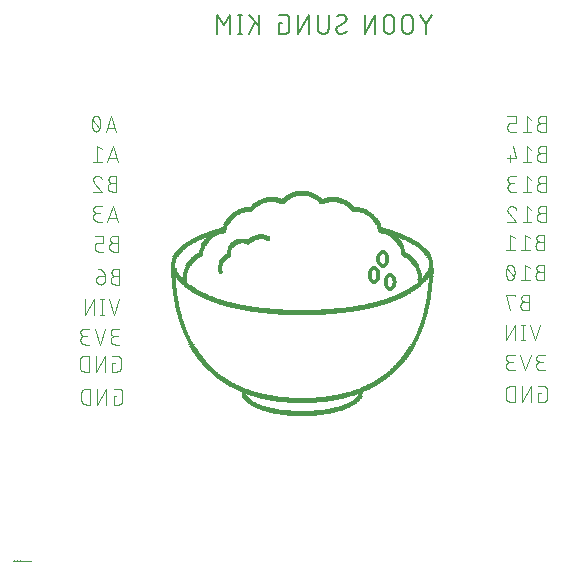
<source format=gbr>
G04 EAGLE Gerber RS-274X export*
G75*
%MOMM*%
%FSLAX34Y34*%
%LPD*%
%INSilkscreen Bottom*%
%IPPOS*%
%AMOC8*
5,1,8,0,0,1.08239X$1,22.5*%
G01*
%ADD10C,0.101600*%
%ADD11C,0.152400*%
%ADD12R,0.990600X0.025400*%
%ADD13R,1.879600X0.025400*%
%ADD14R,2.489200X0.025400*%
%ADD15R,2.971800X0.025400*%
%ADD16R,3.378200X0.025400*%
%ADD17R,3.733800X0.025400*%
%ADD18R,4.064000X0.025400*%
%ADD19R,4.343400X0.025400*%
%ADD20R,4.622800X0.025400*%
%ADD21R,4.876800X0.025400*%
%ADD22R,5.105400X0.025400*%
%ADD23R,5.359400X0.025400*%
%ADD24R,5.562600X0.025400*%
%ADD25R,5.765800X0.025400*%
%ADD26R,5.943600X0.025400*%
%ADD27R,2.540000X0.025400*%
%ADD28R,2.159000X0.025400*%
%ADD29R,2.133600X0.025400*%
%ADD30R,1.930400X0.025400*%
%ADD31R,1.778000X0.025400*%
%ADD32R,1.625600X0.025400*%
%ADD33R,1.524000X0.025400*%
%ADD34R,1.447800X0.025400*%
%ADD35R,1.371600X0.025400*%
%ADD36R,1.295400X0.025400*%
%ADD37R,1.244600X0.025400*%
%ADD38R,1.168400X0.025400*%
%ADD39R,1.143000X0.025400*%
%ADD40R,1.117600X0.025400*%
%ADD41R,1.092200X0.025400*%
%ADD42R,1.041400X0.025400*%
%ADD43R,0.965200X0.025400*%
%ADD44R,0.914400X0.025400*%
%ADD45R,0.889000X0.025400*%
%ADD46R,0.863600X0.025400*%
%ADD47R,0.838200X0.025400*%
%ADD48R,0.787400X0.025400*%
%ADD49R,0.736600X0.025400*%
%ADD50R,0.762000X0.025400*%
%ADD51R,0.711200X0.025400*%
%ADD52R,0.685800X0.025400*%
%ADD53R,0.660400X0.025400*%
%ADD54R,0.635000X0.025400*%
%ADD55R,0.609600X0.025400*%
%ADD56R,1.600200X0.025400*%
%ADD57R,2.463800X0.025400*%
%ADD58R,0.584200X0.025400*%
%ADD59R,3.073400X0.025400*%
%ADD60R,3.581400X0.025400*%
%ADD61R,0.558800X0.025400*%
%ADD62R,4.038600X0.025400*%
%ADD63R,4.445000X0.025400*%
%ADD64R,0.533400X0.025400*%
%ADD65R,4.749800X0.025400*%
%ADD66R,0.508000X0.025400*%
%ADD67R,5.410200X0.025400*%
%ADD68R,5.664200X0.025400*%
%ADD69R,5.969000X0.025400*%
%ADD70R,0.482600X0.025400*%
%ADD71R,6.223000X0.025400*%
%ADD72R,0.457200X0.025400*%
%ADD73R,6.426200X0.025400*%
%ADD74R,6.680200X0.025400*%
%ADD75R,0.431800X0.025400*%
%ADD76R,6.883400X0.025400*%
%ADD77R,2.819400X0.025400*%
%ADD78R,2.235200X0.025400*%
%ADD79R,2.082800X0.025400*%
%ADD80R,0.406400X0.025400*%
%ADD81R,1.854200X0.025400*%
%ADD82R,1.752600X0.025400*%
%ADD83R,0.381000X0.025400*%
%ADD84R,1.651000X0.025400*%
%ADD85R,1.549400X0.025400*%
%ADD86R,1.498600X0.025400*%
%ADD87R,1.397000X0.025400*%
%ADD88R,1.346200X0.025400*%
%ADD89R,1.320800X0.025400*%
%ADD90R,1.219200X0.025400*%
%ADD91R,1.066800X0.025400*%
%ADD92R,1.016000X0.025400*%
%ADD93R,0.939800X0.025400*%
%ADD94R,0.812800X0.025400*%
%ADD95R,0.355600X0.025400*%
%ADD96R,3.022600X0.025400*%
%ADD97R,3.987800X0.025400*%
%ADD98R,6.477000X0.025400*%
%ADD99R,6.985000X0.025400*%
%ADD100R,7.391400X0.025400*%
%ADD101R,7.797800X0.025400*%
%ADD102R,8.153400X0.025400*%
%ADD103R,8.509000X0.025400*%
%ADD104R,8.864600X0.025400*%
%ADD105R,9.169400X0.025400*%
%ADD106R,9.474200X0.025400*%
%ADD107R,3.454400X0.025400*%
%ADD108R,3.098800X0.025400*%
%ADD109R,2.844800X0.025400*%
%ADD110R,2.667000X0.025400*%
%ADD111R,2.514600X0.025400*%
%ADD112R,2.387600X0.025400*%
%ADD113R,2.260600X0.025400*%
%ADD114R,2.006600X0.025400*%
%ADD115R,1.803400X0.025400*%
%ADD116R,1.727200X0.025400*%
%ADD117R,1.701800X0.025400*%
%ADD118R,1.473200X0.025400*%
%ADD119R,1.422400X0.025400*%
%ADD120R,1.193800X0.025400*%
%ADD121R,0.203200X0.025400*%
%ADD122R,0.330200X0.025400*%
%ADD123R,0.304800X0.025400*%
%ADD124R,0.279400X0.025400*%
%ADD125R,0.254000X0.025400*%
%ADD126R,0.152400X0.025400*%
%ADD127R,0.228600X0.025400*%
%ADD128R,0.127000X0.025400*%
%ADD129R,0.076200X0.025400*%
%ADD130R,1.676400X0.025400*%
%ADD131R,1.270000X0.025400*%
%ADD132R,0.177800X0.025400*%
%ADD133R,2.438400X0.025400*%
%ADD134R,2.413000X0.025400*%
%ADD135R,2.362200X0.025400*%
%ADD136R,2.336800X0.025400*%
%ADD137R,2.057400X0.025400*%
%ADD138C,0.000000*%


D10*
X87122Y362458D02*
X82719Y375666D01*
X78317Y362458D01*
X79417Y365760D02*
X86021Y365760D01*
X73586Y369062D02*
X73583Y369322D01*
X73574Y369581D01*
X73558Y369841D01*
X73536Y370100D01*
X73509Y370358D01*
X73475Y370616D01*
X73434Y370872D01*
X73388Y371128D01*
X73336Y371383D01*
X73277Y371636D01*
X73213Y371887D01*
X73142Y372138D01*
X73066Y372386D01*
X72984Y372632D01*
X72896Y372877D01*
X72802Y373119D01*
X72702Y373359D01*
X72596Y373596D01*
X72485Y373831D01*
X72486Y373832D02*
X72451Y373927D01*
X72413Y374022D01*
X72371Y374115D01*
X72325Y374206D01*
X72276Y374296D01*
X72224Y374384D01*
X72169Y374469D01*
X72110Y374553D01*
X72048Y374634D01*
X71984Y374713D01*
X71916Y374789D01*
X71845Y374863D01*
X71772Y374934D01*
X71696Y375002D01*
X71618Y375068D01*
X71537Y375130D01*
X71454Y375190D01*
X71369Y375246D01*
X71282Y375299D01*
X71193Y375348D01*
X71102Y375394D01*
X71009Y375437D01*
X70915Y375476D01*
X70819Y375512D01*
X70722Y375544D01*
X70624Y375573D01*
X70525Y375597D01*
X70425Y375618D01*
X70325Y375635D01*
X70224Y375649D01*
X70122Y375658D01*
X70020Y375664D01*
X69918Y375666D01*
X69816Y375664D01*
X69714Y375658D01*
X69612Y375649D01*
X69511Y375635D01*
X69411Y375618D01*
X69311Y375597D01*
X69212Y375573D01*
X69114Y375544D01*
X69017Y375512D01*
X68921Y375476D01*
X68827Y375437D01*
X68734Y375394D01*
X68643Y375348D01*
X68554Y375299D01*
X68467Y375246D01*
X68382Y375190D01*
X68299Y375130D01*
X68218Y375068D01*
X68140Y375002D01*
X68064Y374934D01*
X67991Y374863D01*
X67920Y374789D01*
X67852Y374713D01*
X67788Y374634D01*
X67726Y374553D01*
X67667Y374469D01*
X67612Y374384D01*
X67560Y374296D01*
X67511Y374206D01*
X67465Y374115D01*
X67423Y374022D01*
X67385Y373927D01*
X67350Y373832D01*
X67350Y373831D02*
X67239Y373597D01*
X67133Y373359D01*
X67033Y373119D01*
X66939Y372877D01*
X66851Y372632D01*
X66769Y372386D01*
X66693Y372138D01*
X66622Y371888D01*
X66558Y371636D01*
X66499Y371383D01*
X66447Y371128D01*
X66401Y370872D01*
X66360Y370616D01*
X66326Y370358D01*
X66299Y370100D01*
X66277Y369841D01*
X66261Y369581D01*
X66252Y369322D01*
X66249Y369062D01*
X73587Y369062D02*
X73584Y368802D01*
X73575Y368542D01*
X73559Y368283D01*
X73537Y368024D01*
X73510Y367766D01*
X73476Y367508D01*
X73435Y367251D01*
X73389Y366996D01*
X73337Y366741D01*
X73278Y366488D01*
X73214Y366236D01*
X73143Y365986D01*
X73067Y365738D01*
X72985Y365491D01*
X72897Y365247D01*
X72803Y365005D01*
X72703Y364765D01*
X72597Y364527D01*
X72486Y364292D01*
X72451Y364197D01*
X72413Y364102D01*
X72371Y364009D01*
X72325Y363918D01*
X72276Y363828D01*
X72224Y363740D01*
X72169Y363655D01*
X72110Y363571D01*
X72048Y363490D01*
X71984Y363411D01*
X71916Y363335D01*
X71845Y363261D01*
X71772Y363190D01*
X71696Y363122D01*
X71618Y363056D01*
X71537Y362994D01*
X71454Y362934D01*
X71369Y362878D01*
X71282Y362825D01*
X71193Y362776D01*
X71102Y362730D01*
X71009Y362687D01*
X70915Y362648D01*
X70819Y362612D01*
X70722Y362580D01*
X70624Y362551D01*
X70525Y362527D01*
X70425Y362506D01*
X70325Y362489D01*
X70224Y362475D01*
X70122Y362466D01*
X70020Y362460D01*
X69918Y362458D01*
X67350Y364293D02*
X67239Y364528D01*
X67133Y364765D01*
X67033Y365005D01*
X66939Y365247D01*
X66851Y365492D01*
X66769Y365738D01*
X66693Y365986D01*
X66622Y366237D01*
X66558Y366488D01*
X66499Y366741D01*
X66447Y366996D01*
X66401Y367252D01*
X66360Y367508D01*
X66326Y367766D01*
X66299Y368024D01*
X66277Y368283D01*
X66261Y368543D01*
X66252Y368802D01*
X66249Y369062D01*
X67350Y364292D02*
X67385Y364197D01*
X67423Y364102D01*
X67465Y364009D01*
X67511Y363918D01*
X67560Y363828D01*
X67612Y363740D01*
X67667Y363655D01*
X67726Y363571D01*
X67788Y363490D01*
X67852Y363411D01*
X67920Y363335D01*
X67991Y363261D01*
X68064Y363190D01*
X68140Y363122D01*
X68218Y363056D01*
X68299Y362994D01*
X68382Y362934D01*
X68467Y362878D01*
X68554Y362825D01*
X68643Y362776D01*
X68734Y362730D01*
X68827Y362687D01*
X68921Y362648D01*
X69017Y362612D01*
X69114Y362580D01*
X69212Y362551D01*
X69311Y362527D01*
X69411Y362506D01*
X69511Y362489D01*
X69612Y362475D01*
X69714Y362466D01*
X69816Y362460D01*
X69918Y362458D01*
X72853Y365393D02*
X66983Y372731D01*
X83989Y350266D02*
X88392Y337058D01*
X79587Y337058D02*
X83989Y350266D01*
X80687Y340360D02*
X87291Y340360D01*
X74857Y347331D02*
X71188Y350266D01*
X71188Y337058D01*
X74857Y337058D02*
X67519Y337058D01*
X83453Y318996D02*
X87122Y318996D01*
X83453Y318996D02*
X83333Y318994D01*
X83213Y318988D01*
X83093Y318978D01*
X82974Y318965D01*
X82855Y318947D01*
X82737Y318926D01*
X82620Y318900D01*
X82503Y318871D01*
X82388Y318838D01*
X82274Y318801D01*
X82161Y318761D01*
X82049Y318717D01*
X81939Y318669D01*
X81830Y318618D01*
X81723Y318563D01*
X81619Y318504D01*
X81516Y318443D01*
X81415Y318378D01*
X81316Y318309D01*
X81219Y318238D01*
X81125Y318163D01*
X81034Y318086D01*
X80945Y318005D01*
X80859Y317921D01*
X80775Y317835D01*
X80694Y317746D01*
X80617Y317655D01*
X80542Y317561D01*
X80471Y317464D01*
X80402Y317365D01*
X80337Y317264D01*
X80276Y317162D01*
X80217Y317057D01*
X80162Y316950D01*
X80111Y316841D01*
X80063Y316731D01*
X80019Y316619D01*
X79979Y316506D01*
X79942Y316392D01*
X79909Y316277D01*
X79880Y316160D01*
X79854Y316043D01*
X79833Y315925D01*
X79815Y315806D01*
X79802Y315687D01*
X79792Y315567D01*
X79786Y315447D01*
X79784Y315327D01*
X79786Y315207D01*
X79792Y315087D01*
X79802Y314967D01*
X79815Y314848D01*
X79833Y314729D01*
X79854Y314611D01*
X79880Y314494D01*
X79909Y314377D01*
X79942Y314262D01*
X79979Y314148D01*
X80019Y314035D01*
X80063Y313923D01*
X80111Y313813D01*
X80162Y313704D01*
X80217Y313597D01*
X80276Y313493D01*
X80337Y313390D01*
X80402Y313289D01*
X80471Y313190D01*
X80542Y313093D01*
X80617Y312999D01*
X80694Y312908D01*
X80775Y312819D01*
X80859Y312733D01*
X80945Y312649D01*
X81034Y312568D01*
X81125Y312491D01*
X81219Y312416D01*
X81316Y312345D01*
X81415Y312276D01*
X81516Y312211D01*
X81619Y312150D01*
X81723Y312091D01*
X81830Y312036D01*
X81939Y311985D01*
X82049Y311937D01*
X82161Y311893D01*
X82274Y311853D01*
X82388Y311816D01*
X82503Y311783D01*
X82620Y311754D01*
X82737Y311728D01*
X82855Y311707D01*
X82974Y311689D01*
X83093Y311676D01*
X83213Y311666D01*
X83333Y311660D01*
X83453Y311658D01*
X87122Y311658D01*
X87122Y324866D01*
X83453Y324866D01*
X83346Y324864D01*
X83239Y324858D01*
X83132Y324848D01*
X83026Y324835D01*
X82920Y324817D01*
X82815Y324796D01*
X82711Y324771D01*
X82607Y324742D01*
X82505Y324709D01*
X82405Y324672D01*
X82305Y324632D01*
X82207Y324588D01*
X82111Y324541D01*
X82017Y324490D01*
X81924Y324436D01*
X81834Y324379D01*
X81745Y324318D01*
X81659Y324254D01*
X81576Y324187D01*
X81494Y324117D01*
X81416Y324044D01*
X81340Y323968D01*
X81267Y323890D01*
X81197Y323808D01*
X81130Y323725D01*
X81066Y323639D01*
X81005Y323550D01*
X80948Y323460D01*
X80894Y323367D01*
X80843Y323273D01*
X80796Y323177D01*
X80752Y323079D01*
X80712Y322979D01*
X80675Y322879D01*
X80642Y322777D01*
X80613Y322673D01*
X80588Y322569D01*
X80567Y322464D01*
X80549Y322358D01*
X80536Y322252D01*
X80526Y322145D01*
X80520Y322038D01*
X80518Y321931D01*
X80520Y321824D01*
X80526Y321717D01*
X80536Y321610D01*
X80549Y321504D01*
X80567Y321398D01*
X80588Y321293D01*
X80613Y321189D01*
X80642Y321085D01*
X80675Y320983D01*
X80712Y320883D01*
X80752Y320783D01*
X80796Y320685D01*
X80843Y320589D01*
X80894Y320495D01*
X80948Y320402D01*
X81005Y320312D01*
X81066Y320223D01*
X81130Y320137D01*
X81197Y320054D01*
X81267Y319972D01*
X81340Y319894D01*
X81416Y319818D01*
X81494Y319745D01*
X81576Y319675D01*
X81659Y319608D01*
X81745Y319544D01*
X81834Y319483D01*
X81924Y319426D01*
X82017Y319372D01*
X82111Y319321D01*
X82207Y319274D01*
X82305Y319230D01*
X82405Y319190D01*
X82505Y319153D01*
X82607Y319120D01*
X82711Y319091D01*
X82815Y319066D01*
X82920Y319045D01*
X83026Y319027D01*
X83132Y319014D01*
X83239Y319004D01*
X83346Y318998D01*
X83453Y318996D01*
X70891Y324866D02*
X70778Y324864D01*
X70666Y324858D01*
X70553Y324849D01*
X70441Y324835D01*
X70330Y324818D01*
X70219Y324797D01*
X70109Y324772D01*
X70000Y324744D01*
X69892Y324711D01*
X69785Y324675D01*
X69680Y324636D01*
X69575Y324593D01*
X69473Y324546D01*
X69372Y324496D01*
X69273Y324442D01*
X69175Y324385D01*
X69080Y324325D01*
X68987Y324262D01*
X68896Y324195D01*
X68807Y324125D01*
X68721Y324053D01*
X68637Y323977D01*
X68556Y323899D01*
X68478Y323818D01*
X68402Y323734D01*
X68330Y323648D01*
X68260Y323559D01*
X68193Y323468D01*
X68130Y323375D01*
X68070Y323280D01*
X68013Y323182D01*
X67959Y323083D01*
X67909Y322982D01*
X67862Y322880D01*
X67819Y322775D01*
X67780Y322670D01*
X67744Y322563D01*
X67711Y322455D01*
X67683Y322346D01*
X67658Y322236D01*
X67637Y322125D01*
X67620Y322014D01*
X67606Y321902D01*
X67597Y321789D01*
X67591Y321677D01*
X67589Y321564D01*
X70891Y324866D02*
X71018Y324864D01*
X71145Y324858D01*
X71272Y324849D01*
X71398Y324836D01*
X71524Y324819D01*
X71649Y324798D01*
X71774Y324773D01*
X71897Y324745D01*
X72020Y324713D01*
X72142Y324677D01*
X72263Y324638D01*
X72383Y324595D01*
X72501Y324549D01*
X72618Y324499D01*
X72733Y324445D01*
X72846Y324388D01*
X72958Y324328D01*
X73068Y324265D01*
X73176Y324198D01*
X73282Y324128D01*
X73386Y324055D01*
X73488Y323978D01*
X73587Y323899D01*
X73684Y323817D01*
X73778Y323732D01*
X73870Y323644D01*
X73959Y323554D01*
X74045Y323460D01*
X74129Y323365D01*
X74209Y323267D01*
X74287Y323166D01*
X74362Y323063D01*
X74433Y322958D01*
X74501Y322851D01*
X74566Y322742D01*
X74628Y322631D01*
X74687Y322518D01*
X74742Y322404D01*
X74793Y322288D01*
X74841Y322170D01*
X74886Y322051D01*
X74927Y321931D01*
X68690Y318996D02*
X68608Y319076D01*
X68529Y319159D01*
X68452Y319245D01*
X68378Y319333D01*
X68308Y319424D01*
X68240Y319516D01*
X68175Y319611D01*
X68113Y319708D01*
X68055Y319807D01*
X67999Y319908D01*
X67947Y320010D01*
X67899Y320114D01*
X67854Y320220D01*
X67812Y320327D01*
X67773Y320435D01*
X67739Y320545D01*
X67707Y320655D01*
X67680Y320767D01*
X67656Y320879D01*
X67635Y320992D01*
X67619Y321106D01*
X67606Y321220D01*
X67596Y321334D01*
X67591Y321449D01*
X67589Y321564D01*
X68690Y318996D02*
X74927Y311658D01*
X67589Y311658D01*
X83989Y299466D02*
X88392Y286258D01*
X79587Y286258D02*
X83989Y299466D01*
X80687Y289560D02*
X87291Y289560D01*
X74857Y286258D02*
X71188Y286258D01*
X71068Y286260D01*
X70948Y286266D01*
X70828Y286276D01*
X70709Y286289D01*
X70590Y286307D01*
X70472Y286328D01*
X70355Y286354D01*
X70238Y286383D01*
X70123Y286416D01*
X70009Y286453D01*
X69896Y286493D01*
X69784Y286537D01*
X69674Y286585D01*
X69565Y286636D01*
X69458Y286691D01*
X69354Y286750D01*
X69251Y286811D01*
X69150Y286876D01*
X69051Y286945D01*
X68954Y287016D01*
X68860Y287091D01*
X68769Y287168D01*
X68680Y287249D01*
X68594Y287333D01*
X68510Y287419D01*
X68429Y287508D01*
X68352Y287599D01*
X68277Y287693D01*
X68206Y287790D01*
X68137Y287889D01*
X68072Y287990D01*
X68011Y288093D01*
X67952Y288197D01*
X67897Y288304D01*
X67846Y288413D01*
X67798Y288523D01*
X67754Y288635D01*
X67714Y288748D01*
X67677Y288862D01*
X67644Y288977D01*
X67615Y289094D01*
X67589Y289211D01*
X67568Y289329D01*
X67550Y289448D01*
X67537Y289567D01*
X67527Y289687D01*
X67521Y289807D01*
X67519Y289927D01*
X67521Y290047D01*
X67527Y290167D01*
X67537Y290287D01*
X67550Y290406D01*
X67568Y290525D01*
X67589Y290643D01*
X67615Y290760D01*
X67644Y290877D01*
X67677Y290992D01*
X67714Y291106D01*
X67754Y291219D01*
X67798Y291331D01*
X67846Y291441D01*
X67897Y291550D01*
X67952Y291657D01*
X68011Y291762D01*
X68072Y291864D01*
X68137Y291965D01*
X68206Y292064D01*
X68277Y292161D01*
X68352Y292255D01*
X68429Y292346D01*
X68510Y292435D01*
X68594Y292521D01*
X68680Y292605D01*
X68769Y292686D01*
X68860Y292763D01*
X68954Y292838D01*
X69051Y292909D01*
X69150Y292978D01*
X69251Y293043D01*
X69354Y293104D01*
X69458Y293163D01*
X69565Y293218D01*
X69674Y293269D01*
X69784Y293317D01*
X69896Y293361D01*
X70009Y293401D01*
X70123Y293438D01*
X70238Y293471D01*
X70355Y293500D01*
X70472Y293526D01*
X70590Y293547D01*
X70709Y293565D01*
X70828Y293578D01*
X70948Y293588D01*
X71068Y293594D01*
X71188Y293596D01*
X70454Y299466D02*
X74857Y299466D01*
X70454Y299466D02*
X70347Y299464D01*
X70240Y299458D01*
X70133Y299448D01*
X70027Y299435D01*
X69921Y299417D01*
X69816Y299396D01*
X69712Y299371D01*
X69608Y299342D01*
X69506Y299309D01*
X69406Y299272D01*
X69306Y299232D01*
X69208Y299188D01*
X69112Y299141D01*
X69018Y299090D01*
X68925Y299036D01*
X68835Y298979D01*
X68746Y298918D01*
X68660Y298854D01*
X68577Y298787D01*
X68495Y298717D01*
X68417Y298644D01*
X68341Y298568D01*
X68268Y298490D01*
X68198Y298408D01*
X68131Y298325D01*
X68067Y298239D01*
X68006Y298150D01*
X67949Y298060D01*
X67895Y297967D01*
X67844Y297873D01*
X67797Y297777D01*
X67753Y297679D01*
X67713Y297579D01*
X67676Y297479D01*
X67643Y297377D01*
X67614Y297273D01*
X67589Y297169D01*
X67568Y297064D01*
X67550Y296958D01*
X67537Y296852D01*
X67527Y296745D01*
X67521Y296638D01*
X67519Y296531D01*
X67521Y296424D01*
X67527Y296317D01*
X67537Y296210D01*
X67550Y296104D01*
X67568Y295998D01*
X67589Y295893D01*
X67614Y295789D01*
X67643Y295685D01*
X67676Y295583D01*
X67713Y295483D01*
X67753Y295383D01*
X67797Y295285D01*
X67844Y295189D01*
X67895Y295095D01*
X67949Y295002D01*
X68006Y294912D01*
X68067Y294823D01*
X68131Y294737D01*
X68198Y294654D01*
X68268Y294572D01*
X68341Y294494D01*
X68417Y294418D01*
X68495Y294345D01*
X68577Y294275D01*
X68660Y294208D01*
X68746Y294144D01*
X68835Y294083D01*
X68925Y294026D01*
X69018Y293972D01*
X69112Y293921D01*
X69208Y293874D01*
X69306Y293830D01*
X69406Y293790D01*
X69506Y293753D01*
X69608Y293720D01*
X69712Y293691D01*
X69816Y293666D01*
X69921Y293645D01*
X70027Y293627D01*
X70133Y293614D01*
X70240Y293604D01*
X70347Y293598D01*
X70454Y293596D01*
X73389Y293596D01*
X84723Y268196D02*
X88392Y268196D01*
X84723Y268196D02*
X84603Y268194D01*
X84483Y268188D01*
X84363Y268178D01*
X84244Y268165D01*
X84125Y268147D01*
X84007Y268126D01*
X83890Y268100D01*
X83773Y268071D01*
X83658Y268038D01*
X83544Y268001D01*
X83431Y267961D01*
X83319Y267917D01*
X83209Y267869D01*
X83100Y267818D01*
X82993Y267763D01*
X82889Y267704D01*
X82786Y267643D01*
X82685Y267578D01*
X82586Y267509D01*
X82489Y267438D01*
X82395Y267363D01*
X82304Y267286D01*
X82215Y267205D01*
X82129Y267121D01*
X82045Y267035D01*
X81964Y266946D01*
X81887Y266855D01*
X81812Y266761D01*
X81741Y266664D01*
X81672Y266565D01*
X81607Y266464D01*
X81546Y266362D01*
X81487Y266257D01*
X81432Y266150D01*
X81381Y266041D01*
X81333Y265931D01*
X81289Y265819D01*
X81249Y265706D01*
X81212Y265592D01*
X81179Y265477D01*
X81150Y265360D01*
X81124Y265243D01*
X81103Y265125D01*
X81085Y265006D01*
X81072Y264887D01*
X81062Y264767D01*
X81056Y264647D01*
X81054Y264527D01*
X81056Y264407D01*
X81062Y264287D01*
X81072Y264167D01*
X81085Y264048D01*
X81103Y263929D01*
X81124Y263811D01*
X81150Y263694D01*
X81179Y263577D01*
X81212Y263462D01*
X81249Y263348D01*
X81289Y263235D01*
X81333Y263123D01*
X81381Y263013D01*
X81432Y262904D01*
X81487Y262797D01*
X81546Y262693D01*
X81607Y262590D01*
X81672Y262489D01*
X81741Y262390D01*
X81812Y262293D01*
X81887Y262199D01*
X81964Y262108D01*
X82045Y262019D01*
X82129Y261933D01*
X82215Y261849D01*
X82304Y261768D01*
X82395Y261691D01*
X82489Y261616D01*
X82586Y261545D01*
X82685Y261476D01*
X82786Y261411D01*
X82889Y261350D01*
X82993Y261291D01*
X83100Y261236D01*
X83209Y261185D01*
X83319Y261137D01*
X83431Y261093D01*
X83544Y261053D01*
X83658Y261016D01*
X83773Y260983D01*
X83890Y260954D01*
X84007Y260928D01*
X84125Y260907D01*
X84244Y260889D01*
X84363Y260876D01*
X84483Y260866D01*
X84603Y260860D01*
X84723Y260858D01*
X88392Y260858D01*
X88392Y274066D01*
X84723Y274066D01*
X84616Y274064D01*
X84509Y274058D01*
X84402Y274048D01*
X84296Y274035D01*
X84190Y274017D01*
X84085Y273996D01*
X83981Y273971D01*
X83877Y273942D01*
X83775Y273909D01*
X83675Y273872D01*
X83575Y273832D01*
X83477Y273788D01*
X83381Y273741D01*
X83287Y273690D01*
X83194Y273636D01*
X83104Y273579D01*
X83015Y273518D01*
X82929Y273454D01*
X82846Y273387D01*
X82764Y273317D01*
X82686Y273244D01*
X82610Y273168D01*
X82537Y273090D01*
X82467Y273008D01*
X82400Y272925D01*
X82336Y272839D01*
X82275Y272750D01*
X82218Y272660D01*
X82164Y272567D01*
X82113Y272473D01*
X82066Y272377D01*
X82022Y272279D01*
X81982Y272179D01*
X81945Y272079D01*
X81912Y271977D01*
X81883Y271873D01*
X81858Y271769D01*
X81837Y271664D01*
X81819Y271558D01*
X81806Y271452D01*
X81796Y271345D01*
X81790Y271238D01*
X81788Y271131D01*
X81790Y271024D01*
X81796Y270917D01*
X81806Y270810D01*
X81819Y270704D01*
X81837Y270598D01*
X81858Y270493D01*
X81883Y270389D01*
X81912Y270285D01*
X81945Y270183D01*
X81982Y270083D01*
X82022Y269983D01*
X82066Y269885D01*
X82113Y269789D01*
X82164Y269695D01*
X82218Y269602D01*
X82275Y269512D01*
X82336Y269423D01*
X82400Y269337D01*
X82467Y269254D01*
X82537Y269172D01*
X82610Y269094D01*
X82686Y269018D01*
X82764Y268945D01*
X82846Y268875D01*
X82929Y268808D01*
X83015Y268744D01*
X83104Y268683D01*
X83194Y268626D01*
X83287Y268572D01*
X83381Y268521D01*
X83477Y268474D01*
X83575Y268430D01*
X83675Y268390D01*
X83775Y268353D01*
X83877Y268320D01*
X83981Y268291D01*
X84085Y268266D01*
X84190Y268245D01*
X84296Y268227D01*
X84402Y268214D01*
X84509Y268204D01*
X84616Y268198D01*
X84723Y268196D01*
X76197Y260858D02*
X71794Y260858D01*
X71687Y260860D01*
X71580Y260866D01*
X71473Y260876D01*
X71367Y260889D01*
X71261Y260907D01*
X71156Y260928D01*
X71052Y260953D01*
X70948Y260982D01*
X70846Y261015D01*
X70746Y261052D01*
X70646Y261092D01*
X70548Y261136D01*
X70452Y261183D01*
X70358Y261234D01*
X70265Y261288D01*
X70175Y261345D01*
X70086Y261406D01*
X70000Y261470D01*
X69917Y261537D01*
X69835Y261607D01*
X69757Y261680D01*
X69681Y261756D01*
X69608Y261834D01*
X69538Y261916D01*
X69471Y261999D01*
X69407Y262085D01*
X69346Y262174D01*
X69289Y262264D01*
X69235Y262357D01*
X69184Y262451D01*
X69137Y262547D01*
X69093Y262645D01*
X69053Y262745D01*
X69016Y262845D01*
X68983Y262947D01*
X68954Y263051D01*
X68929Y263155D01*
X68908Y263260D01*
X68890Y263366D01*
X68877Y263472D01*
X68867Y263579D01*
X68861Y263686D01*
X68859Y263793D01*
X68859Y265261D01*
X68861Y265368D01*
X68867Y265475D01*
X68877Y265582D01*
X68890Y265688D01*
X68908Y265794D01*
X68929Y265899D01*
X68954Y266003D01*
X68983Y266107D01*
X69016Y266209D01*
X69053Y266309D01*
X69093Y266409D01*
X69137Y266507D01*
X69184Y266603D01*
X69235Y266697D01*
X69289Y266790D01*
X69346Y266880D01*
X69407Y266969D01*
X69471Y267055D01*
X69538Y267138D01*
X69608Y267220D01*
X69681Y267298D01*
X69757Y267374D01*
X69835Y267447D01*
X69917Y267517D01*
X70000Y267584D01*
X70086Y267648D01*
X70175Y267709D01*
X70265Y267766D01*
X70358Y267820D01*
X70452Y267871D01*
X70548Y267919D01*
X70646Y267962D01*
X70746Y268002D01*
X70846Y268039D01*
X70948Y268072D01*
X71052Y268101D01*
X71156Y268126D01*
X71261Y268147D01*
X71367Y268165D01*
X71473Y268178D01*
X71580Y268188D01*
X71687Y268194D01*
X71794Y268196D01*
X76197Y268196D01*
X76197Y274066D01*
X68859Y274066D01*
X85993Y240256D02*
X89662Y240256D01*
X85993Y240256D02*
X85873Y240254D01*
X85753Y240248D01*
X85633Y240238D01*
X85514Y240225D01*
X85395Y240207D01*
X85277Y240186D01*
X85160Y240160D01*
X85043Y240131D01*
X84928Y240098D01*
X84814Y240061D01*
X84701Y240021D01*
X84589Y239977D01*
X84479Y239929D01*
X84370Y239878D01*
X84263Y239823D01*
X84159Y239764D01*
X84056Y239703D01*
X83955Y239638D01*
X83856Y239569D01*
X83759Y239498D01*
X83665Y239423D01*
X83574Y239346D01*
X83485Y239265D01*
X83399Y239181D01*
X83315Y239095D01*
X83234Y239006D01*
X83157Y238915D01*
X83082Y238821D01*
X83011Y238724D01*
X82942Y238625D01*
X82877Y238524D01*
X82816Y238422D01*
X82757Y238317D01*
X82702Y238210D01*
X82651Y238101D01*
X82603Y237991D01*
X82559Y237879D01*
X82519Y237766D01*
X82482Y237652D01*
X82449Y237537D01*
X82420Y237420D01*
X82394Y237303D01*
X82373Y237185D01*
X82355Y237066D01*
X82342Y236947D01*
X82332Y236827D01*
X82326Y236707D01*
X82324Y236587D01*
X82326Y236467D01*
X82332Y236347D01*
X82342Y236227D01*
X82355Y236108D01*
X82373Y235989D01*
X82394Y235871D01*
X82420Y235754D01*
X82449Y235637D01*
X82482Y235522D01*
X82519Y235408D01*
X82559Y235295D01*
X82603Y235183D01*
X82651Y235073D01*
X82702Y234964D01*
X82757Y234857D01*
X82816Y234752D01*
X82877Y234650D01*
X82942Y234549D01*
X83011Y234450D01*
X83082Y234353D01*
X83157Y234259D01*
X83234Y234168D01*
X83315Y234079D01*
X83399Y233993D01*
X83485Y233909D01*
X83574Y233828D01*
X83665Y233751D01*
X83759Y233676D01*
X83856Y233605D01*
X83955Y233536D01*
X84056Y233471D01*
X84159Y233410D01*
X84263Y233351D01*
X84370Y233296D01*
X84479Y233245D01*
X84589Y233197D01*
X84701Y233153D01*
X84814Y233113D01*
X84928Y233076D01*
X85043Y233043D01*
X85160Y233014D01*
X85277Y232988D01*
X85395Y232967D01*
X85514Y232949D01*
X85633Y232936D01*
X85753Y232926D01*
X85873Y232920D01*
X85993Y232918D01*
X89662Y232918D01*
X89662Y246126D01*
X85993Y246126D01*
X85886Y246124D01*
X85779Y246118D01*
X85672Y246108D01*
X85566Y246095D01*
X85460Y246077D01*
X85355Y246056D01*
X85251Y246031D01*
X85147Y246002D01*
X85045Y245969D01*
X84945Y245932D01*
X84845Y245892D01*
X84747Y245848D01*
X84651Y245801D01*
X84557Y245750D01*
X84464Y245696D01*
X84374Y245639D01*
X84285Y245578D01*
X84199Y245514D01*
X84116Y245447D01*
X84034Y245377D01*
X83956Y245304D01*
X83880Y245228D01*
X83807Y245150D01*
X83737Y245068D01*
X83670Y244985D01*
X83606Y244899D01*
X83545Y244810D01*
X83488Y244720D01*
X83434Y244627D01*
X83383Y244533D01*
X83336Y244437D01*
X83292Y244339D01*
X83252Y244239D01*
X83215Y244139D01*
X83182Y244037D01*
X83153Y243933D01*
X83128Y243829D01*
X83107Y243724D01*
X83089Y243618D01*
X83076Y243512D01*
X83066Y243405D01*
X83060Y243298D01*
X83058Y243191D01*
X83060Y243084D01*
X83066Y242977D01*
X83076Y242870D01*
X83089Y242764D01*
X83107Y242658D01*
X83128Y242553D01*
X83153Y242449D01*
X83182Y242345D01*
X83215Y242243D01*
X83252Y242143D01*
X83292Y242043D01*
X83336Y241945D01*
X83383Y241849D01*
X83434Y241755D01*
X83488Y241662D01*
X83545Y241572D01*
X83606Y241483D01*
X83670Y241397D01*
X83737Y241314D01*
X83807Y241232D01*
X83880Y241154D01*
X83956Y241078D01*
X84034Y241005D01*
X84116Y240935D01*
X84199Y240868D01*
X84285Y240804D01*
X84374Y240743D01*
X84464Y240686D01*
X84557Y240632D01*
X84651Y240581D01*
X84747Y240534D01*
X84845Y240490D01*
X84945Y240450D01*
X85045Y240413D01*
X85147Y240380D01*
X85251Y240351D01*
X85355Y240326D01*
X85460Y240305D01*
X85566Y240287D01*
X85672Y240274D01*
X85779Y240264D01*
X85886Y240258D01*
X85993Y240256D01*
X77467Y240256D02*
X73064Y240256D01*
X72957Y240254D01*
X72850Y240248D01*
X72743Y240238D01*
X72637Y240225D01*
X72531Y240207D01*
X72426Y240186D01*
X72322Y240161D01*
X72218Y240132D01*
X72116Y240099D01*
X72016Y240062D01*
X71916Y240022D01*
X71818Y239978D01*
X71722Y239931D01*
X71628Y239880D01*
X71535Y239826D01*
X71445Y239769D01*
X71356Y239708D01*
X71270Y239644D01*
X71187Y239577D01*
X71105Y239507D01*
X71027Y239434D01*
X70951Y239358D01*
X70878Y239280D01*
X70808Y239198D01*
X70741Y239115D01*
X70677Y239029D01*
X70616Y238940D01*
X70559Y238850D01*
X70505Y238757D01*
X70454Y238663D01*
X70407Y238567D01*
X70363Y238469D01*
X70323Y238369D01*
X70286Y238269D01*
X70253Y238167D01*
X70224Y238063D01*
X70199Y237959D01*
X70178Y237854D01*
X70160Y237748D01*
X70147Y237642D01*
X70137Y237535D01*
X70131Y237428D01*
X70129Y237321D01*
X70129Y236587D01*
X70131Y236467D01*
X70137Y236347D01*
X70147Y236227D01*
X70160Y236108D01*
X70178Y235989D01*
X70199Y235871D01*
X70225Y235754D01*
X70254Y235637D01*
X70287Y235522D01*
X70324Y235408D01*
X70364Y235295D01*
X70408Y235183D01*
X70456Y235073D01*
X70507Y234964D01*
X70562Y234857D01*
X70621Y234753D01*
X70682Y234650D01*
X70747Y234549D01*
X70816Y234450D01*
X70887Y234353D01*
X70962Y234259D01*
X71039Y234168D01*
X71120Y234079D01*
X71204Y233993D01*
X71290Y233909D01*
X71379Y233828D01*
X71470Y233751D01*
X71564Y233676D01*
X71661Y233605D01*
X71760Y233536D01*
X71861Y233471D01*
X71964Y233410D01*
X72068Y233351D01*
X72175Y233296D01*
X72284Y233245D01*
X72394Y233197D01*
X72506Y233153D01*
X72619Y233113D01*
X72733Y233076D01*
X72848Y233043D01*
X72965Y233014D01*
X73082Y232988D01*
X73200Y232967D01*
X73319Y232949D01*
X73438Y232936D01*
X73558Y232926D01*
X73678Y232920D01*
X73798Y232918D01*
X73918Y232920D01*
X74038Y232926D01*
X74158Y232936D01*
X74277Y232949D01*
X74396Y232967D01*
X74514Y232988D01*
X74631Y233014D01*
X74748Y233043D01*
X74863Y233076D01*
X74977Y233113D01*
X75090Y233153D01*
X75202Y233197D01*
X75312Y233245D01*
X75421Y233296D01*
X75528Y233351D01*
X75633Y233410D01*
X75735Y233471D01*
X75836Y233536D01*
X75935Y233605D01*
X76032Y233676D01*
X76126Y233751D01*
X76217Y233828D01*
X76306Y233909D01*
X76392Y233993D01*
X76476Y234079D01*
X76557Y234168D01*
X76634Y234259D01*
X76709Y234353D01*
X76780Y234450D01*
X76849Y234549D01*
X76914Y234650D01*
X76975Y234753D01*
X77034Y234857D01*
X77089Y234964D01*
X77140Y235073D01*
X77188Y235183D01*
X77232Y235295D01*
X77272Y235408D01*
X77309Y235522D01*
X77342Y235637D01*
X77371Y235754D01*
X77397Y235871D01*
X77418Y235989D01*
X77436Y236108D01*
X77449Y236227D01*
X77459Y236347D01*
X77465Y236467D01*
X77467Y236587D01*
X77467Y240256D01*
X77466Y240256D02*
X77464Y240407D01*
X77458Y240558D01*
X77448Y240709D01*
X77435Y240860D01*
X77417Y241010D01*
X77396Y241159D01*
X77371Y241308D01*
X77342Y241457D01*
X77309Y241604D01*
X77272Y241751D01*
X77232Y241897D01*
X77188Y242041D01*
X77140Y242185D01*
X77089Y242327D01*
X77034Y242467D01*
X76975Y242607D01*
X76912Y242744D01*
X76847Y242880D01*
X76777Y243015D01*
X76705Y243147D01*
X76628Y243278D01*
X76549Y243406D01*
X76466Y243533D01*
X76380Y243657D01*
X76291Y243779D01*
X76199Y243899D01*
X76103Y244016D01*
X76005Y244131D01*
X75904Y244243D01*
X75800Y244353D01*
X75693Y244460D01*
X75583Y244564D01*
X75471Y244665D01*
X75356Y244763D01*
X75239Y244859D01*
X75119Y244951D01*
X74997Y245040D01*
X74873Y245126D01*
X74746Y245209D01*
X74618Y245288D01*
X74487Y245365D01*
X74355Y245437D01*
X74220Y245507D01*
X74084Y245572D01*
X73947Y245635D01*
X73807Y245694D01*
X73667Y245749D01*
X73525Y245800D01*
X73381Y245848D01*
X73237Y245892D01*
X73091Y245932D01*
X72944Y245969D01*
X72797Y246002D01*
X72648Y246031D01*
X72499Y246056D01*
X72350Y246077D01*
X72200Y246095D01*
X72049Y246108D01*
X71898Y246118D01*
X71747Y246124D01*
X71596Y246126D01*
X89662Y220726D02*
X85259Y207518D01*
X80857Y220726D01*
X75018Y220726D02*
X75018Y207518D01*
X73551Y207518D02*
X76486Y207518D01*
X76486Y220726D02*
X73551Y220726D01*
X68019Y220726D02*
X68019Y207518D01*
X60681Y207518D02*
X68019Y220726D01*
X60681Y220726D02*
X60681Y207518D01*
X85993Y182118D02*
X89662Y182118D01*
X85993Y182118D02*
X85873Y182120D01*
X85753Y182126D01*
X85633Y182136D01*
X85514Y182149D01*
X85395Y182167D01*
X85277Y182188D01*
X85160Y182214D01*
X85043Y182243D01*
X84928Y182276D01*
X84814Y182313D01*
X84701Y182353D01*
X84589Y182397D01*
X84479Y182445D01*
X84370Y182496D01*
X84263Y182551D01*
X84159Y182610D01*
X84056Y182671D01*
X83955Y182736D01*
X83856Y182805D01*
X83759Y182876D01*
X83665Y182951D01*
X83574Y183028D01*
X83485Y183109D01*
X83399Y183193D01*
X83315Y183279D01*
X83234Y183368D01*
X83157Y183459D01*
X83082Y183553D01*
X83011Y183650D01*
X82942Y183749D01*
X82877Y183850D01*
X82816Y183952D01*
X82757Y184057D01*
X82702Y184164D01*
X82651Y184273D01*
X82603Y184383D01*
X82559Y184495D01*
X82519Y184608D01*
X82482Y184722D01*
X82449Y184837D01*
X82420Y184954D01*
X82394Y185071D01*
X82373Y185189D01*
X82355Y185308D01*
X82342Y185427D01*
X82332Y185547D01*
X82326Y185667D01*
X82324Y185787D01*
X82326Y185907D01*
X82332Y186027D01*
X82342Y186147D01*
X82355Y186266D01*
X82373Y186385D01*
X82394Y186503D01*
X82420Y186620D01*
X82449Y186737D01*
X82482Y186852D01*
X82519Y186966D01*
X82559Y187079D01*
X82603Y187191D01*
X82651Y187301D01*
X82702Y187410D01*
X82757Y187517D01*
X82816Y187622D01*
X82877Y187724D01*
X82942Y187825D01*
X83011Y187924D01*
X83082Y188021D01*
X83157Y188115D01*
X83234Y188206D01*
X83315Y188295D01*
X83399Y188381D01*
X83485Y188465D01*
X83574Y188546D01*
X83665Y188623D01*
X83759Y188698D01*
X83856Y188769D01*
X83955Y188838D01*
X84056Y188903D01*
X84159Y188964D01*
X84263Y189023D01*
X84370Y189078D01*
X84479Y189129D01*
X84589Y189177D01*
X84701Y189221D01*
X84814Y189261D01*
X84928Y189298D01*
X85043Y189331D01*
X85160Y189360D01*
X85277Y189386D01*
X85395Y189407D01*
X85514Y189425D01*
X85633Y189438D01*
X85753Y189448D01*
X85873Y189454D01*
X85993Y189456D01*
X85259Y195326D02*
X89662Y195326D01*
X85259Y195326D02*
X85152Y195324D01*
X85045Y195318D01*
X84938Y195308D01*
X84832Y195295D01*
X84726Y195277D01*
X84621Y195256D01*
X84517Y195231D01*
X84413Y195202D01*
X84311Y195169D01*
X84211Y195132D01*
X84111Y195092D01*
X84013Y195048D01*
X83917Y195001D01*
X83823Y194950D01*
X83730Y194896D01*
X83640Y194839D01*
X83551Y194778D01*
X83465Y194714D01*
X83382Y194647D01*
X83300Y194577D01*
X83222Y194504D01*
X83146Y194428D01*
X83073Y194350D01*
X83003Y194268D01*
X82936Y194185D01*
X82872Y194099D01*
X82811Y194010D01*
X82754Y193920D01*
X82700Y193827D01*
X82649Y193733D01*
X82602Y193637D01*
X82558Y193539D01*
X82518Y193439D01*
X82481Y193339D01*
X82448Y193237D01*
X82419Y193133D01*
X82394Y193029D01*
X82373Y192924D01*
X82355Y192818D01*
X82342Y192712D01*
X82332Y192605D01*
X82326Y192498D01*
X82324Y192391D01*
X82326Y192284D01*
X82332Y192177D01*
X82342Y192070D01*
X82355Y191964D01*
X82373Y191858D01*
X82394Y191753D01*
X82419Y191649D01*
X82448Y191545D01*
X82481Y191443D01*
X82518Y191343D01*
X82558Y191243D01*
X82602Y191145D01*
X82649Y191049D01*
X82700Y190955D01*
X82754Y190862D01*
X82811Y190772D01*
X82872Y190683D01*
X82936Y190597D01*
X83003Y190514D01*
X83073Y190432D01*
X83146Y190354D01*
X83222Y190278D01*
X83300Y190205D01*
X83382Y190135D01*
X83465Y190068D01*
X83551Y190004D01*
X83640Y189943D01*
X83730Y189886D01*
X83823Y189832D01*
X83917Y189781D01*
X84013Y189734D01*
X84111Y189690D01*
X84211Y189650D01*
X84311Y189613D01*
X84413Y189580D01*
X84517Y189551D01*
X84621Y189526D01*
X84726Y189505D01*
X84832Y189487D01*
X84938Y189474D01*
X85045Y189464D01*
X85152Y189458D01*
X85259Y189456D01*
X88194Y189456D01*
X77594Y195326D02*
X73192Y182118D01*
X68789Y195326D01*
X64059Y182118D02*
X60390Y182118D01*
X60270Y182120D01*
X60150Y182126D01*
X60030Y182136D01*
X59911Y182149D01*
X59792Y182167D01*
X59674Y182188D01*
X59557Y182214D01*
X59440Y182243D01*
X59325Y182276D01*
X59211Y182313D01*
X59098Y182353D01*
X58986Y182397D01*
X58876Y182445D01*
X58767Y182496D01*
X58660Y182551D01*
X58556Y182610D01*
X58453Y182671D01*
X58352Y182736D01*
X58253Y182805D01*
X58156Y182876D01*
X58062Y182951D01*
X57971Y183028D01*
X57882Y183109D01*
X57796Y183193D01*
X57712Y183279D01*
X57631Y183368D01*
X57554Y183459D01*
X57479Y183553D01*
X57408Y183650D01*
X57339Y183749D01*
X57274Y183850D01*
X57213Y183952D01*
X57154Y184057D01*
X57099Y184164D01*
X57048Y184273D01*
X57000Y184383D01*
X56956Y184495D01*
X56916Y184608D01*
X56879Y184722D01*
X56846Y184837D01*
X56817Y184954D01*
X56791Y185071D01*
X56770Y185189D01*
X56752Y185308D01*
X56739Y185427D01*
X56729Y185547D01*
X56723Y185667D01*
X56721Y185787D01*
X56723Y185907D01*
X56729Y186027D01*
X56739Y186147D01*
X56752Y186266D01*
X56770Y186385D01*
X56791Y186503D01*
X56817Y186620D01*
X56846Y186737D01*
X56879Y186852D01*
X56916Y186966D01*
X56956Y187079D01*
X57000Y187191D01*
X57048Y187301D01*
X57099Y187410D01*
X57154Y187517D01*
X57213Y187622D01*
X57274Y187724D01*
X57339Y187825D01*
X57408Y187924D01*
X57479Y188021D01*
X57554Y188115D01*
X57631Y188206D01*
X57712Y188295D01*
X57796Y188381D01*
X57882Y188465D01*
X57971Y188546D01*
X58062Y188623D01*
X58156Y188698D01*
X58253Y188769D01*
X58352Y188838D01*
X58453Y188903D01*
X58556Y188964D01*
X58660Y189023D01*
X58767Y189078D01*
X58876Y189129D01*
X58986Y189177D01*
X59098Y189221D01*
X59211Y189261D01*
X59325Y189298D01*
X59440Y189331D01*
X59557Y189360D01*
X59674Y189386D01*
X59792Y189407D01*
X59911Y189425D01*
X60030Y189438D01*
X60150Y189448D01*
X60270Y189454D01*
X60390Y189456D01*
X59656Y195326D02*
X64059Y195326D01*
X59656Y195326D02*
X59549Y195324D01*
X59442Y195318D01*
X59335Y195308D01*
X59229Y195295D01*
X59123Y195277D01*
X59018Y195256D01*
X58914Y195231D01*
X58810Y195202D01*
X58708Y195169D01*
X58608Y195132D01*
X58508Y195092D01*
X58410Y195048D01*
X58314Y195001D01*
X58220Y194950D01*
X58127Y194896D01*
X58037Y194839D01*
X57948Y194778D01*
X57862Y194714D01*
X57779Y194647D01*
X57697Y194577D01*
X57619Y194504D01*
X57543Y194428D01*
X57470Y194350D01*
X57400Y194268D01*
X57333Y194185D01*
X57269Y194099D01*
X57208Y194010D01*
X57151Y193920D01*
X57097Y193827D01*
X57046Y193733D01*
X56999Y193637D01*
X56955Y193539D01*
X56915Y193439D01*
X56878Y193339D01*
X56845Y193237D01*
X56816Y193133D01*
X56791Y193029D01*
X56770Y192924D01*
X56752Y192818D01*
X56739Y192712D01*
X56729Y192605D01*
X56723Y192498D01*
X56721Y192391D01*
X56723Y192284D01*
X56729Y192177D01*
X56739Y192070D01*
X56752Y191964D01*
X56770Y191858D01*
X56791Y191753D01*
X56816Y191649D01*
X56845Y191545D01*
X56878Y191443D01*
X56915Y191343D01*
X56955Y191243D01*
X56999Y191145D01*
X57046Y191049D01*
X57097Y190955D01*
X57151Y190862D01*
X57208Y190772D01*
X57269Y190683D01*
X57333Y190597D01*
X57400Y190514D01*
X57470Y190432D01*
X57543Y190354D01*
X57619Y190278D01*
X57697Y190205D01*
X57779Y190135D01*
X57862Y190068D01*
X57948Y190004D01*
X58037Y189943D01*
X58127Y189886D01*
X58220Y189832D01*
X58314Y189781D01*
X58410Y189734D01*
X58508Y189690D01*
X58608Y189650D01*
X58708Y189613D01*
X58810Y189580D01*
X58914Y189551D01*
X59018Y189526D01*
X59123Y189505D01*
X59229Y189487D01*
X59335Y189474D01*
X59442Y189464D01*
X59549Y189458D01*
X59656Y189456D01*
X62591Y189456D01*
X83594Y166596D02*
X85796Y166596D01*
X83594Y166596D02*
X83594Y159258D01*
X87997Y159258D01*
X88104Y159260D01*
X88211Y159266D01*
X88318Y159276D01*
X88424Y159289D01*
X88530Y159307D01*
X88635Y159328D01*
X88739Y159353D01*
X88843Y159382D01*
X88945Y159415D01*
X89045Y159452D01*
X89145Y159492D01*
X89243Y159536D01*
X89339Y159583D01*
X89433Y159634D01*
X89526Y159688D01*
X89616Y159745D01*
X89705Y159806D01*
X89791Y159870D01*
X89874Y159937D01*
X89956Y160007D01*
X90034Y160080D01*
X90110Y160156D01*
X90183Y160234D01*
X90253Y160316D01*
X90320Y160399D01*
X90384Y160485D01*
X90445Y160574D01*
X90502Y160664D01*
X90556Y160757D01*
X90607Y160851D01*
X90655Y160947D01*
X90698Y161045D01*
X90738Y161145D01*
X90775Y161245D01*
X90808Y161347D01*
X90837Y161451D01*
X90862Y161555D01*
X90883Y161660D01*
X90901Y161766D01*
X90914Y161872D01*
X90924Y161979D01*
X90930Y162086D01*
X90932Y162193D01*
X90932Y169531D01*
X90930Y169638D01*
X90924Y169745D01*
X90914Y169852D01*
X90901Y169958D01*
X90883Y170064D01*
X90862Y170169D01*
X90837Y170273D01*
X90808Y170377D01*
X90775Y170479D01*
X90738Y170579D01*
X90698Y170679D01*
X90654Y170777D01*
X90607Y170873D01*
X90556Y170967D01*
X90502Y171060D01*
X90445Y171150D01*
X90384Y171239D01*
X90320Y171325D01*
X90253Y171408D01*
X90183Y171490D01*
X90110Y171568D01*
X90034Y171644D01*
X89956Y171717D01*
X89874Y171787D01*
X89791Y171854D01*
X89705Y171918D01*
X89616Y171979D01*
X89526Y172036D01*
X89433Y172090D01*
X89339Y172141D01*
X89243Y172188D01*
X89145Y172232D01*
X89046Y172272D01*
X88945Y172309D01*
X88843Y172342D01*
X88739Y172371D01*
X88635Y172396D01*
X88530Y172417D01*
X88424Y172435D01*
X88318Y172448D01*
X88211Y172458D01*
X88104Y172464D01*
X87997Y172466D01*
X83594Y172466D01*
X77277Y172466D02*
X77277Y159258D01*
X69939Y159258D02*
X77277Y172466D01*
X69939Y172466D02*
X69939Y159258D01*
X63622Y159258D02*
X63622Y172466D01*
X59953Y172466D01*
X59833Y172464D01*
X59713Y172458D01*
X59593Y172448D01*
X59474Y172435D01*
X59355Y172417D01*
X59237Y172396D01*
X59120Y172370D01*
X59003Y172341D01*
X58888Y172308D01*
X58774Y172271D01*
X58661Y172231D01*
X58549Y172187D01*
X58439Y172139D01*
X58330Y172088D01*
X58223Y172033D01*
X58119Y171974D01*
X58016Y171913D01*
X57915Y171848D01*
X57816Y171779D01*
X57719Y171708D01*
X57625Y171633D01*
X57534Y171556D01*
X57445Y171475D01*
X57359Y171391D01*
X57275Y171305D01*
X57194Y171216D01*
X57117Y171125D01*
X57042Y171031D01*
X56971Y170934D01*
X56902Y170835D01*
X56837Y170734D01*
X56776Y170632D01*
X56717Y170527D01*
X56662Y170420D01*
X56611Y170311D01*
X56563Y170201D01*
X56519Y170089D01*
X56479Y169976D01*
X56442Y169862D01*
X56409Y169747D01*
X56380Y169630D01*
X56354Y169513D01*
X56333Y169395D01*
X56315Y169276D01*
X56302Y169157D01*
X56292Y169037D01*
X56286Y168917D01*
X56284Y168797D01*
X56284Y162927D01*
X56286Y162807D01*
X56292Y162687D01*
X56302Y162567D01*
X56315Y162448D01*
X56333Y162329D01*
X56354Y162211D01*
X56380Y162094D01*
X56409Y161977D01*
X56442Y161862D01*
X56479Y161748D01*
X56519Y161635D01*
X56563Y161523D01*
X56611Y161413D01*
X56662Y161304D01*
X56717Y161197D01*
X56776Y161093D01*
X56837Y160990D01*
X56902Y160889D01*
X56971Y160790D01*
X57042Y160693D01*
X57117Y160599D01*
X57194Y160508D01*
X57275Y160419D01*
X57359Y160333D01*
X57445Y160249D01*
X57534Y160168D01*
X57625Y160091D01*
X57719Y160016D01*
X57816Y159945D01*
X57915Y159876D01*
X58016Y159811D01*
X58119Y159750D01*
X58223Y159691D01*
X58330Y159636D01*
X58439Y159585D01*
X58549Y159537D01*
X58661Y159493D01*
X58774Y159453D01*
X58888Y159416D01*
X59003Y159383D01*
X59120Y159354D01*
X59237Y159328D01*
X59355Y159307D01*
X59474Y159289D01*
X59593Y159276D01*
X59713Y159266D01*
X59833Y159260D01*
X59953Y159258D01*
X63622Y159258D01*
X84864Y138656D02*
X87066Y138656D01*
X84864Y138656D02*
X84864Y131318D01*
X89267Y131318D01*
X89374Y131320D01*
X89481Y131326D01*
X89588Y131336D01*
X89694Y131349D01*
X89800Y131367D01*
X89905Y131388D01*
X90009Y131413D01*
X90113Y131442D01*
X90215Y131475D01*
X90315Y131512D01*
X90415Y131552D01*
X90513Y131596D01*
X90609Y131643D01*
X90703Y131694D01*
X90796Y131748D01*
X90886Y131805D01*
X90975Y131866D01*
X91061Y131930D01*
X91144Y131997D01*
X91226Y132067D01*
X91304Y132140D01*
X91380Y132216D01*
X91453Y132294D01*
X91523Y132376D01*
X91590Y132459D01*
X91654Y132545D01*
X91715Y132634D01*
X91772Y132724D01*
X91826Y132817D01*
X91877Y132911D01*
X91925Y133007D01*
X91968Y133105D01*
X92008Y133205D01*
X92045Y133305D01*
X92078Y133407D01*
X92107Y133511D01*
X92132Y133615D01*
X92153Y133720D01*
X92171Y133826D01*
X92184Y133932D01*
X92194Y134039D01*
X92200Y134146D01*
X92202Y134253D01*
X92202Y141591D01*
X92200Y141698D01*
X92194Y141805D01*
X92184Y141912D01*
X92171Y142018D01*
X92153Y142124D01*
X92132Y142229D01*
X92107Y142333D01*
X92078Y142437D01*
X92045Y142539D01*
X92008Y142639D01*
X91968Y142739D01*
X91924Y142837D01*
X91877Y142933D01*
X91826Y143027D01*
X91772Y143120D01*
X91715Y143210D01*
X91654Y143299D01*
X91590Y143385D01*
X91523Y143468D01*
X91453Y143550D01*
X91380Y143628D01*
X91304Y143704D01*
X91226Y143777D01*
X91144Y143847D01*
X91061Y143914D01*
X90975Y143978D01*
X90886Y144039D01*
X90796Y144096D01*
X90703Y144150D01*
X90609Y144201D01*
X90513Y144248D01*
X90415Y144292D01*
X90316Y144332D01*
X90215Y144369D01*
X90113Y144402D01*
X90009Y144431D01*
X89905Y144456D01*
X89800Y144477D01*
X89694Y144495D01*
X89588Y144508D01*
X89481Y144518D01*
X89374Y144524D01*
X89267Y144526D01*
X84864Y144526D01*
X78547Y144526D02*
X78547Y131318D01*
X71209Y131318D02*
X78547Y144526D01*
X71209Y144526D02*
X71209Y131318D01*
X64892Y131318D02*
X64892Y144526D01*
X61223Y144526D01*
X61103Y144524D01*
X60983Y144518D01*
X60863Y144508D01*
X60744Y144495D01*
X60625Y144477D01*
X60507Y144456D01*
X60390Y144430D01*
X60273Y144401D01*
X60158Y144368D01*
X60044Y144331D01*
X59931Y144291D01*
X59819Y144247D01*
X59709Y144199D01*
X59600Y144148D01*
X59493Y144093D01*
X59389Y144034D01*
X59286Y143973D01*
X59185Y143908D01*
X59086Y143839D01*
X58989Y143768D01*
X58895Y143693D01*
X58804Y143616D01*
X58715Y143535D01*
X58629Y143451D01*
X58545Y143365D01*
X58464Y143276D01*
X58387Y143185D01*
X58312Y143091D01*
X58241Y142994D01*
X58172Y142895D01*
X58107Y142794D01*
X58046Y142692D01*
X57987Y142587D01*
X57932Y142480D01*
X57881Y142371D01*
X57833Y142261D01*
X57789Y142149D01*
X57749Y142036D01*
X57712Y141922D01*
X57679Y141807D01*
X57650Y141690D01*
X57624Y141573D01*
X57603Y141455D01*
X57585Y141336D01*
X57572Y141217D01*
X57562Y141097D01*
X57556Y140977D01*
X57554Y140857D01*
X57554Y134987D01*
X57556Y134867D01*
X57562Y134747D01*
X57572Y134627D01*
X57585Y134508D01*
X57603Y134389D01*
X57624Y134271D01*
X57650Y134154D01*
X57679Y134037D01*
X57712Y133922D01*
X57749Y133808D01*
X57789Y133695D01*
X57833Y133583D01*
X57881Y133473D01*
X57932Y133364D01*
X57987Y133257D01*
X58046Y133153D01*
X58107Y133050D01*
X58172Y132949D01*
X58241Y132850D01*
X58312Y132753D01*
X58387Y132659D01*
X58464Y132568D01*
X58545Y132479D01*
X58629Y132393D01*
X58715Y132309D01*
X58804Y132228D01*
X58895Y132151D01*
X58989Y132076D01*
X59086Y132005D01*
X59185Y131936D01*
X59286Y131871D01*
X59389Y131810D01*
X59493Y131751D01*
X59600Y131696D01*
X59709Y131645D01*
X59819Y131597D01*
X59931Y131553D01*
X60044Y131513D01*
X60158Y131476D01*
X60273Y131443D01*
X60390Y131414D01*
X60507Y131388D01*
X60625Y131367D01*
X60744Y131349D01*
X60863Y131336D01*
X60983Y131326D01*
X61103Y131320D01*
X61223Y131318D01*
X64892Y131318D01*
X447004Y369542D02*
X450673Y369542D01*
X447004Y369542D02*
X446884Y369540D01*
X446764Y369534D01*
X446644Y369524D01*
X446525Y369511D01*
X446406Y369493D01*
X446288Y369472D01*
X446171Y369446D01*
X446054Y369417D01*
X445939Y369384D01*
X445825Y369347D01*
X445712Y369307D01*
X445600Y369263D01*
X445490Y369215D01*
X445381Y369164D01*
X445274Y369109D01*
X445170Y369050D01*
X445067Y368989D01*
X444966Y368924D01*
X444867Y368855D01*
X444770Y368784D01*
X444676Y368709D01*
X444585Y368632D01*
X444496Y368551D01*
X444410Y368467D01*
X444326Y368381D01*
X444245Y368292D01*
X444168Y368201D01*
X444093Y368107D01*
X444022Y368010D01*
X443953Y367911D01*
X443888Y367810D01*
X443827Y367708D01*
X443768Y367603D01*
X443713Y367496D01*
X443662Y367387D01*
X443614Y367277D01*
X443570Y367165D01*
X443530Y367052D01*
X443493Y366938D01*
X443460Y366823D01*
X443431Y366706D01*
X443405Y366589D01*
X443384Y366471D01*
X443366Y366352D01*
X443353Y366233D01*
X443343Y366113D01*
X443337Y365993D01*
X443335Y365873D01*
X443337Y365753D01*
X443343Y365633D01*
X443353Y365513D01*
X443366Y365394D01*
X443384Y365275D01*
X443405Y365157D01*
X443431Y365040D01*
X443460Y364923D01*
X443493Y364808D01*
X443530Y364694D01*
X443570Y364581D01*
X443614Y364469D01*
X443662Y364359D01*
X443713Y364250D01*
X443768Y364143D01*
X443827Y364039D01*
X443888Y363936D01*
X443953Y363835D01*
X444022Y363736D01*
X444093Y363639D01*
X444168Y363545D01*
X444245Y363454D01*
X444326Y363365D01*
X444410Y363279D01*
X444496Y363195D01*
X444585Y363114D01*
X444676Y363037D01*
X444770Y362962D01*
X444867Y362891D01*
X444966Y362822D01*
X445067Y362757D01*
X445170Y362696D01*
X445274Y362637D01*
X445381Y362582D01*
X445490Y362531D01*
X445600Y362483D01*
X445712Y362439D01*
X445825Y362399D01*
X445939Y362362D01*
X446054Y362329D01*
X446171Y362300D01*
X446288Y362274D01*
X446406Y362253D01*
X446525Y362235D01*
X446644Y362222D01*
X446764Y362212D01*
X446884Y362206D01*
X447004Y362204D01*
X450673Y362204D01*
X450673Y375412D01*
X447004Y375412D01*
X446897Y375410D01*
X446790Y375404D01*
X446683Y375394D01*
X446577Y375381D01*
X446471Y375363D01*
X446366Y375342D01*
X446262Y375317D01*
X446158Y375288D01*
X446056Y375255D01*
X445956Y375218D01*
X445856Y375178D01*
X445758Y375134D01*
X445662Y375087D01*
X445568Y375036D01*
X445475Y374982D01*
X445385Y374925D01*
X445296Y374864D01*
X445210Y374800D01*
X445127Y374733D01*
X445045Y374663D01*
X444967Y374590D01*
X444891Y374514D01*
X444818Y374436D01*
X444748Y374354D01*
X444681Y374271D01*
X444617Y374185D01*
X444556Y374096D01*
X444499Y374006D01*
X444445Y373913D01*
X444394Y373819D01*
X444347Y373723D01*
X444303Y373625D01*
X444263Y373525D01*
X444226Y373425D01*
X444193Y373323D01*
X444164Y373219D01*
X444139Y373115D01*
X444118Y373010D01*
X444100Y372904D01*
X444087Y372798D01*
X444077Y372691D01*
X444071Y372584D01*
X444069Y372477D01*
X444071Y372370D01*
X444077Y372263D01*
X444087Y372156D01*
X444100Y372050D01*
X444118Y371944D01*
X444139Y371839D01*
X444164Y371735D01*
X444193Y371631D01*
X444226Y371529D01*
X444263Y371429D01*
X444303Y371329D01*
X444347Y371231D01*
X444394Y371135D01*
X444445Y371041D01*
X444499Y370948D01*
X444556Y370858D01*
X444617Y370769D01*
X444681Y370683D01*
X444748Y370600D01*
X444818Y370518D01*
X444891Y370440D01*
X444967Y370364D01*
X445045Y370291D01*
X445127Y370221D01*
X445210Y370154D01*
X445296Y370090D01*
X445385Y370029D01*
X445475Y369972D01*
X445568Y369918D01*
X445662Y369867D01*
X445758Y369820D01*
X445856Y369776D01*
X445956Y369736D01*
X446056Y369699D01*
X446158Y369666D01*
X446262Y369637D01*
X446366Y369612D01*
X446471Y369591D01*
X446577Y369573D01*
X446683Y369560D01*
X446790Y369550D01*
X446897Y369544D01*
X447004Y369542D01*
X438477Y372477D02*
X434808Y375412D01*
X434808Y362204D01*
X431140Y362204D02*
X438477Y362204D01*
X425676Y362204D02*
X421273Y362204D01*
X421166Y362206D01*
X421059Y362212D01*
X420952Y362222D01*
X420846Y362235D01*
X420740Y362253D01*
X420635Y362274D01*
X420531Y362299D01*
X420427Y362328D01*
X420325Y362361D01*
X420225Y362398D01*
X420125Y362438D01*
X420027Y362482D01*
X419931Y362529D01*
X419837Y362580D01*
X419744Y362634D01*
X419654Y362691D01*
X419565Y362752D01*
X419479Y362816D01*
X419396Y362883D01*
X419314Y362953D01*
X419236Y363026D01*
X419160Y363102D01*
X419087Y363180D01*
X419017Y363262D01*
X418950Y363345D01*
X418886Y363431D01*
X418825Y363520D01*
X418768Y363610D01*
X418714Y363703D01*
X418663Y363797D01*
X418616Y363893D01*
X418572Y363991D01*
X418532Y364091D01*
X418495Y364191D01*
X418462Y364293D01*
X418433Y364397D01*
X418408Y364501D01*
X418387Y364606D01*
X418369Y364712D01*
X418356Y364818D01*
X418346Y364925D01*
X418340Y365032D01*
X418338Y365139D01*
X418338Y366607D01*
X418340Y366714D01*
X418346Y366821D01*
X418356Y366928D01*
X418369Y367034D01*
X418387Y367140D01*
X418408Y367245D01*
X418433Y367349D01*
X418462Y367453D01*
X418495Y367555D01*
X418532Y367655D01*
X418572Y367755D01*
X418616Y367853D01*
X418663Y367949D01*
X418714Y368043D01*
X418768Y368136D01*
X418825Y368226D01*
X418886Y368315D01*
X418950Y368401D01*
X419017Y368484D01*
X419087Y368566D01*
X419160Y368644D01*
X419236Y368720D01*
X419314Y368793D01*
X419396Y368863D01*
X419479Y368930D01*
X419565Y368994D01*
X419654Y369055D01*
X419744Y369112D01*
X419837Y369166D01*
X419931Y369217D01*
X420027Y369265D01*
X420125Y369308D01*
X420225Y369348D01*
X420325Y369385D01*
X420427Y369418D01*
X420531Y369447D01*
X420635Y369472D01*
X420740Y369493D01*
X420846Y369511D01*
X420952Y369524D01*
X421059Y369534D01*
X421166Y369540D01*
X421273Y369542D01*
X425676Y369542D01*
X425676Y375412D01*
X418338Y375412D01*
X447004Y344142D02*
X450673Y344142D01*
X447004Y344142D02*
X446884Y344140D01*
X446764Y344134D01*
X446644Y344124D01*
X446525Y344111D01*
X446406Y344093D01*
X446288Y344072D01*
X446171Y344046D01*
X446054Y344017D01*
X445939Y343984D01*
X445825Y343947D01*
X445712Y343907D01*
X445600Y343863D01*
X445490Y343815D01*
X445381Y343764D01*
X445274Y343709D01*
X445170Y343650D01*
X445067Y343589D01*
X444966Y343524D01*
X444867Y343455D01*
X444770Y343384D01*
X444676Y343309D01*
X444585Y343232D01*
X444496Y343151D01*
X444410Y343067D01*
X444326Y342981D01*
X444245Y342892D01*
X444168Y342801D01*
X444093Y342707D01*
X444022Y342610D01*
X443953Y342511D01*
X443888Y342410D01*
X443827Y342308D01*
X443768Y342203D01*
X443713Y342096D01*
X443662Y341987D01*
X443614Y341877D01*
X443570Y341765D01*
X443530Y341652D01*
X443493Y341538D01*
X443460Y341423D01*
X443431Y341306D01*
X443405Y341189D01*
X443384Y341071D01*
X443366Y340952D01*
X443353Y340833D01*
X443343Y340713D01*
X443337Y340593D01*
X443335Y340473D01*
X443337Y340353D01*
X443343Y340233D01*
X443353Y340113D01*
X443366Y339994D01*
X443384Y339875D01*
X443405Y339757D01*
X443431Y339640D01*
X443460Y339523D01*
X443493Y339408D01*
X443530Y339294D01*
X443570Y339181D01*
X443614Y339069D01*
X443662Y338959D01*
X443713Y338850D01*
X443768Y338743D01*
X443827Y338639D01*
X443888Y338536D01*
X443953Y338435D01*
X444022Y338336D01*
X444093Y338239D01*
X444168Y338145D01*
X444245Y338054D01*
X444326Y337965D01*
X444410Y337879D01*
X444496Y337795D01*
X444585Y337714D01*
X444676Y337637D01*
X444770Y337562D01*
X444867Y337491D01*
X444966Y337422D01*
X445067Y337357D01*
X445170Y337296D01*
X445274Y337237D01*
X445381Y337182D01*
X445490Y337131D01*
X445600Y337083D01*
X445712Y337039D01*
X445825Y336999D01*
X445939Y336962D01*
X446054Y336929D01*
X446171Y336900D01*
X446288Y336874D01*
X446406Y336853D01*
X446525Y336835D01*
X446644Y336822D01*
X446764Y336812D01*
X446884Y336806D01*
X447004Y336804D01*
X450673Y336804D01*
X450673Y350012D01*
X447004Y350012D01*
X446897Y350010D01*
X446790Y350004D01*
X446683Y349994D01*
X446577Y349981D01*
X446471Y349963D01*
X446366Y349942D01*
X446262Y349917D01*
X446158Y349888D01*
X446056Y349855D01*
X445956Y349818D01*
X445856Y349778D01*
X445758Y349734D01*
X445662Y349687D01*
X445568Y349636D01*
X445475Y349582D01*
X445385Y349525D01*
X445296Y349464D01*
X445210Y349400D01*
X445127Y349333D01*
X445045Y349263D01*
X444967Y349190D01*
X444891Y349114D01*
X444818Y349036D01*
X444748Y348954D01*
X444681Y348871D01*
X444617Y348785D01*
X444556Y348696D01*
X444499Y348606D01*
X444445Y348513D01*
X444394Y348419D01*
X444347Y348323D01*
X444303Y348225D01*
X444263Y348125D01*
X444226Y348025D01*
X444193Y347923D01*
X444164Y347819D01*
X444139Y347715D01*
X444118Y347610D01*
X444100Y347504D01*
X444087Y347398D01*
X444077Y347291D01*
X444071Y347184D01*
X444069Y347077D01*
X444071Y346970D01*
X444077Y346863D01*
X444087Y346756D01*
X444100Y346650D01*
X444118Y346544D01*
X444139Y346439D01*
X444164Y346335D01*
X444193Y346231D01*
X444226Y346129D01*
X444263Y346029D01*
X444303Y345929D01*
X444347Y345831D01*
X444394Y345735D01*
X444445Y345641D01*
X444499Y345548D01*
X444556Y345458D01*
X444617Y345369D01*
X444681Y345283D01*
X444748Y345200D01*
X444818Y345118D01*
X444891Y345040D01*
X444967Y344964D01*
X445045Y344891D01*
X445127Y344821D01*
X445210Y344754D01*
X445296Y344690D01*
X445385Y344629D01*
X445475Y344572D01*
X445568Y344518D01*
X445662Y344467D01*
X445758Y344420D01*
X445856Y344376D01*
X445956Y344336D01*
X446056Y344299D01*
X446158Y344266D01*
X446262Y344237D01*
X446366Y344212D01*
X446471Y344191D01*
X446577Y344173D01*
X446683Y344160D01*
X446790Y344150D01*
X446897Y344144D01*
X447004Y344142D01*
X438477Y347077D02*
X434808Y350012D01*
X434808Y336804D01*
X431140Y336804D02*
X438477Y336804D01*
X425676Y339739D02*
X422741Y350012D01*
X425676Y339739D02*
X418338Y339739D01*
X420539Y342674D02*
X420539Y336804D01*
X447004Y318742D02*
X450673Y318742D01*
X447004Y318742D02*
X446884Y318740D01*
X446764Y318734D01*
X446644Y318724D01*
X446525Y318711D01*
X446406Y318693D01*
X446288Y318672D01*
X446171Y318646D01*
X446054Y318617D01*
X445939Y318584D01*
X445825Y318547D01*
X445712Y318507D01*
X445600Y318463D01*
X445490Y318415D01*
X445381Y318364D01*
X445274Y318309D01*
X445170Y318250D01*
X445067Y318189D01*
X444966Y318124D01*
X444867Y318055D01*
X444770Y317984D01*
X444676Y317909D01*
X444585Y317832D01*
X444496Y317751D01*
X444410Y317667D01*
X444326Y317581D01*
X444245Y317492D01*
X444168Y317401D01*
X444093Y317307D01*
X444022Y317210D01*
X443953Y317111D01*
X443888Y317010D01*
X443827Y316908D01*
X443768Y316803D01*
X443713Y316696D01*
X443662Y316587D01*
X443614Y316477D01*
X443570Y316365D01*
X443530Y316252D01*
X443493Y316138D01*
X443460Y316023D01*
X443431Y315906D01*
X443405Y315789D01*
X443384Y315671D01*
X443366Y315552D01*
X443353Y315433D01*
X443343Y315313D01*
X443337Y315193D01*
X443335Y315073D01*
X443337Y314953D01*
X443343Y314833D01*
X443353Y314713D01*
X443366Y314594D01*
X443384Y314475D01*
X443405Y314357D01*
X443431Y314240D01*
X443460Y314123D01*
X443493Y314008D01*
X443530Y313894D01*
X443570Y313781D01*
X443614Y313669D01*
X443662Y313559D01*
X443713Y313450D01*
X443768Y313343D01*
X443827Y313239D01*
X443888Y313136D01*
X443953Y313035D01*
X444022Y312936D01*
X444093Y312839D01*
X444168Y312745D01*
X444245Y312654D01*
X444326Y312565D01*
X444410Y312479D01*
X444496Y312395D01*
X444585Y312314D01*
X444676Y312237D01*
X444770Y312162D01*
X444867Y312091D01*
X444966Y312022D01*
X445067Y311957D01*
X445170Y311896D01*
X445274Y311837D01*
X445381Y311782D01*
X445490Y311731D01*
X445600Y311683D01*
X445712Y311639D01*
X445825Y311599D01*
X445939Y311562D01*
X446054Y311529D01*
X446171Y311500D01*
X446288Y311474D01*
X446406Y311453D01*
X446525Y311435D01*
X446644Y311422D01*
X446764Y311412D01*
X446884Y311406D01*
X447004Y311404D01*
X450673Y311404D01*
X450673Y324612D01*
X447004Y324612D01*
X446897Y324610D01*
X446790Y324604D01*
X446683Y324594D01*
X446577Y324581D01*
X446471Y324563D01*
X446366Y324542D01*
X446262Y324517D01*
X446158Y324488D01*
X446056Y324455D01*
X445956Y324418D01*
X445856Y324378D01*
X445758Y324334D01*
X445662Y324287D01*
X445568Y324236D01*
X445475Y324182D01*
X445385Y324125D01*
X445296Y324064D01*
X445210Y324000D01*
X445127Y323933D01*
X445045Y323863D01*
X444967Y323790D01*
X444891Y323714D01*
X444818Y323636D01*
X444748Y323554D01*
X444681Y323471D01*
X444617Y323385D01*
X444556Y323296D01*
X444499Y323206D01*
X444445Y323113D01*
X444394Y323019D01*
X444347Y322923D01*
X444303Y322825D01*
X444263Y322725D01*
X444226Y322625D01*
X444193Y322523D01*
X444164Y322419D01*
X444139Y322315D01*
X444118Y322210D01*
X444100Y322104D01*
X444087Y321998D01*
X444077Y321891D01*
X444071Y321784D01*
X444069Y321677D01*
X444071Y321570D01*
X444077Y321463D01*
X444087Y321356D01*
X444100Y321250D01*
X444118Y321144D01*
X444139Y321039D01*
X444164Y320935D01*
X444193Y320831D01*
X444226Y320729D01*
X444263Y320629D01*
X444303Y320529D01*
X444347Y320431D01*
X444394Y320335D01*
X444445Y320241D01*
X444499Y320148D01*
X444556Y320058D01*
X444617Y319969D01*
X444681Y319883D01*
X444748Y319800D01*
X444818Y319718D01*
X444891Y319640D01*
X444967Y319564D01*
X445045Y319491D01*
X445127Y319421D01*
X445210Y319354D01*
X445296Y319290D01*
X445385Y319229D01*
X445475Y319172D01*
X445568Y319118D01*
X445662Y319067D01*
X445758Y319020D01*
X445856Y318976D01*
X445956Y318936D01*
X446056Y318899D01*
X446158Y318866D01*
X446262Y318837D01*
X446366Y318812D01*
X446471Y318791D01*
X446577Y318773D01*
X446683Y318760D01*
X446790Y318750D01*
X446897Y318744D01*
X447004Y318742D01*
X438477Y321677D02*
X434808Y324612D01*
X434808Y311404D01*
X431140Y311404D02*
X438477Y311404D01*
X425676Y311404D02*
X422007Y311404D01*
X421887Y311406D01*
X421767Y311412D01*
X421647Y311422D01*
X421528Y311435D01*
X421409Y311453D01*
X421291Y311474D01*
X421174Y311500D01*
X421057Y311529D01*
X420942Y311562D01*
X420828Y311599D01*
X420715Y311639D01*
X420603Y311683D01*
X420493Y311731D01*
X420384Y311782D01*
X420277Y311837D01*
X420173Y311896D01*
X420070Y311957D01*
X419969Y312022D01*
X419870Y312091D01*
X419773Y312162D01*
X419679Y312237D01*
X419588Y312314D01*
X419499Y312395D01*
X419413Y312479D01*
X419329Y312565D01*
X419248Y312654D01*
X419171Y312745D01*
X419096Y312839D01*
X419025Y312936D01*
X418956Y313035D01*
X418891Y313136D01*
X418830Y313239D01*
X418771Y313343D01*
X418716Y313450D01*
X418665Y313559D01*
X418617Y313669D01*
X418573Y313781D01*
X418533Y313894D01*
X418496Y314008D01*
X418463Y314123D01*
X418434Y314240D01*
X418408Y314357D01*
X418387Y314475D01*
X418369Y314594D01*
X418356Y314713D01*
X418346Y314833D01*
X418340Y314953D01*
X418338Y315073D01*
X418340Y315193D01*
X418346Y315313D01*
X418356Y315433D01*
X418369Y315552D01*
X418387Y315671D01*
X418408Y315789D01*
X418434Y315906D01*
X418463Y316023D01*
X418496Y316138D01*
X418533Y316252D01*
X418573Y316365D01*
X418617Y316477D01*
X418665Y316587D01*
X418716Y316696D01*
X418771Y316803D01*
X418830Y316908D01*
X418891Y317010D01*
X418956Y317111D01*
X419025Y317210D01*
X419096Y317307D01*
X419171Y317401D01*
X419248Y317492D01*
X419329Y317581D01*
X419413Y317667D01*
X419499Y317751D01*
X419588Y317832D01*
X419679Y317909D01*
X419773Y317984D01*
X419870Y318055D01*
X419969Y318124D01*
X420070Y318189D01*
X420173Y318250D01*
X420277Y318309D01*
X420384Y318364D01*
X420493Y318415D01*
X420603Y318463D01*
X420715Y318507D01*
X420828Y318547D01*
X420942Y318584D01*
X421057Y318617D01*
X421174Y318646D01*
X421291Y318672D01*
X421409Y318693D01*
X421528Y318711D01*
X421647Y318724D01*
X421767Y318734D01*
X421887Y318740D01*
X422007Y318742D01*
X421273Y324612D02*
X425676Y324612D01*
X421273Y324612D02*
X421166Y324610D01*
X421059Y324604D01*
X420952Y324594D01*
X420846Y324581D01*
X420740Y324563D01*
X420635Y324542D01*
X420531Y324517D01*
X420427Y324488D01*
X420325Y324455D01*
X420225Y324418D01*
X420125Y324378D01*
X420027Y324334D01*
X419931Y324287D01*
X419837Y324236D01*
X419744Y324182D01*
X419654Y324125D01*
X419565Y324064D01*
X419479Y324000D01*
X419396Y323933D01*
X419314Y323863D01*
X419236Y323790D01*
X419160Y323714D01*
X419087Y323636D01*
X419017Y323554D01*
X418950Y323471D01*
X418886Y323385D01*
X418825Y323296D01*
X418768Y323206D01*
X418714Y323113D01*
X418663Y323019D01*
X418616Y322923D01*
X418572Y322825D01*
X418532Y322725D01*
X418495Y322625D01*
X418462Y322523D01*
X418433Y322419D01*
X418408Y322315D01*
X418387Y322210D01*
X418369Y322104D01*
X418356Y321998D01*
X418346Y321891D01*
X418340Y321784D01*
X418338Y321677D01*
X418340Y321570D01*
X418346Y321463D01*
X418356Y321356D01*
X418369Y321250D01*
X418387Y321144D01*
X418408Y321039D01*
X418433Y320935D01*
X418462Y320831D01*
X418495Y320729D01*
X418532Y320629D01*
X418572Y320529D01*
X418616Y320431D01*
X418663Y320335D01*
X418714Y320241D01*
X418768Y320148D01*
X418825Y320058D01*
X418886Y319969D01*
X418950Y319883D01*
X419017Y319800D01*
X419087Y319718D01*
X419160Y319640D01*
X419236Y319564D01*
X419314Y319491D01*
X419396Y319421D01*
X419479Y319354D01*
X419565Y319290D01*
X419654Y319229D01*
X419744Y319172D01*
X419837Y319118D01*
X419931Y319067D01*
X420027Y319020D01*
X420125Y318976D01*
X420225Y318936D01*
X420325Y318899D01*
X420427Y318866D01*
X420531Y318837D01*
X420635Y318812D01*
X420740Y318791D01*
X420846Y318773D01*
X420952Y318760D01*
X421059Y318750D01*
X421166Y318744D01*
X421273Y318742D01*
X424208Y318742D01*
X447004Y293342D02*
X450673Y293342D01*
X447004Y293342D02*
X446884Y293340D01*
X446764Y293334D01*
X446644Y293324D01*
X446525Y293311D01*
X446406Y293293D01*
X446288Y293272D01*
X446171Y293246D01*
X446054Y293217D01*
X445939Y293184D01*
X445825Y293147D01*
X445712Y293107D01*
X445600Y293063D01*
X445490Y293015D01*
X445381Y292964D01*
X445274Y292909D01*
X445170Y292850D01*
X445067Y292789D01*
X444966Y292724D01*
X444867Y292655D01*
X444770Y292584D01*
X444676Y292509D01*
X444585Y292432D01*
X444496Y292351D01*
X444410Y292267D01*
X444326Y292181D01*
X444245Y292092D01*
X444168Y292001D01*
X444093Y291907D01*
X444022Y291810D01*
X443953Y291711D01*
X443888Y291610D01*
X443827Y291508D01*
X443768Y291403D01*
X443713Y291296D01*
X443662Y291187D01*
X443614Y291077D01*
X443570Y290965D01*
X443530Y290852D01*
X443493Y290738D01*
X443460Y290623D01*
X443431Y290506D01*
X443405Y290389D01*
X443384Y290271D01*
X443366Y290152D01*
X443353Y290033D01*
X443343Y289913D01*
X443337Y289793D01*
X443335Y289673D01*
X443337Y289553D01*
X443343Y289433D01*
X443353Y289313D01*
X443366Y289194D01*
X443384Y289075D01*
X443405Y288957D01*
X443431Y288840D01*
X443460Y288723D01*
X443493Y288608D01*
X443530Y288494D01*
X443570Y288381D01*
X443614Y288269D01*
X443662Y288159D01*
X443713Y288050D01*
X443768Y287943D01*
X443827Y287839D01*
X443888Y287736D01*
X443953Y287635D01*
X444022Y287536D01*
X444093Y287439D01*
X444168Y287345D01*
X444245Y287254D01*
X444326Y287165D01*
X444410Y287079D01*
X444496Y286995D01*
X444585Y286914D01*
X444676Y286837D01*
X444770Y286762D01*
X444867Y286691D01*
X444966Y286622D01*
X445067Y286557D01*
X445170Y286496D01*
X445274Y286437D01*
X445381Y286382D01*
X445490Y286331D01*
X445600Y286283D01*
X445712Y286239D01*
X445825Y286199D01*
X445939Y286162D01*
X446054Y286129D01*
X446171Y286100D01*
X446288Y286074D01*
X446406Y286053D01*
X446525Y286035D01*
X446644Y286022D01*
X446764Y286012D01*
X446884Y286006D01*
X447004Y286004D01*
X450673Y286004D01*
X450673Y299212D01*
X447004Y299212D01*
X446897Y299210D01*
X446790Y299204D01*
X446683Y299194D01*
X446577Y299181D01*
X446471Y299163D01*
X446366Y299142D01*
X446262Y299117D01*
X446158Y299088D01*
X446056Y299055D01*
X445956Y299018D01*
X445856Y298978D01*
X445758Y298934D01*
X445662Y298887D01*
X445568Y298836D01*
X445475Y298782D01*
X445385Y298725D01*
X445296Y298664D01*
X445210Y298600D01*
X445127Y298533D01*
X445045Y298463D01*
X444967Y298390D01*
X444891Y298314D01*
X444818Y298236D01*
X444748Y298154D01*
X444681Y298071D01*
X444617Y297985D01*
X444556Y297896D01*
X444499Y297806D01*
X444445Y297713D01*
X444394Y297619D01*
X444347Y297523D01*
X444303Y297425D01*
X444263Y297325D01*
X444226Y297225D01*
X444193Y297123D01*
X444164Y297019D01*
X444139Y296915D01*
X444118Y296810D01*
X444100Y296704D01*
X444087Y296598D01*
X444077Y296491D01*
X444071Y296384D01*
X444069Y296277D01*
X444071Y296170D01*
X444077Y296063D01*
X444087Y295956D01*
X444100Y295850D01*
X444118Y295744D01*
X444139Y295639D01*
X444164Y295535D01*
X444193Y295431D01*
X444226Y295329D01*
X444263Y295229D01*
X444303Y295129D01*
X444347Y295031D01*
X444394Y294935D01*
X444445Y294841D01*
X444499Y294748D01*
X444556Y294658D01*
X444617Y294569D01*
X444681Y294483D01*
X444748Y294400D01*
X444818Y294318D01*
X444891Y294240D01*
X444967Y294164D01*
X445045Y294091D01*
X445127Y294021D01*
X445210Y293954D01*
X445296Y293890D01*
X445385Y293829D01*
X445475Y293772D01*
X445568Y293718D01*
X445662Y293667D01*
X445758Y293620D01*
X445856Y293576D01*
X445956Y293536D01*
X446056Y293499D01*
X446158Y293466D01*
X446262Y293437D01*
X446366Y293412D01*
X446471Y293391D01*
X446577Y293373D01*
X446683Y293360D01*
X446790Y293350D01*
X446897Y293344D01*
X447004Y293342D01*
X438477Y296277D02*
X434808Y299212D01*
X434808Y286004D01*
X431140Y286004D02*
X438477Y286004D01*
X421640Y299212D02*
X421527Y299210D01*
X421415Y299204D01*
X421302Y299195D01*
X421190Y299181D01*
X421079Y299164D01*
X420968Y299143D01*
X420858Y299118D01*
X420749Y299090D01*
X420641Y299057D01*
X420534Y299021D01*
X420429Y298982D01*
X420324Y298939D01*
X420222Y298892D01*
X420121Y298842D01*
X420022Y298788D01*
X419924Y298731D01*
X419829Y298671D01*
X419736Y298608D01*
X419645Y298541D01*
X419556Y298471D01*
X419470Y298399D01*
X419386Y298323D01*
X419305Y298245D01*
X419227Y298164D01*
X419151Y298080D01*
X419079Y297994D01*
X419009Y297905D01*
X418942Y297814D01*
X418879Y297721D01*
X418819Y297626D01*
X418762Y297528D01*
X418708Y297429D01*
X418658Y297328D01*
X418611Y297226D01*
X418568Y297121D01*
X418529Y297016D01*
X418493Y296909D01*
X418460Y296801D01*
X418432Y296692D01*
X418407Y296582D01*
X418386Y296471D01*
X418369Y296360D01*
X418355Y296248D01*
X418346Y296135D01*
X418340Y296023D01*
X418338Y295910D01*
X421640Y299212D02*
X421767Y299210D01*
X421894Y299204D01*
X422021Y299195D01*
X422147Y299182D01*
X422273Y299165D01*
X422398Y299144D01*
X422523Y299119D01*
X422646Y299091D01*
X422769Y299059D01*
X422891Y299023D01*
X423012Y298984D01*
X423132Y298941D01*
X423250Y298895D01*
X423367Y298845D01*
X423482Y298791D01*
X423595Y298734D01*
X423707Y298674D01*
X423817Y298611D01*
X423925Y298544D01*
X424031Y298474D01*
X424135Y298401D01*
X424237Y298324D01*
X424336Y298245D01*
X424433Y298163D01*
X424527Y298078D01*
X424619Y297990D01*
X424708Y297900D01*
X424794Y297806D01*
X424878Y297711D01*
X424958Y297613D01*
X425036Y297512D01*
X425111Y297409D01*
X425182Y297304D01*
X425250Y297197D01*
X425315Y297088D01*
X425377Y296977D01*
X425436Y296864D01*
X425491Y296750D01*
X425542Y296634D01*
X425590Y296516D01*
X425635Y296397D01*
X425676Y296277D01*
X419439Y293342D02*
X419357Y293422D01*
X419278Y293505D01*
X419201Y293591D01*
X419127Y293679D01*
X419057Y293770D01*
X418989Y293862D01*
X418924Y293957D01*
X418862Y294054D01*
X418804Y294153D01*
X418748Y294254D01*
X418696Y294356D01*
X418648Y294460D01*
X418603Y294566D01*
X418561Y294673D01*
X418522Y294781D01*
X418488Y294891D01*
X418456Y295001D01*
X418429Y295113D01*
X418405Y295225D01*
X418384Y295338D01*
X418368Y295452D01*
X418355Y295566D01*
X418345Y295680D01*
X418340Y295795D01*
X418338Y295910D01*
X419439Y293342D02*
X425676Y286004D01*
X418338Y286004D01*
X445734Y269212D02*
X449403Y269212D01*
X445734Y269212D02*
X445614Y269210D01*
X445494Y269204D01*
X445374Y269194D01*
X445255Y269181D01*
X445136Y269163D01*
X445018Y269142D01*
X444901Y269116D01*
X444784Y269087D01*
X444669Y269054D01*
X444555Y269017D01*
X444442Y268977D01*
X444330Y268933D01*
X444220Y268885D01*
X444111Y268834D01*
X444004Y268779D01*
X443900Y268720D01*
X443797Y268659D01*
X443696Y268594D01*
X443597Y268525D01*
X443500Y268454D01*
X443406Y268379D01*
X443315Y268302D01*
X443226Y268221D01*
X443140Y268137D01*
X443056Y268051D01*
X442975Y267962D01*
X442898Y267871D01*
X442823Y267777D01*
X442752Y267680D01*
X442683Y267581D01*
X442618Y267480D01*
X442557Y267378D01*
X442498Y267273D01*
X442443Y267166D01*
X442392Y267057D01*
X442344Y266947D01*
X442300Y266835D01*
X442260Y266722D01*
X442223Y266608D01*
X442190Y266493D01*
X442161Y266376D01*
X442135Y266259D01*
X442114Y266141D01*
X442096Y266022D01*
X442083Y265903D01*
X442073Y265783D01*
X442067Y265663D01*
X442065Y265543D01*
X442067Y265423D01*
X442073Y265303D01*
X442083Y265183D01*
X442096Y265064D01*
X442114Y264945D01*
X442135Y264827D01*
X442161Y264710D01*
X442190Y264593D01*
X442223Y264478D01*
X442260Y264364D01*
X442300Y264251D01*
X442344Y264139D01*
X442392Y264029D01*
X442443Y263920D01*
X442498Y263813D01*
X442557Y263709D01*
X442618Y263606D01*
X442683Y263505D01*
X442752Y263406D01*
X442823Y263309D01*
X442898Y263215D01*
X442975Y263124D01*
X443056Y263035D01*
X443140Y262949D01*
X443226Y262865D01*
X443315Y262784D01*
X443406Y262707D01*
X443500Y262632D01*
X443597Y262561D01*
X443696Y262492D01*
X443797Y262427D01*
X443900Y262366D01*
X444004Y262307D01*
X444111Y262252D01*
X444220Y262201D01*
X444330Y262153D01*
X444442Y262109D01*
X444555Y262069D01*
X444669Y262032D01*
X444784Y261999D01*
X444901Y261970D01*
X445018Y261944D01*
X445136Y261923D01*
X445255Y261905D01*
X445374Y261892D01*
X445494Y261882D01*
X445614Y261876D01*
X445734Y261874D01*
X449403Y261874D01*
X449403Y275082D01*
X445734Y275082D01*
X445627Y275080D01*
X445520Y275074D01*
X445413Y275064D01*
X445307Y275051D01*
X445201Y275033D01*
X445096Y275012D01*
X444992Y274987D01*
X444888Y274958D01*
X444786Y274925D01*
X444686Y274888D01*
X444586Y274848D01*
X444488Y274804D01*
X444392Y274757D01*
X444298Y274706D01*
X444205Y274652D01*
X444115Y274595D01*
X444026Y274534D01*
X443940Y274470D01*
X443857Y274403D01*
X443775Y274333D01*
X443697Y274260D01*
X443621Y274184D01*
X443548Y274106D01*
X443478Y274024D01*
X443411Y273941D01*
X443347Y273855D01*
X443286Y273766D01*
X443229Y273676D01*
X443175Y273583D01*
X443124Y273489D01*
X443077Y273393D01*
X443033Y273295D01*
X442993Y273195D01*
X442956Y273095D01*
X442923Y272993D01*
X442894Y272889D01*
X442869Y272785D01*
X442848Y272680D01*
X442830Y272574D01*
X442817Y272468D01*
X442807Y272361D01*
X442801Y272254D01*
X442799Y272147D01*
X442801Y272040D01*
X442807Y271933D01*
X442817Y271826D01*
X442830Y271720D01*
X442848Y271614D01*
X442869Y271509D01*
X442894Y271405D01*
X442923Y271301D01*
X442956Y271199D01*
X442993Y271099D01*
X443033Y270999D01*
X443077Y270901D01*
X443124Y270805D01*
X443175Y270711D01*
X443229Y270618D01*
X443286Y270528D01*
X443347Y270439D01*
X443411Y270353D01*
X443478Y270270D01*
X443548Y270188D01*
X443621Y270110D01*
X443697Y270034D01*
X443775Y269961D01*
X443857Y269891D01*
X443940Y269824D01*
X444026Y269760D01*
X444115Y269699D01*
X444205Y269642D01*
X444298Y269588D01*
X444392Y269537D01*
X444488Y269490D01*
X444586Y269446D01*
X444686Y269406D01*
X444786Y269369D01*
X444888Y269336D01*
X444992Y269307D01*
X445096Y269282D01*
X445201Y269261D01*
X445307Y269243D01*
X445413Y269230D01*
X445520Y269220D01*
X445627Y269214D01*
X445734Y269212D01*
X437207Y272147D02*
X433538Y275082D01*
X433538Y261874D01*
X429870Y261874D02*
X437207Y261874D01*
X424406Y272147D02*
X420737Y275082D01*
X420737Y261874D01*
X424406Y261874D02*
X417068Y261874D01*
X445734Y243812D02*
X449403Y243812D01*
X445734Y243812D02*
X445614Y243810D01*
X445494Y243804D01*
X445374Y243794D01*
X445255Y243781D01*
X445136Y243763D01*
X445018Y243742D01*
X444901Y243716D01*
X444784Y243687D01*
X444669Y243654D01*
X444555Y243617D01*
X444442Y243577D01*
X444330Y243533D01*
X444220Y243485D01*
X444111Y243434D01*
X444004Y243379D01*
X443900Y243320D01*
X443797Y243259D01*
X443696Y243194D01*
X443597Y243125D01*
X443500Y243054D01*
X443406Y242979D01*
X443315Y242902D01*
X443226Y242821D01*
X443140Y242737D01*
X443056Y242651D01*
X442975Y242562D01*
X442898Y242471D01*
X442823Y242377D01*
X442752Y242280D01*
X442683Y242181D01*
X442618Y242080D01*
X442557Y241978D01*
X442498Y241873D01*
X442443Y241766D01*
X442392Y241657D01*
X442344Y241547D01*
X442300Y241435D01*
X442260Y241322D01*
X442223Y241208D01*
X442190Y241093D01*
X442161Y240976D01*
X442135Y240859D01*
X442114Y240741D01*
X442096Y240622D01*
X442083Y240503D01*
X442073Y240383D01*
X442067Y240263D01*
X442065Y240143D01*
X442067Y240023D01*
X442073Y239903D01*
X442083Y239783D01*
X442096Y239664D01*
X442114Y239545D01*
X442135Y239427D01*
X442161Y239310D01*
X442190Y239193D01*
X442223Y239078D01*
X442260Y238964D01*
X442300Y238851D01*
X442344Y238739D01*
X442392Y238629D01*
X442443Y238520D01*
X442498Y238413D01*
X442557Y238308D01*
X442618Y238206D01*
X442683Y238105D01*
X442752Y238006D01*
X442823Y237909D01*
X442898Y237815D01*
X442975Y237724D01*
X443056Y237635D01*
X443140Y237549D01*
X443226Y237465D01*
X443315Y237384D01*
X443406Y237307D01*
X443500Y237232D01*
X443597Y237161D01*
X443696Y237092D01*
X443797Y237027D01*
X443900Y236966D01*
X444004Y236907D01*
X444111Y236852D01*
X444220Y236801D01*
X444330Y236753D01*
X444442Y236709D01*
X444555Y236669D01*
X444669Y236632D01*
X444784Y236599D01*
X444901Y236570D01*
X445018Y236544D01*
X445136Y236523D01*
X445255Y236505D01*
X445374Y236492D01*
X445494Y236482D01*
X445614Y236476D01*
X445734Y236474D01*
X449403Y236474D01*
X449403Y249682D01*
X445734Y249682D01*
X445627Y249680D01*
X445520Y249674D01*
X445413Y249664D01*
X445307Y249651D01*
X445201Y249633D01*
X445096Y249612D01*
X444992Y249587D01*
X444888Y249558D01*
X444786Y249525D01*
X444686Y249488D01*
X444586Y249448D01*
X444488Y249404D01*
X444392Y249357D01*
X444298Y249306D01*
X444205Y249252D01*
X444115Y249195D01*
X444026Y249134D01*
X443940Y249070D01*
X443857Y249003D01*
X443775Y248933D01*
X443697Y248860D01*
X443621Y248784D01*
X443548Y248706D01*
X443478Y248624D01*
X443411Y248541D01*
X443347Y248455D01*
X443286Y248366D01*
X443229Y248276D01*
X443175Y248183D01*
X443124Y248089D01*
X443077Y247993D01*
X443033Y247895D01*
X442993Y247795D01*
X442956Y247695D01*
X442923Y247593D01*
X442894Y247489D01*
X442869Y247385D01*
X442848Y247280D01*
X442830Y247174D01*
X442817Y247068D01*
X442807Y246961D01*
X442801Y246854D01*
X442799Y246747D01*
X442801Y246640D01*
X442807Y246533D01*
X442817Y246426D01*
X442830Y246320D01*
X442848Y246214D01*
X442869Y246109D01*
X442894Y246005D01*
X442923Y245901D01*
X442956Y245799D01*
X442993Y245699D01*
X443033Y245599D01*
X443077Y245501D01*
X443124Y245405D01*
X443175Y245311D01*
X443229Y245218D01*
X443286Y245128D01*
X443347Y245039D01*
X443411Y244953D01*
X443478Y244870D01*
X443548Y244788D01*
X443621Y244710D01*
X443697Y244634D01*
X443775Y244561D01*
X443857Y244491D01*
X443940Y244424D01*
X444026Y244360D01*
X444115Y244299D01*
X444205Y244242D01*
X444298Y244188D01*
X444392Y244137D01*
X444488Y244090D01*
X444586Y244046D01*
X444686Y244006D01*
X444786Y243969D01*
X444888Y243936D01*
X444992Y243907D01*
X445096Y243882D01*
X445201Y243861D01*
X445307Y243843D01*
X445413Y243830D01*
X445520Y243820D01*
X445627Y243814D01*
X445734Y243812D01*
X437207Y246747D02*
X433538Y249682D01*
X433538Y236474D01*
X429870Y236474D02*
X437207Y236474D01*
X424405Y243078D02*
X424402Y243338D01*
X424393Y243597D01*
X424377Y243857D01*
X424355Y244116D01*
X424328Y244374D01*
X424294Y244632D01*
X424253Y244888D01*
X424207Y245144D01*
X424155Y245399D01*
X424096Y245652D01*
X424032Y245903D01*
X423961Y246154D01*
X423885Y246402D01*
X423803Y246648D01*
X423715Y246893D01*
X423621Y247135D01*
X423521Y247375D01*
X423415Y247612D01*
X423304Y247847D01*
X423305Y247848D02*
X423270Y247943D01*
X423232Y248038D01*
X423190Y248131D01*
X423144Y248222D01*
X423095Y248312D01*
X423043Y248400D01*
X422988Y248485D01*
X422929Y248569D01*
X422867Y248650D01*
X422803Y248729D01*
X422735Y248805D01*
X422664Y248879D01*
X422591Y248950D01*
X422515Y249018D01*
X422437Y249084D01*
X422356Y249146D01*
X422273Y249206D01*
X422188Y249262D01*
X422101Y249315D01*
X422012Y249364D01*
X421921Y249410D01*
X421828Y249453D01*
X421734Y249492D01*
X421638Y249528D01*
X421541Y249560D01*
X421443Y249589D01*
X421344Y249613D01*
X421244Y249634D01*
X421144Y249651D01*
X421043Y249665D01*
X420941Y249674D01*
X420839Y249680D01*
X420737Y249682D01*
X420635Y249680D01*
X420533Y249674D01*
X420431Y249665D01*
X420330Y249651D01*
X420230Y249634D01*
X420130Y249613D01*
X420031Y249589D01*
X419933Y249560D01*
X419836Y249528D01*
X419740Y249492D01*
X419646Y249453D01*
X419553Y249410D01*
X419462Y249364D01*
X419373Y249315D01*
X419286Y249262D01*
X419201Y249206D01*
X419118Y249146D01*
X419037Y249084D01*
X418959Y249018D01*
X418883Y248950D01*
X418810Y248879D01*
X418739Y248805D01*
X418671Y248729D01*
X418607Y248650D01*
X418545Y248569D01*
X418486Y248485D01*
X418431Y248400D01*
X418379Y248312D01*
X418330Y248222D01*
X418284Y248131D01*
X418242Y248038D01*
X418204Y247943D01*
X418169Y247848D01*
X418169Y247847D02*
X418058Y247613D01*
X417952Y247375D01*
X417852Y247135D01*
X417758Y246893D01*
X417670Y246648D01*
X417588Y246402D01*
X417512Y246154D01*
X417441Y245904D01*
X417377Y245652D01*
X417318Y245399D01*
X417266Y245144D01*
X417220Y244888D01*
X417179Y244632D01*
X417145Y244374D01*
X417118Y244116D01*
X417096Y243857D01*
X417080Y243597D01*
X417071Y243338D01*
X417068Y243078D01*
X424406Y243078D02*
X424403Y242818D01*
X424394Y242558D01*
X424378Y242299D01*
X424356Y242040D01*
X424329Y241782D01*
X424295Y241524D01*
X424254Y241267D01*
X424208Y241012D01*
X424156Y240757D01*
X424097Y240504D01*
X424033Y240252D01*
X423962Y240002D01*
X423886Y239754D01*
X423804Y239507D01*
X423716Y239263D01*
X423622Y239021D01*
X423522Y238781D01*
X423416Y238543D01*
X423305Y238308D01*
X423270Y238213D01*
X423232Y238118D01*
X423190Y238025D01*
X423144Y237934D01*
X423095Y237844D01*
X423043Y237756D01*
X422988Y237671D01*
X422929Y237587D01*
X422867Y237506D01*
X422803Y237427D01*
X422735Y237351D01*
X422664Y237277D01*
X422591Y237206D01*
X422515Y237138D01*
X422437Y237072D01*
X422356Y237010D01*
X422273Y236950D01*
X422188Y236894D01*
X422101Y236841D01*
X422012Y236792D01*
X421921Y236746D01*
X421828Y236703D01*
X421734Y236664D01*
X421638Y236628D01*
X421541Y236596D01*
X421443Y236567D01*
X421344Y236543D01*
X421244Y236522D01*
X421144Y236505D01*
X421043Y236491D01*
X420941Y236482D01*
X420839Y236476D01*
X420737Y236474D01*
X418169Y238309D02*
X418058Y238544D01*
X417952Y238781D01*
X417852Y239021D01*
X417758Y239263D01*
X417670Y239508D01*
X417588Y239754D01*
X417512Y240002D01*
X417441Y240253D01*
X417377Y240504D01*
X417318Y240757D01*
X417266Y241012D01*
X417220Y241268D01*
X417179Y241524D01*
X417145Y241782D01*
X417118Y242040D01*
X417096Y242299D01*
X417080Y242559D01*
X417071Y242818D01*
X417068Y243078D01*
X418169Y238308D02*
X418204Y238213D01*
X418242Y238118D01*
X418284Y238025D01*
X418330Y237934D01*
X418379Y237844D01*
X418431Y237756D01*
X418486Y237671D01*
X418545Y237587D01*
X418607Y237506D01*
X418671Y237427D01*
X418739Y237351D01*
X418810Y237277D01*
X418883Y237206D01*
X418959Y237138D01*
X419037Y237072D01*
X419118Y237010D01*
X419201Y236950D01*
X419286Y236894D01*
X419373Y236841D01*
X419462Y236792D01*
X419553Y236746D01*
X419646Y236703D01*
X419740Y236664D01*
X419836Y236628D01*
X419933Y236596D01*
X420031Y236567D01*
X420130Y236543D01*
X420230Y236522D01*
X420330Y236505D01*
X420431Y236491D01*
X420533Y236482D01*
X420635Y236476D01*
X420737Y236474D01*
X423672Y239409D02*
X417802Y246747D01*
X432932Y218412D02*
X436601Y218412D01*
X432932Y218412D02*
X432812Y218410D01*
X432692Y218404D01*
X432572Y218394D01*
X432453Y218381D01*
X432334Y218363D01*
X432216Y218342D01*
X432099Y218316D01*
X431982Y218287D01*
X431867Y218254D01*
X431753Y218217D01*
X431640Y218177D01*
X431528Y218133D01*
X431418Y218085D01*
X431309Y218034D01*
X431202Y217979D01*
X431098Y217920D01*
X430995Y217859D01*
X430894Y217794D01*
X430795Y217725D01*
X430698Y217654D01*
X430604Y217579D01*
X430513Y217502D01*
X430424Y217421D01*
X430338Y217337D01*
X430254Y217251D01*
X430173Y217162D01*
X430096Y217071D01*
X430021Y216977D01*
X429950Y216880D01*
X429881Y216781D01*
X429816Y216680D01*
X429755Y216578D01*
X429696Y216473D01*
X429641Y216366D01*
X429590Y216257D01*
X429542Y216147D01*
X429498Y216035D01*
X429458Y215922D01*
X429421Y215808D01*
X429388Y215693D01*
X429359Y215576D01*
X429333Y215459D01*
X429312Y215341D01*
X429294Y215222D01*
X429281Y215103D01*
X429271Y214983D01*
X429265Y214863D01*
X429263Y214743D01*
X429265Y214623D01*
X429271Y214503D01*
X429281Y214383D01*
X429294Y214264D01*
X429312Y214145D01*
X429333Y214027D01*
X429359Y213910D01*
X429388Y213793D01*
X429421Y213678D01*
X429458Y213564D01*
X429498Y213451D01*
X429542Y213339D01*
X429590Y213229D01*
X429641Y213120D01*
X429696Y213013D01*
X429755Y212908D01*
X429816Y212806D01*
X429881Y212705D01*
X429950Y212606D01*
X430021Y212509D01*
X430096Y212415D01*
X430173Y212324D01*
X430254Y212235D01*
X430338Y212149D01*
X430424Y212065D01*
X430513Y211984D01*
X430604Y211907D01*
X430698Y211832D01*
X430795Y211761D01*
X430894Y211692D01*
X430995Y211627D01*
X431098Y211566D01*
X431202Y211507D01*
X431309Y211452D01*
X431418Y211401D01*
X431528Y211353D01*
X431640Y211309D01*
X431753Y211269D01*
X431867Y211232D01*
X431982Y211199D01*
X432099Y211170D01*
X432216Y211144D01*
X432334Y211123D01*
X432453Y211105D01*
X432572Y211092D01*
X432692Y211082D01*
X432812Y211076D01*
X432932Y211074D01*
X436601Y211074D01*
X436601Y224282D01*
X432932Y224282D01*
X432825Y224280D01*
X432718Y224274D01*
X432611Y224264D01*
X432505Y224251D01*
X432399Y224233D01*
X432294Y224212D01*
X432190Y224187D01*
X432086Y224158D01*
X431984Y224125D01*
X431884Y224088D01*
X431784Y224048D01*
X431686Y224004D01*
X431590Y223957D01*
X431496Y223906D01*
X431403Y223852D01*
X431313Y223795D01*
X431224Y223734D01*
X431138Y223670D01*
X431055Y223603D01*
X430973Y223533D01*
X430895Y223460D01*
X430819Y223384D01*
X430746Y223306D01*
X430676Y223224D01*
X430609Y223141D01*
X430545Y223055D01*
X430484Y222966D01*
X430427Y222876D01*
X430373Y222783D01*
X430322Y222689D01*
X430275Y222593D01*
X430231Y222495D01*
X430191Y222395D01*
X430154Y222295D01*
X430121Y222193D01*
X430092Y222089D01*
X430067Y221985D01*
X430046Y221880D01*
X430028Y221774D01*
X430015Y221668D01*
X430005Y221561D01*
X429999Y221454D01*
X429997Y221347D01*
X429999Y221240D01*
X430005Y221133D01*
X430015Y221026D01*
X430028Y220920D01*
X430046Y220814D01*
X430067Y220709D01*
X430092Y220605D01*
X430121Y220501D01*
X430154Y220399D01*
X430191Y220299D01*
X430231Y220199D01*
X430275Y220101D01*
X430322Y220005D01*
X430373Y219911D01*
X430427Y219818D01*
X430484Y219728D01*
X430545Y219639D01*
X430609Y219553D01*
X430676Y219470D01*
X430746Y219388D01*
X430819Y219310D01*
X430895Y219234D01*
X430973Y219161D01*
X431055Y219091D01*
X431138Y219024D01*
X431224Y218960D01*
X431313Y218899D01*
X431403Y218842D01*
X431496Y218788D01*
X431590Y218737D01*
X431686Y218690D01*
X431784Y218646D01*
X431884Y218606D01*
X431984Y218569D01*
X432086Y218536D01*
X432190Y218507D01*
X432294Y218482D01*
X432399Y218461D01*
X432505Y218443D01*
X432611Y218430D01*
X432718Y218420D01*
X432825Y218414D01*
X432932Y218412D01*
X424406Y222814D02*
X424406Y224282D01*
X417068Y224282D01*
X420737Y211074D01*
X446049Y198882D02*
X441646Y185674D01*
X437243Y198882D01*
X431405Y198882D02*
X431405Y185674D01*
X432872Y185674D02*
X429937Y185674D01*
X429937Y198882D02*
X432872Y198882D01*
X424406Y198882D02*
X424406Y185674D01*
X417068Y185674D02*
X424406Y198882D01*
X417068Y198882D02*
X417068Y185674D01*
X446340Y160274D02*
X450009Y160274D01*
X446340Y160274D02*
X446220Y160276D01*
X446100Y160282D01*
X445980Y160292D01*
X445861Y160305D01*
X445742Y160323D01*
X445624Y160344D01*
X445507Y160370D01*
X445390Y160399D01*
X445275Y160432D01*
X445161Y160469D01*
X445048Y160509D01*
X444936Y160553D01*
X444826Y160601D01*
X444717Y160652D01*
X444610Y160707D01*
X444506Y160766D01*
X444403Y160827D01*
X444302Y160892D01*
X444203Y160961D01*
X444106Y161032D01*
X444012Y161107D01*
X443921Y161184D01*
X443832Y161265D01*
X443746Y161349D01*
X443662Y161435D01*
X443581Y161524D01*
X443504Y161615D01*
X443429Y161709D01*
X443358Y161806D01*
X443289Y161905D01*
X443224Y162006D01*
X443163Y162108D01*
X443104Y162213D01*
X443049Y162320D01*
X442998Y162429D01*
X442950Y162539D01*
X442906Y162651D01*
X442866Y162764D01*
X442829Y162878D01*
X442796Y162993D01*
X442767Y163110D01*
X442741Y163227D01*
X442720Y163345D01*
X442702Y163464D01*
X442689Y163583D01*
X442679Y163703D01*
X442673Y163823D01*
X442671Y163943D01*
X442673Y164063D01*
X442679Y164183D01*
X442689Y164303D01*
X442702Y164422D01*
X442720Y164541D01*
X442741Y164659D01*
X442767Y164776D01*
X442796Y164893D01*
X442829Y165008D01*
X442866Y165122D01*
X442906Y165235D01*
X442950Y165347D01*
X442998Y165457D01*
X443049Y165566D01*
X443104Y165673D01*
X443163Y165778D01*
X443224Y165880D01*
X443289Y165981D01*
X443358Y166080D01*
X443429Y166177D01*
X443504Y166271D01*
X443581Y166362D01*
X443662Y166451D01*
X443746Y166537D01*
X443832Y166621D01*
X443921Y166702D01*
X444012Y166779D01*
X444106Y166854D01*
X444203Y166925D01*
X444302Y166994D01*
X444403Y167059D01*
X444506Y167120D01*
X444610Y167179D01*
X444717Y167234D01*
X444826Y167285D01*
X444936Y167333D01*
X445048Y167377D01*
X445161Y167417D01*
X445275Y167454D01*
X445390Y167487D01*
X445507Y167516D01*
X445624Y167542D01*
X445742Y167563D01*
X445861Y167581D01*
X445980Y167594D01*
X446100Y167604D01*
X446220Y167610D01*
X446340Y167612D01*
X445606Y173482D02*
X450009Y173482D01*
X445606Y173482D02*
X445499Y173480D01*
X445392Y173474D01*
X445285Y173464D01*
X445179Y173451D01*
X445073Y173433D01*
X444968Y173412D01*
X444864Y173387D01*
X444760Y173358D01*
X444658Y173325D01*
X444558Y173288D01*
X444458Y173248D01*
X444360Y173204D01*
X444264Y173157D01*
X444170Y173106D01*
X444077Y173052D01*
X443987Y172995D01*
X443898Y172934D01*
X443812Y172870D01*
X443729Y172803D01*
X443647Y172733D01*
X443569Y172660D01*
X443493Y172584D01*
X443420Y172506D01*
X443350Y172424D01*
X443283Y172341D01*
X443219Y172255D01*
X443158Y172166D01*
X443101Y172076D01*
X443047Y171983D01*
X442996Y171889D01*
X442949Y171793D01*
X442905Y171695D01*
X442865Y171595D01*
X442828Y171495D01*
X442795Y171393D01*
X442766Y171289D01*
X442741Y171185D01*
X442720Y171080D01*
X442702Y170974D01*
X442689Y170868D01*
X442679Y170761D01*
X442673Y170654D01*
X442671Y170547D01*
X442673Y170440D01*
X442679Y170333D01*
X442689Y170226D01*
X442702Y170120D01*
X442720Y170014D01*
X442741Y169909D01*
X442766Y169805D01*
X442795Y169701D01*
X442828Y169599D01*
X442865Y169499D01*
X442905Y169399D01*
X442949Y169301D01*
X442996Y169205D01*
X443047Y169111D01*
X443101Y169018D01*
X443158Y168928D01*
X443219Y168839D01*
X443283Y168753D01*
X443350Y168670D01*
X443420Y168588D01*
X443493Y168510D01*
X443569Y168434D01*
X443647Y168361D01*
X443729Y168291D01*
X443812Y168224D01*
X443898Y168160D01*
X443987Y168099D01*
X444077Y168042D01*
X444170Y167988D01*
X444264Y167937D01*
X444360Y167890D01*
X444458Y167846D01*
X444558Y167806D01*
X444658Y167769D01*
X444760Y167736D01*
X444864Y167707D01*
X444968Y167682D01*
X445073Y167661D01*
X445179Y167643D01*
X445285Y167630D01*
X445392Y167620D01*
X445499Y167614D01*
X445606Y167612D01*
X448541Y167612D01*
X437941Y173482D02*
X433538Y160274D01*
X429136Y173482D01*
X424406Y160274D02*
X420737Y160274D01*
X420617Y160276D01*
X420497Y160282D01*
X420377Y160292D01*
X420258Y160305D01*
X420139Y160323D01*
X420021Y160344D01*
X419904Y160370D01*
X419787Y160399D01*
X419672Y160432D01*
X419558Y160469D01*
X419445Y160509D01*
X419333Y160553D01*
X419223Y160601D01*
X419114Y160652D01*
X419007Y160707D01*
X418903Y160766D01*
X418800Y160827D01*
X418699Y160892D01*
X418600Y160961D01*
X418503Y161032D01*
X418409Y161107D01*
X418318Y161184D01*
X418229Y161265D01*
X418143Y161349D01*
X418059Y161435D01*
X417978Y161524D01*
X417901Y161615D01*
X417826Y161709D01*
X417755Y161806D01*
X417686Y161905D01*
X417621Y162006D01*
X417560Y162108D01*
X417501Y162213D01*
X417446Y162320D01*
X417395Y162429D01*
X417347Y162539D01*
X417303Y162651D01*
X417263Y162764D01*
X417226Y162878D01*
X417193Y162993D01*
X417164Y163110D01*
X417138Y163227D01*
X417117Y163345D01*
X417099Y163464D01*
X417086Y163583D01*
X417076Y163703D01*
X417070Y163823D01*
X417068Y163943D01*
X417070Y164063D01*
X417076Y164183D01*
X417086Y164303D01*
X417099Y164422D01*
X417117Y164541D01*
X417138Y164659D01*
X417164Y164776D01*
X417193Y164893D01*
X417226Y165008D01*
X417263Y165122D01*
X417303Y165235D01*
X417347Y165347D01*
X417395Y165457D01*
X417446Y165566D01*
X417501Y165673D01*
X417560Y165778D01*
X417621Y165880D01*
X417686Y165981D01*
X417755Y166080D01*
X417826Y166177D01*
X417901Y166271D01*
X417978Y166362D01*
X418059Y166451D01*
X418143Y166537D01*
X418229Y166621D01*
X418318Y166702D01*
X418409Y166779D01*
X418503Y166854D01*
X418600Y166925D01*
X418699Y166994D01*
X418800Y167059D01*
X418903Y167120D01*
X419007Y167179D01*
X419114Y167234D01*
X419223Y167285D01*
X419333Y167333D01*
X419445Y167377D01*
X419558Y167417D01*
X419672Y167454D01*
X419787Y167487D01*
X419904Y167516D01*
X420021Y167542D01*
X420139Y167563D01*
X420258Y167581D01*
X420377Y167594D01*
X420497Y167604D01*
X420617Y167610D01*
X420737Y167612D01*
X420003Y173482D02*
X424406Y173482D01*
X420003Y173482D02*
X419896Y173480D01*
X419789Y173474D01*
X419682Y173464D01*
X419576Y173451D01*
X419470Y173433D01*
X419365Y173412D01*
X419261Y173387D01*
X419157Y173358D01*
X419055Y173325D01*
X418955Y173288D01*
X418855Y173248D01*
X418757Y173204D01*
X418661Y173157D01*
X418567Y173106D01*
X418474Y173052D01*
X418384Y172995D01*
X418295Y172934D01*
X418209Y172870D01*
X418126Y172803D01*
X418044Y172733D01*
X417966Y172660D01*
X417890Y172584D01*
X417817Y172506D01*
X417747Y172424D01*
X417680Y172341D01*
X417616Y172255D01*
X417555Y172166D01*
X417498Y172076D01*
X417444Y171983D01*
X417393Y171889D01*
X417346Y171793D01*
X417302Y171695D01*
X417262Y171595D01*
X417225Y171495D01*
X417192Y171393D01*
X417163Y171289D01*
X417138Y171185D01*
X417117Y171080D01*
X417099Y170974D01*
X417086Y170868D01*
X417076Y170761D01*
X417070Y170654D01*
X417068Y170547D01*
X417070Y170440D01*
X417076Y170333D01*
X417086Y170226D01*
X417099Y170120D01*
X417117Y170014D01*
X417138Y169909D01*
X417163Y169805D01*
X417192Y169701D01*
X417225Y169599D01*
X417262Y169499D01*
X417302Y169399D01*
X417346Y169301D01*
X417393Y169205D01*
X417444Y169111D01*
X417498Y169018D01*
X417555Y168928D01*
X417616Y168839D01*
X417680Y168753D01*
X417747Y168670D01*
X417817Y168588D01*
X417890Y168510D01*
X417966Y168434D01*
X418044Y168361D01*
X418126Y168291D01*
X418209Y168224D01*
X418295Y168160D01*
X418384Y168099D01*
X418474Y168042D01*
X418567Y167988D01*
X418661Y167937D01*
X418757Y167890D01*
X418855Y167846D01*
X418955Y167806D01*
X419055Y167769D01*
X419157Y167736D01*
X419261Y167707D01*
X419365Y167682D01*
X419470Y167661D01*
X419576Y167643D01*
X419682Y167630D01*
X419789Y167620D01*
X419896Y167614D01*
X420003Y167612D01*
X422938Y167612D01*
X444378Y140942D02*
X446579Y140942D01*
X444378Y140942D02*
X444378Y133604D01*
X448781Y133604D01*
X448888Y133606D01*
X448995Y133612D01*
X449102Y133622D01*
X449208Y133635D01*
X449314Y133653D01*
X449419Y133674D01*
X449523Y133699D01*
X449627Y133728D01*
X449729Y133761D01*
X449829Y133798D01*
X449929Y133838D01*
X450027Y133882D01*
X450123Y133929D01*
X450217Y133980D01*
X450310Y134034D01*
X450400Y134091D01*
X450489Y134152D01*
X450575Y134216D01*
X450658Y134283D01*
X450740Y134353D01*
X450818Y134426D01*
X450894Y134502D01*
X450967Y134580D01*
X451037Y134662D01*
X451104Y134745D01*
X451168Y134831D01*
X451229Y134920D01*
X451286Y135010D01*
X451340Y135103D01*
X451391Y135197D01*
X451439Y135293D01*
X451482Y135391D01*
X451522Y135491D01*
X451559Y135591D01*
X451592Y135693D01*
X451621Y135797D01*
X451646Y135901D01*
X451667Y136006D01*
X451685Y136112D01*
X451698Y136218D01*
X451708Y136325D01*
X451714Y136432D01*
X451716Y136539D01*
X451716Y143877D01*
X451714Y143984D01*
X451708Y144091D01*
X451698Y144198D01*
X451685Y144304D01*
X451667Y144410D01*
X451646Y144515D01*
X451621Y144619D01*
X451592Y144723D01*
X451559Y144825D01*
X451522Y144925D01*
X451482Y145025D01*
X451438Y145123D01*
X451391Y145219D01*
X451340Y145313D01*
X451286Y145406D01*
X451229Y145496D01*
X451168Y145585D01*
X451104Y145671D01*
X451037Y145754D01*
X450967Y145836D01*
X450894Y145914D01*
X450818Y145990D01*
X450740Y146063D01*
X450658Y146133D01*
X450575Y146200D01*
X450489Y146264D01*
X450400Y146325D01*
X450310Y146382D01*
X450217Y146436D01*
X450123Y146487D01*
X450027Y146534D01*
X449929Y146578D01*
X449830Y146618D01*
X449729Y146655D01*
X449627Y146688D01*
X449523Y146717D01*
X449419Y146742D01*
X449314Y146763D01*
X449208Y146781D01*
X449102Y146794D01*
X448995Y146804D01*
X448888Y146810D01*
X448781Y146812D01*
X444378Y146812D01*
X438061Y146812D02*
X438061Y133604D01*
X430723Y133604D02*
X438061Y146812D01*
X430723Y146812D02*
X430723Y133604D01*
X424406Y133604D02*
X424406Y146812D01*
X420737Y146812D01*
X420617Y146810D01*
X420497Y146804D01*
X420377Y146794D01*
X420258Y146781D01*
X420139Y146763D01*
X420021Y146742D01*
X419904Y146716D01*
X419787Y146687D01*
X419672Y146654D01*
X419558Y146617D01*
X419445Y146577D01*
X419333Y146533D01*
X419223Y146485D01*
X419114Y146434D01*
X419007Y146379D01*
X418903Y146320D01*
X418800Y146259D01*
X418699Y146194D01*
X418600Y146125D01*
X418503Y146054D01*
X418409Y145979D01*
X418318Y145902D01*
X418229Y145821D01*
X418143Y145737D01*
X418059Y145651D01*
X417978Y145562D01*
X417901Y145471D01*
X417826Y145377D01*
X417755Y145280D01*
X417686Y145181D01*
X417621Y145080D01*
X417560Y144978D01*
X417501Y144873D01*
X417446Y144766D01*
X417395Y144657D01*
X417347Y144547D01*
X417303Y144435D01*
X417263Y144322D01*
X417226Y144208D01*
X417193Y144093D01*
X417164Y143976D01*
X417138Y143859D01*
X417117Y143741D01*
X417099Y143622D01*
X417086Y143503D01*
X417076Y143383D01*
X417070Y143263D01*
X417068Y143143D01*
X417068Y137273D01*
X417070Y137153D01*
X417076Y137033D01*
X417086Y136913D01*
X417099Y136794D01*
X417117Y136675D01*
X417138Y136557D01*
X417164Y136440D01*
X417193Y136323D01*
X417226Y136208D01*
X417263Y136094D01*
X417303Y135981D01*
X417347Y135869D01*
X417395Y135759D01*
X417446Y135650D01*
X417501Y135543D01*
X417560Y135439D01*
X417621Y135336D01*
X417686Y135235D01*
X417755Y135136D01*
X417826Y135039D01*
X417901Y134945D01*
X417978Y134854D01*
X418059Y134765D01*
X418143Y134679D01*
X418229Y134595D01*
X418318Y134514D01*
X418409Y134437D01*
X418503Y134362D01*
X418600Y134291D01*
X418699Y134222D01*
X418800Y134157D01*
X418903Y134096D01*
X419007Y134037D01*
X419114Y133982D01*
X419223Y133931D01*
X419333Y133883D01*
X419445Y133839D01*
X419558Y133799D01*
X419672Y133762D01*
X419787Y133729D01*
X419904Y133700D01*
X420021Y133674D01*
X420139Y133653D01*
X420258Y133635D01*
X420377Y133622D01*
X420497Y133612D01*
X420617Y133606D01*
X420737Y133604D01*
X424406Y133604D01*
D11*
X349419Y453842D02*
X354838Y461518D01*
X349419Y453842D02*
X344001Y461518D01*
X349419Y453842D02*
X349419Y445262D01*
X338304Y449778D02*
X338304Y457002D01*
X338302Y457135D01*
X338296Y457267D01*
X338286Y457399D01*
X338273Y457531D01*
X338255Y457663D01*
X338234Y457793D01*
X338209Y457924D01*
X338180Y458053D01*
X338147Y458181D01*
X338111Y458309D01*
X338071Y458435D01*
X338027Y458560D01*
X337979Y458684D01*
X337928Y458806D01*
X337873Y458927D01*
X337815Y459046D01*
X337753Y459164D01*
X337688Y459279D01*
X337619Y459393D01*
X337548Y459504D01*
X337472Y459613D01*
X337394Y459720D01*
X337313Y459825D01*
X337228Y459927D01*
X337141Y460027D01*
X337051Y460124D01*
X336958Y460219D01*
X336862Y460310D01*
X336764Y460399D01*
X336663Y460485D01*
X336559Y460568D01*
X336453Y460648D01*
X336345Y460724D01*
X336235Y460798D01*
X336122Y460868D01*
X336008Y460935D01*
X335891Y460998D01*
X335773Y461058D01*
X335653Y461115D01*
X335531Y461168D01*
X335408Y461217D01*
X335284Y461263D01*
X335158Y461305D01*
X335031Y461343D01*
X334903Y461378D01*
X334774Y461409D01*
X334645Y461436D01*
X334514Y461459D01*
X334383Y461479D01*
X334251Y461494D01*
X334119Y461506D01*
X333987Y461514D01*
X333854Y461518D01*
X333722Y461518D01*
X333589Y461514D01*
X333457Y461506D01*
X333325Y461494D01*
X333193Y461479D01*
X333062Y461459D01*
X332931Y461436D01*
X332802Y461409D01*
X332673Y461378D01*
X332545Y461343D01*
X332418Y461305D01*
X332292Y461263D01*
X332168Y461217D01*
X332045Y461168D01*
X331923Y461115D01*
X331803Y461058D01*
X331685Y460998D01*
X331568Y460935D01*
X331454Y460868D01*
X331341Y460798D01*
X331231Y460724D01*
X331123Y460648D01*
X331017Y460568D01*
X330913Y460485D01*
X330812Y460399D01*
X330714Y460310D01*
X330618Y460219D01*
X330525Y460124D01*
X330435Y460027D01*
X330348Y459927D01*
X330263Y459825D01*
X330182Y459720D01*
X330104Y459613D01*
X330028Y459504D01*
X329957Y459393D01*
X329888Y459279D01*
X329823Y459164D01*
X329761Y459046D01*
X329703Y458927D01*
X329648Y458806D01*
X329597Y458684D01*
X329549Y458560D01*
X329505Y458435D01*
X329465Y458309D01*
X329429Y458181D01*
X329396Y458053D01*
X329367Y457924D01*
X329342Y457793D01*
X329321Y457663D01*
X329303Y457531D01*
X329290Y457399D01*
X329280Y457267D01*
X329274Y457135D01*
X329272Y457002D01*
X329273Y457002D02*
X329273Y449778D01*
X329272Y449778D02*
X329274Y449645D01*
X329280Y449513D01*
X329290Y449381D01*
X329303Y449249D01*
X329321Y449117D01*
X329342Y448987D01*
X329367Y448856D01*
X329396Y448727D01*
X329429Y448599D01*
X329465Y448471D01*
X329505Y448345D01*
X329549Y448220D01*
X329597Y448096D01*
X329648Y447974D01*
X329703Y447853D01*
X329761Y447734D01*
X329823Y447616D01*
X329888Y447501D01*
X329957Y447387D01*
X330028Y447276D01*
X330104Y447167D01*
X330182Y447060D01*
X330263Y446955D01*
X330348Y446853D01*
X330435Y446753D01*
X330525Y446656D01*
X330618Y446561D01*
X330714Y446470D01*
X330812Y446381D01*
X330913Y446295D01*
X331017Y446212D01*
X331123Y446132D01*
X331231Y446056D01*
X331341Y445982D01*
X331454Y445912D01*
X331568Y445845D01*
X331685Y445782D01*
X331803Y445722D01*
X331923Y445665D01*
X332045Y445612D01*
X332168Y445563D01*
X332292Y445517D01*
X332418Y445475D01*
X332545Y445437D01*
X332673Y445402D01*
X332802Y445371D01*
X332931Y445344D01*
X333062Y445321D01*
X333193Y445301D01*
X333325Y445286D01*
X333457Y445274D01*
X333589Y445266D01*
X333722Y445262D01*
X333854Y445262D01*
X333987Y445266D01*
X334119Y445274D01*
X334251Y445286D01*
X334383Y445301D01*
X334514Y445321D01*
X334645Y445344D01*
X334774Y445371D01*
X334903Y445402D01*
X335031Y445437D01*
X335158Y445475D01*
X335284Y445517D01*
X335408Y445563D01*
X335531Y445612D01*
X335653Y445665D01*
X335773Y445722D01*
X335891Y445782D01*
X336008Y445845D01*
X336122Y445912D01*
X336235Y445982D01*
X336345Y446056D01*
X336453Y446132D01*
X336559Y446212D01*
X336663Y446295D01*
X336764Y446381D01*
X336862Y446470D01*
X336958Y446561D01*
X337051Y446656D01*
X337141Y446753D01*
X337228Y446853D01*
X337313Y446955D01*
X337394Y447060D01*
X337472Y447167D01*
X337548Y447276D01*
X337619Y447387D01*
X337688Y447501D01*
X337753Y447616D01*
X337815Y447734D01*
X337873Y447853D01*
X337928Y447974D01*
X337979Y448096D01*
X338027Y448220D01*
X338071Y448345D01*
X338111Y448471D01*
X338147Y448599D01*
X338180Y448727D01*
X338209Y448856D01*
X338234Y448987D01*
X338255Y449117D01*
X338273Y449249D01*
X338286Y449381D01*
X338296Y449513D01*
X338302Y449645D01*
X338304Y449778D01*
X322672Y449778D02*
X322672Y457002D01*
X322673Y457002D02*
X322671Y457135D01*
X322665Y457267D01*
X322655Y457399D01*
X322642Y457531D01*
X322624Y457663D01*
X322603Y457793D01*
X322578Y457924D01*
X322549Y458053D01*
X322516Y458181D01*
X322480Y458309D01*
X322440Y458435D01*
X322396Y458560D01*
X322348Y458684D01*
X322297Y458806D01*
X322242Y458927D01*
X322184Y459046D01*
X322122Y459164D01*
X322057Y459279D01*
X321988Y459393D01*
X321917Y459504D01*
X321841Y459613D01*
X321763Y459720D01*
X321682Y459825D01*
X321597Y459927D01*
X321510Y460027D01*
X321420Y460124D01*
X321327Y460219D01*
X321231Y460310D01*
X321133Y460399D01*
X321032Y460485D01*
X320928Y460568D01*
X320822Y460648D01*
X320714Y460724D01*
X320604Y460798D01*
X320491Y460868D01*
X320377Y460935D01*
X320260Y460998D01*
X320142Y461058D01*
X320022Y461115D01*
X319900Y461168D01*
X319777Y461217D01*
X319653Y461263D01*
X319527Y461305D01*
X319400Y461343D01*
X319272Y461378D01*
X319143Y461409D01*
X319014Y461436D01*
X318883Y461459D01*
X318752Y461479D01*
X318620Y461494D01*
X318488Y461506D01*
X318356Y461514D01*
X318223Y461518D01*
X318091Y461518D01*
X317958Y461514D01*
X317826Y461506D01*
X317694Y461494D01*
X317562Y461479D01*
X317431Y461459D01*
X317300Y461436D01*
X317171Y461409D01*
X317042Y461378D01*
X316914Y461343D01*
X316787Y461305D01*
X316661Y461263D01*
X316537Y461217D01*
X316414Y461168D01*
X316292Y461115D01*
X316172Y461058D01*
X316054Y460998D01*
X315937Y460935D01*
X315823Y460868D01*
X315710Y460798D01*
X315600Y460724D01*
X315492Y460648D01*
X315386Y460568D01*
X315282Y460485D01*
X315181Y460399D01*
X315083Y460310D01*
X314987Y460219D01*
X314894Y460124D01*
X314804Y460027D01*
X314717Y459927D01*
X314632Y459825D01*
X314551Y459720D01*
X314473Y459613D01*
X314397Y459504D01*
X314326Y459393D01*
X314257Y459279D01*
X314192Y459164D01*
X314130Y459046D01*
X314072Y458927D01*
X314017Y458806D01*
X313966Y458684D01*
X313918Y458560D01*
X313874Y458435D01*
X313834Y458309D01*
X313798Y458181D01*
X313765Y458053D01*
X313736Y457924D01*
X313711Y457793D01*
X313690Y457663D01*
X313672Y457531D01*
X313659Y457399D01*
X313649Y457267D01*
X313643Y457135D01*
X313641Y457002D01*
X313641Y449778D01*
X313643Y449645D01*
X313649Y449513D01*
X313659Y449381D01*
X313672Y449249D01*
X313690Y449117D01*
X313711Y448987D01*
X313736Y448856D01*
X313765Y448727D01*
X313798Y448599D01*
X313834Y448471D01*
X313874Y448345D01*
X313918Y448220D01*
X313966Y448096D01*
X314017Y447974D01*
X314072Y447853D01*
X314130Y447734D01*
X314192Y447616D01*
X314257Y447501D01*
X314326Y447387D01*
X314397Y447276D01*
X314473Y447167D01*
X314551Y447060D01*
X314632Y446955D01*
X314717Y446853D01*
X314804Y446753D01*
X314894Y446656D01*
X314987Y446561D01*
X315083Y446470D01*
X315181Y446381D01*
X315282Y446295D01*
X315386Y446212D01*
X315492Y446132D01*
X315600Y446056D01*
X315710Y445982D01*
X315823Y445912D01*
X315937Y445845D01*
X316054Y445782D01*
X316172Y445722D01*
X316292Y445665D01*
X316414Y445612D01*
X316537Y445563D01*
X316661Y445517D01*
X316787Y445475D01*
X316914Y445437D01*
X317042Y445402D01*
X317171Y445371D01*
X317300Y445344D01*
X317431Y445321D01*
X317562Y445301D01*
X317694Y445286D01*
X317826Y445274D01*
X317958Y445266D01*
X318091Y445262D01*
X318223Y445262D01*
X318356Y445266D01*
X318488Y445274D01*
X318620Y445286D01*
X318752Y445301D01*
X318883Y445321D01*
X319014Y445344D01*
X319143Y445371D01*
X319272Y445402D01*
X319400Y445437D01*
X319527Y445475D01*
X319653Y445517D01*
X319777Y445563D01*
X319900Y445612D01*
X320022Y445665D01*
X320142Y445722D01*
X320260Y445782D01*
X320377Y445845D01*
X320491Y445912D01*
X320604Y445982D01*
X320714Y446056D01*
X320822Y446132D01*
X320928Y446212D01*
X321032Y446295D01*
X321133Y446381D01*
X321231Y446470D01*
X321327Y446561D01*
X321420Y446656D01*
X321510Y446753D01*
X321597Y446853D01*
X321682Y446955D01*
X321763Y447060D01*
X321841Y447167D01*
X321917Y447276D01*
X321988Y447387D01*
X322057Y447501D01*
X322122Y447616D01*
X322184Y447734D01*
X322242Y447853D01*
X322297Y447974D01*
X322348Y448096D01*
X322396Y448220D01*
X322440Y448345D01*
X322480Y448471D01*
X322516Y448599D01*
X322549Y448727D01*
X322578Y448856D01*
X322603Y448987D01*
X322624Y449117D01*
X322642Y449249D01*
X322655Y449381D01*
X322665Y449513D01*
X322671Y449645D01*
X322673Y449778D01*
X306520Y445262D02*
X306520Y461518D01*
X297489Y445262D01*
X297489Y461518D01*
X277134Y445262D02*
X277016Y445264D01*
X276898Y445270D01*
X276780Y445279D01*
X276663Y445293D01*
X276546Y445310D01*
X276429Y445331D01*
X276314Y445356D01*
X276199Y445385D01*
X276085Y445418D01*
X275973Y445454D01*
X275862Y445494D01*
X275752Y445537D01*
X275643Y445584D01*
X275536Y445634D01*
X275431Y445689D01*
X275328Y445746D01*
X275227Y445807D01*
X275127Y445871D01*
X275030Y445938D01*
X274935Y446008D01*
X274843Y446082D01*
X274752Y446158D01*
X274665Y446238D01*
X274580Y446320D01*
X274498Y446405D01*
X274418Y446492D01*
X274342Y446583D01*
X274268Y446675D01*
X274198Y446770D01*
X274131Y446867D01*
X274067Y446967D01*
X274006Y447068D01*
X273949Y447171D01*
X273894Y447276D01*
X273844Y447383D01*
X273797Y447492D01*
X273754Y447602D01*
X273714Y447713D01*
X273678Y447825D01*
X273645Y447939D01*
X273616Y448054D01*
X273591Y448169D01*
X273570Y448286D01*
X273553Y448403D01*
X273539Y448520D01*
X273530Y448638D01*
X273524Y448756D01*
X273522Y448874D01*
X277134Y445262D02*
X277317Y445264D01*
X277499Y445271D01*
X277681Y445282D01*
X277863Y445297D01*
X278045Y445317D01*
X278226Y445341D01*
X278406Y445369D01*
X278586Y445401D01*
X278765Y445438D01*
X278942Y445479D01*
X279119Y445525D01*
X279295Y445574D01*
X279470Y445628D01*
X279643Y445686D01*
X279814Y445748D01*
X279985Y445814D01*
X280153Y445885D01*
X280320Y445959D01*
X280485Y446037D01*
X280648Y446119D01*
X280809Y446205D01*
X280968Y446295D01*
X281125Y446389D01*
X281279Y446486D01*
X281431Y446587D01*
X281581Y446692D01*
X281728Y446800D01*
X281872Y446911D01*
X282014Y447026D01*
X282153Y447145D01*
X282289Y447267D01*
X282422Y447392D01*
X282552Y447520D01*
X282100Y457906D02*
X282098Y458024D01*
X282092Y458142D01*
X282083Y458260D01*
X282069Y458377D01*
X282052Y458494D01*
X282031Y458611D01*
X282006Y458726D01*
X281977Y458841D01*
X281944Y458955D01*
X281908Y459067D01*
X281868Y459178D01*
X281825Y459288D01*
X281778Y459397D01*
X281728Y459504D01*
X281673Y459609D01*
X281616Y459712D01*
X281555Y459813D01*
X281491Y459913D01*
X281424Y460010D01*
X281354Y460105D01*
X281280Y460197D01*
X281204Y460288D01*
X281124Y460375D01*
X281042Y460460D01*
X280957Y460542D01*
X280870Y460622D01*
X280779Y460698D01*
X280687Y460772D01*
X280592Y460842D01*
X280495Y460909D01*
X280395Y460973D01*
X280294Y461034D01*
X280191Y461091D01*
X280086Y461146D01*
X279979Y461196D01*
X279870Y461243D01*
X279760Y461286D01*
X279649Y461326D01*
X279537Y461362D01*
X279423Y461395D01*
X279308Y461424D01*
X279193Y461449D01*
X279076Y461470D01*
X278959Y461487D01*
X278842Y461501D01*
X278724Y461510D01*
X278606Y461516D01*
X278488Y461518D01*
X278327Y461516D01*
X278165Y461510D01*
X278004Y461501D01*
X277843Y461487D01*
X277683Y461470D01*
X277523Y461449D01*
X277363Y461424D01*
X277204Y461395D01*
X277046Y461363D01*
X276889Y461327D01*
X276733Y461287D01*
X276577Y461243D01*
X276423Y461195D01*
X276270Y461144D01*
X276118Y461090D01*
X275967Y461031D01*
X275818Y460970D01*
X275671Y460904D01*
X275525Y460835D01*
X275380Y460763D01*
X275238Y460687D01*
X275097Y460608D01*
X274958Y460526D01*
X274822Y460440D01*
X274687Y460351D01*
X274554Y460259D01*
X274424Y460163D01*
X280295Y454745D02*
X280396Y454807D01*
X280496Y454872D01*
X280593Y454941D01*
X280688Y455013D01*
X280781Y455087D01*
X280871Y455165D01*
X280959Y455246D01*
X281044Y455329D01*
X281126Y455415D01*
X281205Y455504D01*
X281282Y455595D01*
X281355Y455689D01*
X281426Y455785D01*
X281493Y455883D01*
X281557Y455983D01*
X281618Y456086D01*
X281675Y456190D01*
X281729Y456296D01*
X281779Y456404D01*
X281826Y456513D01*
X281870Y456624D01*
X281910Y456736D01*
X281946Y456850D01*
X281978Y456964D01*
X282007Y457080D01*
X282032Y457196D01*
X282053Y457313D01*
X282070Y457431D01*
X282084Y457549D01*
X282093Y457668D01*
X282099Y457787D01*
X282101Y457906D01*
X275327Y452035D02*
X275226Y451973D01*
X275126Y451908D01*
X275029Y451839D01*
X274934Y451767D01*
X274841Y451693D01*
X274751Y451615D01*
X274663Y451534D01*
X274578Y451451D01*
X274496Y451365D01*
X274417Y451276D01*
X274340Y451185D01*
X274267Y451091D01*
X274196Y450995D01*
X274129Y450897D01*
X274065Y450797D01*
X274004Y450694D01*
X273947Y450590D01*
X273893Y450484D01*
X273843Y450376D01*
X273796Y450267D01*
X273752Y450156D01*
X273712Y450044D01*
X273676Y449930D01*
X273644Y449816D01*
X273615Y449700D01*
X273590Y449584D01*
X273569Y449467D01*
X273552Y449349D01*
X273538Y449231D01*
X273529Y449112D01*
X273523Y448993D01*
X273521Y448874D01*
X275327Y452035D02*
X280295Y454745D01*
X266921Y449778D02*
X266921Y461518D01*
X266921Y449778D02*
X266919Y449645D01*
X266913Y449513D01*
X266903Y449381D01*
X266890Y449249D01*
X266872Y449117D01*
X266851Y448987D01*
X266826Y448856D01*
X266797Y448727D01*
X266764Y448599D01*
X266728Y448471D01*
X266688Y448345D01*
X266644Y448220D01*
X266596Y448096D01*
X266545Y447974D01*
X266490Y447853D01*
X266432Y447734D01*
X266370Y447616D01*
X266305Y447501D01*
X266236Y447387D01*
X266165Y447276D01*
X266089Y447167D01*
X266011Y447060D01*
X265930Y446955D01*
X265845Y446853D01*
X265758Y446753D01*
X265668Y446656D01*
X265575Y446561D01*
X265479Y446470D01*
X265381Y446381D01*
X265280Y446295D01*
X265176Y446212D01*
X265070Y446132D01*
X264962Y446056D01*
X264852Y445982D01*
X264739Y445912D01*
X264625Y445845D01*
X264508Y445782D01*
X264390Y445722D01*
X264270Y445665D01*
X264148Y445612D01*
X264025Y445563D01*
X263901Y445517D01*
X263775Y445475D01*
X263648Y445437D01*
X263520Y445402D01*
X263391Y445371D01*
X263262Y445344D01*
X263131Y445321D01*
X263000Y445301D01*
X262868Y445286D01*
X262736Y445274D01*
X262604Y445266D01*
X262471Y445262D01*
X262339Y445262D01*
X262206Y445266D01*
X262074Y445274D01*
X261942Y445286D01*
X261810Y445301D01*
X261679Y445321D01*
X261548Y445344D01*
X261419Y445371D01*
X261290Y445402D01*
X261162Y445437D01*
X261035Y445475D01*
X260909Y445517D01*
X260785Y445563D01*
X260662Y445612D01*
X260540Y445665D01*
X260420Y445722D01*
X260302Y445782D01*
X260185Y445845D01*
X260071Y445912D01*
X259958Y445982D01*
X259848Y446056D01*
X259740Y446132D01*
X259634Y446212D01*
X259530Y446295D01*
X259429Y446381D01*
X259331Y446470D01*
X259235Y446561D01*
X259142Y446656D01*
X259052Y446753D01*
X258965Y446853D01*
X258880Y446955D01*
X258799Y447060D01*
X258721Y447167D01*
X258645Y447276D01*
X258574Y447387D01*
X258505Y447501D01*
X258440Y447616D01*
X258378Y447734D01*
X258320Y447853D01*
X258265Y447974D01*
X258214Y448096D01*
X258166Y448220D01*
X258122Y448345D01*
X258082Y448471D01*
X258046Y448599D01*
X258013Y448727D01*
X257984Y448856D01*
X257959Y448987D01*
X257938Y449117D01*
X257920Y449249D01*
X257907Y449381D01*
X257897Y449513D01*
X257891Y449645D01*
X257889Y449778D01*
X257890Y449778D02*
X257890Y461518D01*
X250248Y461518D02*
X250248Y445262D01*
X241217Y445262D02*
X250248Y461518D01*
X241217Y461518D02*
X241217Y445262D01*
X227253Y454293D02*
X224543Y454293D01*
X224543Y445262D01*
X229962Y445262D01*
X230080Y445264D01*
X230198Y445270D01*
X230316Y445279D01*
X230433Y445293D01*
X230550Y445310D01*
X230667Y445331D01*
X230782Y445356D01*
X230897Y445385D01*
X231011Y445418D01*
X231123Y445454D01*
X231234Y445494D01*
X231344Y445537D01*
X231453Y445584D01*
X231560Y445634D01*
X231665Y445689D01*
X231768Y445746D01*
X231869Y445807D01*
X231969Y445871D01*
X232066Y445938D01*
X232161Y446008D01*
X232253Y446082D01*
X232344Y446158D01*
X232431Y446238D01*
X232516Y446320D01*
X232598Y446405D01*
X232678Y446492D01*
X232754Y446583D01*
X232828Y446675D01*
X232898Y446770D01*
X232965Y446867D01*
X233029Y446967D01*
X233090Y447068D01*
X233147Y447171D01*
X233202Y447276D01*
X233252Y447383D01*
X233299Y447492D01*
X233342Y447602D01*
X233382Y447713D01*
X233418Y447825D01*
X233451Y447939D01*
X233480Y448054D01*
X233505Y448169D01*
X233526Y448286D01*
X233543Y448403D01*
X233557Y448520D01*
X233566Y448638D01*
X233572Y448756D01*
X233574Y448874D01*
X233574Y457906D01*
X233572Y458024D01*
X233566Y458142D01*
X233557Y458260D01*
X233543Y458377D01*
X233526Y458494D01*
X233505Y458611D01*
X233480Y458726D01*
X233451Y458841D01*
X233418Y458955D01*
X233382Y459067D01*
X233342Y459178D01*
X233299Y459288D01*
X233252Y459397D01*
X233202Y459504D01*
X233147Y459609D01*
X233090Y459712D01*
X233029Y459813D01*
X232965Y459913D01*
X232898Y460010D01*
X232828Y460105D01*
X232754Y460197D01*
X232678Y460288D01*
X232598Y460375D01*
X232516Y460460D01*
X232431Y460542D01*
X232344Y460622D01*
X232253Y460698D01*
X232161Y460772D01*
X232066Y460842D01*
X231969Y460909D01*
X231869Y460973D01*
X231768Y461034D01*
X231665Y461091D01*
X231560Y461146D01*
X231453Y461196D01*
X231344Y461243D01*
X231234Y461286D01*
X231123Y461326D01*
X231011Y461362D01*
X230897Y461395D01*
X230782Y461424D01*
X230667Y461449D01*
X230550Y461470D01*
X230433Y461487D01*
X230316Y461501D01*
X230198Y461510D01*
X230080Y461516D01*
X229962Y461518D01*
X224543Y461518D01*
X208353Y461518D02*
X208353Y445262D01*
X208353Y451584D02*
X199322Y461518D01*
X204741Y455196D02*
X199322Y445262D01*
X192065Y445262D02*
X192065Y461518D01*
X193871Y445262D02*
X190259Y445262D01*
X190259Y461518D02*
X193871Y461518D01*
X183415Y461518D02*
X183415Y445262D01*
X177997Y452487D02*
X183415Y461518D01*
X177997Y452487D02*
X172578Y461518D01*
X172578Y445262D01*
D12*
X244856Y121412D03*
D13*
X244475Y121666D03*
D14*
X244475Y121920D03*
D15*
X244602Y122174D03*
D16*
X244602Y122428D03*
D17*
X244602Y122682D03*
D18*
X244729Y122936D03*
D19*
X244602Y123190D03*
D20*
X244729Y123444D03*
D21*
X244729Y123698D03*
D22*
X244602Y123952D03*
D23*
X244602Y124206D03*
D24*
X244602Y124460D03*
D25*
X244602Y124714D03*
D26*
X244475Y124968D03*
D27*
X226695Y125222D03*
X262509Y125222D03*
D28*
X223774Y125476D03*
D29*
X265303Y125476D03*
D30*
X221869Y125730D03*
X267335Y125730D03*
D31*
X220345Y125984D03*
X268859Y125984D03*
D32*
X218821Y126238D03*
X270383Y126238D03*
D33*
X217551Y126492D03*
X271653Y126492D03*
D34*
X216408Y126746D03*
X272796Y126746D03*
D35*
X215265Y127000D03*
X273939Y127000D03*
D36*
X214376Y127254D03*
X274828Y127254D03*
D37*
X213360Y127508D03*
X275844Y127508D03*
D38*
X212471Y127762D03*
X276733Y127762D03*
D39*
X211582Y128016D03*
D40*
X277495Y128016D03*
D41*
X210820Y128270D03*
X278384Y128270D03*
D42*
X210058Y128524D03*
X279146Y128524D03*
D12*
X209296Y128778D03*
X279908Y128778D03*
D43*
X208661Y129032D03*
X280543Y129032D03*
D44*
X207899Y129286D03*
X281305Y129286D03*
D45*
X207264Y129540D03*
X281940Y129540D03*
D46*
X206629Y129794D03*
X282575Y129794D03*
D47*
X205994Y130048D03*
X283210Y130048D03*
D48*
X205486Y130302D03*
X283718Y130302D03*
X204978Y130556D03*
X284226Y130556D03*
D49*
X204470Y130810D03*
D50*
X284861Y130810D03*
D49*
X203962Y131064D03*
X285242Y131064D03*
D51*
X203327Y131318D03*
X285877Y131318D03*
D52*
X202946Y131572D03*
X286258Y131572D03*
X202438Y131826D03*
D53*
X286639Y131826D03*
X202057Y132080D03*
X287147Y132080D03*
D54*
X201676Y132334D03*
X287528Y132334D03*
D55*
X201295Y132588D03*
D56*
X244602Y132588D03*
D55*
X287909Y132588D03*
X200787Y132842D03*
D57*
X244602Y132842D03*
D58*
X288290Y132842D03*
X200406Y133096D03*
D59*
X244602Y133096D03*
D58*
X288798Y133096D03*
X200152Y133350D03*
D60*
X244602Y133350D03*
D58*
X289052Y133350D03*
D61*
X199771Y133604D03*
D62*
X244602Y133604D03*
D61*
X289433Y133604D03*
X199517Y133858D03*
D63*
X244602Y133858D03*
D61*
X289687Y133858D03*
D64*
X199136Y134112D03*
D65*
X244602Y134112D03*
D64*
X290068Y134112D03*
X198882Y134366D03*
D22*
X244602Y134366D03*
D64*
X290322Y134366D03*
D66*
X198501Y134620D03*
D67*
X244602Y134620D03*
D66*
X290703Y134620D03*
X198247Y134874D03*
D68*
X244602Y134874D03*
D66*
X290957Y134874D03*
X197993Y135128D03*
D69*
X244602Y135128D03*
D70*
X291084Y135128D03*
X197866Y135382D03*
D71*
X244602Y135382D03*
D70*
X291338Y135382D03*
D72*
X197485Y135636D03*
D73*
X244602Y135636D03*
D72*
X291719Y135636D03*
X197231Y135890D03*
D74*
X244602Y135890D03*
D72*
X291973Y135890D03*
D75*
X197104Y136144D03*
D76*
X244602Y136144D03*
D75*
X292100Y136144D03*
D72*
X196977Y136398D03*
D77*
X223266Y136398D03*
X265938Y136398D03*
D72*
X292227Y136398D03*
X196723Y136652D03*
D57*
X220472Y136652D03*
X268732Y136652D03*
D72*
X292481Y136652D03*
D75*
X196596Y136906D03*
D78*
X218313Y136906D03*
X270891Y136906D03*
D75*
X292608Y136906D03*
X196342Y137160D03*
D79*
X216535Y137160D03*
X272669Y137160D03*
D75*
X292862Y137160D03*
D80*
X196215Y137414D03*
D30*
X215011Y137414D03*
X274193Y137414D03*
D80*
X292989Y137414D03*
D75*
X196088Y137668D03*
D81*
X213614Y137668D03*
X275590Y137668D03*
D75*
X293116Y137668D03*
D80*
X195961Y137922D03*
D82*
X212344Y137922D03*
X276860Y137922D03*
D80*
X293243Y137922D03*
D83*
X195834Y138176D03*
D84*
X211074Y138176D03*
X278130Y138176D03*
D83*
X293370Y138176D03*
D80*
X195707Y138430D03*
D32*
X209931Y138430D03*
X279273Y138430D03*
D80*
X293497Y138430D03*
X195707Y138684D03*
D85*
X208788Y138684D03*
X280416Y138684D03*
D80*
X293497Y138684D03*
D83*
X195580Y138938D03*
D86*
X207772Y138938D03*
X281432Y138938D03*
D83*
X293624Y138938D03*
D80*
X195453Y139192D03*
D34*
X206756Y139192D03*
X282448Y139192D03*
D83*
X293624Y139192D03*
X195326Y139446D03*
D87*
X205740Y139446D03*
X283464Y139446D03*
D83*
X293878Y139446D03*
X195326Y139700D03*
D88*
X204978Y139700D03*
X284226Y139700D03*
D83*
X293878Y139700D03*
X195326Y139954D03*
D36*
X203962Y139954D03*
X285242Y139954D03*
D83*
X293878Y139954D03*
D56*
X201422Y140208D03*
X287782Y140208D03*
D86*
X200914Y140462D03*
X288290Y140462D03*
D87*
X200406Y140716D03*
X288798Y140716D03*
D89*
X200025Y140970D03*
X289179Y140970D03*
D90*
X199517Y141224D03*
X289687Y141224D03*
D39*
X199136Y141478D03*
X290068Y141478D03*
D91*
X198501Y141732D03*
D41*
X290830Y141732D03*
D91*
X197739Y141986D03*
X291465Y141986D03*
D42*
X197104Y142240D03*
X292100Y142240D03*
D92*
X196469Y142494D03*
D42*
X292862Y142494D03*
D92*
X195707Y142748D03*
X293497Y142748D03*
D12*
X195072Y143002D03*
X294132Y143002D03*
D43*
X194437Y143256D03*
X294767Y143256D03*
D93*
X193802Y143510D03*
X295402Y143510D03*
X193294Y143764D03*
X295910Y143764D03*
D44*
X192659Y144018D03*
D93*
X296672Y144018D03*
D44*
X191897Y144272D03*
X297307Y144272D03*
X191389Y144526D03*
D45*
X297688Y144526D03*
D46*
X190881Y144780D03*
X298323Y144780D03*
X190373Y145034D03*
X298831Y145034D03*
D47*
X189738Y145288D03*
X299466Y145288D03*
X189230Y145542D03*
X299974Y145542D03*
X188722Y145796D03*
X300482Y145796D03*
X188214Y146050D03*
X300990Y146050D03*
D94*
X187579Y146304D03*
X301625Y146304D03*
X187071Y146558D03*
D48*
X302006Y146558D03*
X186690Y146812D03*
X302514Y146812D03*
X186182Y147066D03*
X303022Y147066D03*
X185674Y147320D03*
X303530Y147320D03*
D50*
X185293Y147574D03*
X303911Y147574D03*
X184785Y147828D03*
X304419Y147828D03*
X184277Y148082D03*
X304927Y148082D03*
D49*
X183896Y148336D03*
X305308Y148336D03*
X183388Y148590D03*
X305816Y148590D03*
X182880Y148844D03*
D51*
X306197Y148844D03*
X182499Y149098D03*
X306705Y149098D03*
X181991Y149352D03*
X307213Y149352D03*
D52*
X181610Y149606D03*
X307594Y149606D03*
D51*
X181229Y149860D03*
X307975Y149860D03*
D52*
X180848Y150114D03*
X308356Y150114D03*
X180340Y150368D03*
X308864Y150368D03*
D53*
X179959Y150622D03*
X309245Y150622D03*
D52*
X179578Y150876D03*
X309626Y150876D03*
D53*
X179197Y151130D03*
X310007Y151130D03*
X178689Y151384D03*
X310515Y151384D03*
X178435Y151638D03*
X310769Y151638D03*
D54*
X178054Y151892D03*
X311150Y151892D03*
D53*
X177673Y152146D03*
X311531Y152146D03*
D54*
X177292Y152400D03*
X311912Y152400D03*
D55*
X176911Y152654D03*
D54*
X312420Y152654D03*
X176530Y152908D03*
X312674Y152908D03*
D55*
X176149Y153162D03*
X313055Y153162D03*
X175895Y153416D03*
D54*
X313436Y153416D03*
D55*
X175387Y153670D03*
X313817Y153670D03*
X175133Y153924D03*
X314071Y153924D03*
D58*
X174752Y154178D03*
X314452Y154178D03*
D55*
X174371Y154432D03*
X314833Y154432D03*
X174117Y154686D03*
X315087Y154686D03*
D58*
X173736Y154940D03*
X315468Y154940D03*
X173482Y155194D03*
X315722Y155194D03*
X172974Y155448D03*
D61*
X316103Y155448D03*
D58*
X172720Y155702D03*
X316484Y155702D03*
X172466Y155956D03*
X316738Y155956D03*
D61*
X172085Y156210D03*
X317119Y156210D03*
X171831Y156464D03*
X317373Y156464D03*
D58*
X171450Y156718D03*
D61*
X317627Y156718D03*
X171069Y156972D03*
D58*
X318008Y156972D03*
D61*
X170815Y157226D03*
X318389Y157226D03*
X170561Y157480D03*
X318643Y157480D03*
X170307Y157734D03*
X318897Y157734D03*
X170053Y157988D03*
X319151Y157988D03*
D64*
X169672Y158242D03*
X319532Y158242D03*
X169418Y158496D03*
X319786Y158496D03*
X169164Y158750D03*
X320040Y158750D03*
X168910Y159004D03*
D61*
X320421Y159004D03*
D64*
X168656Y159258D03*
D61*
X320675Y159258D03*
D64*
X168148Y159512D03*
X321056Y159512D03*
X167894Y159766D03*
X321310Y159766D03*
X167640Y160020D03*
X321564Y160020D03*
X167386Y160274D03*
X321818Y160274D03*
X167132Y160528D03*
X322072Y160528D03*
X166878Y160782D03*
X322326Y160782D03*
X166624Y161036D03*
X322580Y161036D03*
X166370Y161290D03*
X322834Y161290D03*
D66*
X165989Y161544D03*
X323215Y161544D03*
X165735Y161798D03*
X323469Y161798D03*
X165481Y162052D03*
X323723Y162052D03*
X165227Y162306D03*
X323977Y162306D03*
X164973Y162560D03*
D70*
X324104Y162560D03*
D66*
X164719Y162814D03*
D70*
X324358Y162814D03*
X164592Y163068D03*
X324612Y163068D03*
X164338Y163322D03*
X324866Y163322D03*
X164084Y163576D03*
X325120Y163576D03*
X163830Y163830D03*
X325374Y163830D03*
X163576Y164084D03*
X325628Y164084D03*
X163322Y164338D03*
X325882Y164338D03*
X163068Y164592D03*
X326136Y164592D03*
X162814Y164846D03*
X326390Y164846D03*
X162560Y165100D03*
X326644Y165100D03*
X162306Y165354D03*
X326898Y165354D03*
D72*
X162179Y165608D03*
X327025Y165608D03*
X161925Y165862D03*
X327279Y165862D03*
D70*
X161798Y166116D03*
X327406Y166116D03*
X161544Y166370D03*
X327660Y166370D03*
X161290Y166624D03*
X327914Y166624D03*
X161036Y166878D03*
X328168Y166878D03*
X160782Y167132D03*
D72*
X328295Y167132D03*
X160655Y167386D03*
X328549Y167386D03*
X160401Y167640D03*
X328803Y167640D03*
X160147Y167894D03*
X329057Y167894D03*
X159893Y168148D03*
X329311Y168148D03*
D70*
X159766Y168402D03*
D72*
X329311Y168402D03*
X159639Y168656D03*
X329565Y168656D03*
X159385Y168910D03*
X329819Y168910D03*
X159131Y169164D03*
X330073Y169164D03*
X158877Y169418D03*
X330327Y169418D03*
D75*
X158750Y169672D03*
X330454Y169672D03*
D72*
X158623Y169926D03*
X330581Y169926D03*
X158369Y170180D03*
X330835Y170180D03*
X158115Y170434D03*
X331089Y170434D03*
D75*
X157988Y170688D03*
X331216Y170688D03*
X157734Y170942D03*
X331470Y170942D03*
D72*
X157607Y171196D03*
X331597Y171196D03*
X157353Y171450D03*
X331851Y171450D03*
D75*
X157226Y171704D03*
X331978Y171704D03*
X156972Y171958D03*
X332232Y171958D03*
D72*
X156845Y172212D03*
X332359Y172212D03*
D75*
X156718Y172466D03*
D72*
X332613Y172466D03*
D75*
X156464Y172720D03*
X332740Y172720D03*
X156210Y172974D03*
X332994Y172974D03*
D72*
X156083Y173228D03*
X333121Y173228D03*
D75*
X155956Y173482D03*
X333248Y173482D03*
X155702Y173736D03*
X333502Y173736D03*
X155448Y173990D03*
X333756Y173990D03*
X155448Y174244D03*
X333756Y174244D03*
X155194Y174498D03*
X334010Y174498D03*
X154940Y174752D03*
X334264Y174752D03*
X154940Y175006D03*
X334264Y175006D03*
X154686Y175260D03*
X334518Y175260D03*
X154432Y175514D03*
X334772Y175514D03*
X154432Y175768D03*
X334772Y175768D03*
X154178Y176022D03*
X335026Y176022D03*
X153924Y176276D03*
X335280Y176276D03*
X153924Y176530D03*
X335280Y176530D03*
X153670Y176784D03*
X335534Y176784D03*
X153416Y177038D03*
D80*
X335661Y177038D03*
D75*
X153416Y177292D03*
X335788Y177292D03*
X153162Y177546D03*
X336042Y177546D03*
D80*
X153035Y177800D03*
X336169Y177800D03*
D75*
X152908Y178054D03*
X336296Y178054D03*
X152654Y178308D03*
D80*
X336423Y178308D03*
X152527Y178562D03*
X336677Y178562D03*
D75*
X152400Y178816D03*
X336804Y178816D03*
D80*
X152273Y179070D03*
X336931Y179070D03*
X152019Y179324D03*
X337185Y179324D03*
D75*
X151892Y179578D03*
D80*
X337185Y179578D03*
X151765Y179832D03*
X337439Y179832D03*
D75*
X151638Y180086D03*
X337566Y180086D03*
D80*
X151511Y180340D03*
X337693Y180340D03*
X151257Y180594D03*
X337947Y180594D03*
X151257Y180848D03*
X337947Y180848D03*
X151003Y181102D03*
X338201Y181102D03*
D75*
X150876Y181356D03*
D80*
X338201Y181356D03*
X150749Y181610D03*
X338455Y181610D03*
D75*
X150622Y181864D03*
X338582Y181864D03*
D80*
X150495Y182118D03*
X338709Y182118D03*
X150241Y182372D03*
X338963Y182372D03*
X150241Y182626D03*
X338963Y182626D03*
X149987Y182880D03*
X339217Y182880D03*
X149987Y183134D03*
X339217Y183134D03*
X149733Y183388D03*
X339471Y183388D03*
X149733Y183642D03*
X339471Y183642D03*
X149479Y183896D03*
X339725Y183896D03*
X149479Y184150D03*
X339725Y184150D03*
X149225Y184404D03*
X339979Y184404D03*
X149225Y184658D03*
X339979Y184658D03*
X148971Y184912D03*
X340233Y184912D03*
D83*
X148844Y185166D03*
D80*
X340233Y185166D03*
X148717Y185420D03*
X340487Y185420D03*
D83*
X148590Y185674D03*
X340614Y185674D03*
D80*
X148463Y185928D03*
X340741Y185928D03*
D83*
X148336Y186182D03*
X340868Y186182D03*
D80*
X148209Y186436D03*
X340995Y186436D03*
D83*
X148082Y186690D03*
X341122Y186690D03*
D80*
X147955Y186944D03*
X341249Y186944D03*
D83*
X147828Y187198D03*
X341376Y187198D03*
D80*
X147701Y187452D03*
X341503Y187452D03*
D83*
X147574Y187706D03*
X341630Y187706D03*
D80*
X147447Y187960D03*
X341757Y187960D03*
X147447Y188214D03*
X341757Y188214D03*
X147193Y188468D03*
X342011Y188468D03*
X147193Y188722D03*
X342011Y188722D03*
D83*
X147066Y188976D03*
D80*
X342265Y188976D03*
X146939Y189230D03*
X342265Y189230D03*
D83*
X146812Y189484D03*
X342392Y189484D03*
D80*
X146685Y189738D03*
X342519Y189738D03*
D83*
X146558Y189992D03*
X342646Y189992D03*
D80*
X146431Y190246D03*
X342773Y190246D03*
D83*
X146304Y190500D03*
X342900Y190500D03*
X146304Y190754D03*
D80*
X343027Y190754D03*
X146177Y191008D03*
X343027Y191008D03*
D83*
X146050Y191262D03*
X343154Y191262D03*
D80*
X145923Y191516D03*
X343281Y191516D03*
D83*
X145796Y191770D03*
X343408Y191770D03*
D80*
X145669Y192024D03*
X343535Y192024D03*
D83*
X145542Y192278D03*
X343662Y192278D03*
X145542Y192532D03*
X343662Y192532D03*
X145288Y192786D03*
X343916Y192786D03*
X145288Y193040D03*
X343916Y193040D03*
D80*
X145161Y193294D03*
X344043Y193294D03*
D83*
X145034Y193548D03*
X344170Y193548D03*
X145034Y193802D03*
X344170Y193802D03*
X144780Y194056D03*
X344424Y194056D03*
X144780Y194310D03*
X344424Y194310D03*
D80*
X144653Y194564D03*
X344551Y194564D03*
D83*
X144526Y194818D03*
X344678Y194818D03*
X144526Y195072D03*
X344678Y195072D03*
X144272Y195326D03*
X344932Y195326D03*
X144272Y195580D03*
X344932Y195580D03*
D80*
X144145Y195834D03*
X345059Y195834D03*
D83*
X144018Y196088D03*
X345186Y196088D03*
X144018Y196342D03*
X345186Y196342D03*
D80*
X143891Y196596D03*
X345313Y196596D03*
D83*
X143764Y196850D03*
X345440Y196850D03*
X143764Y197104D03*
X345440Y197104D03*
X143510Y197358D03*
X345694Y197358D03*
X143510Y197612D03*
X345694Y197612D03*
X143510Y197866D03*
X345694Y197866D03*
X143256Y198120D03*
X345948Y198120D03*
X143256Y198374D03*
X345948Y198374D03*
X143256Y198628D03*
D80*
X346075Y198628D03*
D83*
X143002Y198882D03*
X346202Y198882D03*
X143002Y199136D03*
X346202Y199136D03*
D80*
X142875Y199390D03*
D83*
X346202Y199390D03*
X142748Y199644D03*
X346456Y199644D03*
X142748Y199898D03*
X346456Y199898D03*
D80*
X142621Y200152D03*
D83*
X346456Y200152D03*
X142494Y200406D03*
X346710Y200406D03*
X142494Y200660D03*
X346710Y200660D03*
D80*
X142367Y200914D03*
D83*
X346710Y200914D03*
X142240Y201168D03*
X346964Y201168D03*
X142240Y201422D03*
X346964Y201422D03*
X142240Y201676D03*
X346964Y201676D03*
X141986Y201930D03*
X347218Y201930D03*
X141986Y202184D03*
X347218Y202184D03*
X141986Y202438D03*
X347218Y202438D03*
X141732Y202692D03*
X347472Y202692D03*
X141732Y202946D03*
X347472Y202946D03*
X141732Y203200D03*
X347472Y203200D03*
X141478Y203454D03*
X347726Y203454D03*
X141478Y203708D03*
X347726Y203708D03*
X141478Y203962D03*
X347726Y203962D03*
D80*
X141351Y204216D03*
D83*
X347726Y204216D03*
X141224Y204470D03*
X347980Y204470D03*
X141224Y204724D03*
X347980Y204724D03*
X141224Y204978D03*
X347980Y204978D03*
X140970Y205232D03*
X348234Y205232D03*
X140970Y205486D03*
X348234Y205486D03*
X140970Y205740D03*
X348234Y205740D03*
X140970Y205994D03*
X348234Y205994D03*
X140716Y206248D03*
X348488Y206248D03*
X140716Y206502D03*
X348488Y206502D03*
X140716Y206756D03*
X348488Y206756D03*
D95*
X140589Y207010D03*
D34*
X244602Y207010D03*
D83*
X348742Y207010D03*
X140462Y207264D03*
D96*
X244602Y207264D03*
D83*
X348742Y207264D03*
X140462Y207518D03*
D97*
X244602Y207518D03*
D83*
X348742Y207518D03*
X140462Y207772D03*
D65*
X244602Y207772D03*
D83*
X348742Y207772D03*
X140208Y208026D03*
D67*
X244602Y208026D03*
D83*
X348996Y208026D03*
X140208Y208280D03*
D69*
X244602Y208280D03*
D83*
X348996Y208280D03*
X140208Y208534D03*
D98*
X244602Y208534D03*
D83*
X348996Y208534D03*
X140208Y208788D03*
D99*
X244602Y208788D03*
D83*
X348996Y208788D03*
X139954Y209042D03*
D100*
X244602Y209042D03*
D83*
X349250Y209042D03*
X139954Y209296D03*
D101*
X244602Y209296D03*
D83*
X349250Y209296D03*
X139954Y209550D03*
D102*
X244602Y209550D03*
D83*
X349250Y209550D03*
X139954Y209804D03*
D103*
X244602Y209804D03*
D83*
X349250Y209804D03*
X139700Y210058D03*
D104*
X244602Y210058D03*
D83*
X349504Y210058D03*
X139700Y210312D03*
D105*
X244602Y210312D03*
D83*
X349504Y210312D03*
X139700Y210566D03*
D106*
X244602Y210566D03*
D83*
X349504Y210566D03*
X139700Y210820D03*
D18*
X216027Y210820D03*
X273177Y210820D03*
D83*
X349504Y210820D03*
X139446Y211074D03*
D107*
X211709Y211074D03*
X277495Y211074D03*
D83*
X349758Y211074D03*
X139446Y211328D03*
D108*
X208661Y211328D03*
X280543Y211328D03*
D83*
X349758Y211328D03*
X139446Y211582D03*
D109*
X206121Y211582D03*
X283083Y211582D03*
D83*
X349758Y211582D03*
X139446Y211836D03*
D110*
X203962Y211836D03*
X285242Y211836D03*
D83*
X349758Y211836D03*
X139192Y212090D03*
D111*
X201930Y212090D03*
X287274Y212090D03*
D95*
X349885Y212090D03*
D83*
X139192Y212344D03*
D112*
X200025Y212344D03*
X289179Y212344D03*
D83*
X350012Y212344D03*
X139192Y212598D03*
D113*
X198374Y212598D03*
X290830Y212598D03*
D83*
X350012Y212598D03*
X139192Y212852D03*
D28*
X196596Y212852D03*
X292608Y212852D03*
D83*
X350012Y212852D03*
X139192Y213106D03*
D79*
X195199Y213106D03*
X294005Y213106D03*
D83*
X350012Y213106D03*
X138938Y213360D03*
D114*
X193802Y213360D03*
X295402Y213360D03*
D83*
X350266Y213360D03*
X138938Y213614D03*
D30*
X192405Y213614D03*
X296799Y213614D03*
D83*
X350266Y213614D03*
X138938Y213868D03*
D81*
X191008Y213868D03*
X298196Y213868D03*
D83*
X350266Y213868D03*
X138938Y214122D03*
D115*
X189738Y214122D03*
X299466Y214122D03*
D83*
X350266Y214122D03*
X138684Y214376D03*
D116*
X188595Y214376D03*
X300609Y214376D03*
D95*
X350393Y214376D03*
D83*
X138684Y214630D03*
D117*
X187452Y214630D03*
X301752Y214630D03*
D83*
X350520Y214630D03*
X138684Y214884D03*
D32*
X186309Y214884D03*
X302895Y214884D03*
D83*
X350520Y214884D03*
X138684Y215138D03*
D56*
X185166Y215138D03*
X304038Y215138D03*
D83*
X350520Y215138D03*
X138684Y215392D03*
D85*
X184150Y215392D03*
X305054Y215392D03*
D83*
X350520Y215392D03*
D95*
X138557Y215646D03*
D86*
X183134Y215646D03*
X306070Y215646D03*
D95*
X350647Y215646D03*
D83*
X138430Y215900D03*
D118*
X181991Y215900D03*
X307213Y215900D03*
D83*
X350774Y215900D03*
X138430Y216154D03*
D34*
X181102Y216154D03*
X308102Y216154D03*
D83*
X350774Y216154D03*
X138430Y216408D03*
D119*
X180213Y216408D03*
X308991Y216408D03*
D83*
X350774Y216408D03*
X138430Y216662D03*
D35*
X179197Y216662D03*
X310007Y216662D03*
D83*
X350774Y216662D03*
D95*
X138303Y216916D03*
D88*
X178308Y216916D03*
X310896Y216916D03*
D95*
X350901Y216916D03*
D83*
X138176Y217170D03*
D89*
X177419Y217170D03*
X311785Y217170D03*
D83*
X351028Y217170D03*
X138176Y217424D03*
D36*
X176530Y217424D03*
X312674Y217424D03*
D83*
X351028Y217424D03*
X138176Y217678D03*
D37*
X175768Y217678D03*
X313436Y217678D03*
D83*
X351028Y217678D03*
X138176Y217932D03*
D37*
X175006Y217932D03*
X314198Y217932D03*
D83*
X351028Y217932D03*
X138176Y218186D03*
D90*
X174117Y218186D03*
X315087Y218186D03*
D83*
X351028Y218186D03*
X137922Y218440D03*
D120*
X173482Y218440D03*
X315722Y218440D03*
D83*
X351282Y218440D03*
X137922Y218694D03*
D38*
X172593Y218694D03*
X316611Y218694D03*
D83*
X351282Y218694D03*
X137922Y218948D03*
D39*
X171958Y218948D03*
X317246Y218948D03*
D83*
X351282Y218948D03*
X137922Y219202D03*
D39*
X171196Y219202D03*
X318008Y219202D03*
D83*
X351282Y219202D03*
X137922Y219456D03*
D41*
X170434Y219456D03*
X318770Y219456D03*
D83*
X351282Y219456D03*
D95*
X137795Y219710D03*
D41*
X169672Y219710D03*
X319532Y219710D03*
D95*
X351409Y219710D03*
D83*
X137668Y219964D03*
D91*
X169037Y219964D03*
X320167Y219964D03*
D83*
X351536Y219964D03*
X137668Y220218D03*
D91*
X168275Y220218D03*
X320929Y220218D03*
D83*
X351536Y220218D03*
X137668Y220472D03*
D42*
X167640Y220472D03*
X321564Y220472D03*
D83*
X351536Y220472D03*
X137668Y220726D03*
D92*
X167005Y220726D03*
X322199Y220726D03*
D83*
X351536Y220726D03*
X137668Y220980D03*
D12*
X166370Y220980D03*
X322834Y220980D03*
D83*
X351536Y220980D03*
D95*
X137541Y221234D03*
D12*
X165862Y221234D03*
X323342Y221234D03*
D95*
X351663Y221234D03*
D83*
X137414Y221488D03*
D12*
X165100Y221488D03*
X324104Y221488D03*
D83*
X351790Y221488D03*
X137414Y221742D03*
D43*
X164465Y221742D03*
X324739Y221742D03*
D83*
X351790Y221742D03*
X137414Y221996D03*
D43*
X163957Y221996D03*
X325247Y221996D03*
D83*
X351790Y221996D03*
X137414Y222250D03*
D93*
X163322Y222250D03*
X325882Y222250D03*
D83*
X351790Y222250D03*
X137414Y222504D03*
D93*
X162814Y222504D03*
X326390Y222504D03*
D83*
X351790Y222504D03*
X137414Y222758D03*
D44*
X162179Y222758D03*
X327025Y222758D03*
D83*
X351790Y222758D03*
X137160Y223012D03*
D44*
X161671Y223012D03*
X327533Y223012D03*
D95*
X351917Y223012D03*
D83*
X137160Y223266D03*
D45*
X161036Y223266D03*
X328168Y223266D03*
D83*
X352044Y223266D03*
X137160Y223520D03*
D45*
X160528Y223520D03*
X328676Y223520D03*
D83*
X352044Y223520D03*
X137160Y223774D03*
D46*
X160147Y223774D03*
X329057Y223774D03*
D83*
X352044Y223774D03*
X137160Y224028D03*
D47*
X159512Y224028D03*
X329692Y224028D03*
D83*
X352044Y224028D03*
X137160Y224282D03*
D47*
X159004Y224282D03*
X330200Y224282D03*
D83*
X352044Y224282D03*
X137160Y224536D03*
D47*
X158496Y224536D03*
X330708Y224536D03*
D83*
X352044Y224536D03*
D95*
X137033Y224790D03*
D47*
X157988Y224790D03*
X331216Y224790D03*
D83*
X352298Y224790D03*
X136906Y225044D03*
D94*
X157607Y225044D03*
X331597Y225044D03*
D83*
X352298Y225044D03*
X136906Y225298D03*
D94*
X157099Y225298D03*
X332105Y225298D03*
D83*
X352298Y225298D03*
X136906Y225552D03*
D48*
X156464Y225552D03*
X332740Y225552D03*
D83*
X352298Y225552D03*
X136906Y225806D03*
D50*
X156083Y225806D03*
X333121Y225806D03*
D83*
X352298Y225806D03*
X136906Y226060D03*
D50*
X155575Y226060D03*
X333629Y226060D03*
D83*
X352298Y226060D03*
X136906Y226314D03*
D50*
X155067Y226314D03*
D48*
X334010Y226314D03*
D83*
X352298Y226314D03*
D95*
X136779Y226568D03*
D50*
X154813Y226568D03*
X334391Y226568D03*
D95*
X352425Y226568D03*
D83*
X136652Y226822D03*
D50*
X154305Y226822D03*
X334899Y226822D03*
D83*
X352552Y226822D03*
X136652Y227076D03*
D49*
X153924Y227076D03*
X335280Y227076D03*
D83*
X352552Y227076D03*
X136652Y227330D03*
D49*
X153416Y227330D03*
X335788Y227330D03*
D83*
X352552Y227330D03*
X136652Y227584D03*
D51*
X153035Y227584D03*
D121*
X318897Y227584D03*
D51*
X336169Y227584D03*
D83*
X352552Y227584D03*
X136652Y227838D03*
D51*
X152527Y227838D03*
D122*
X319024Y227838D03*
D51*
X336677Y227838D03*
D83*
X352552Y227838D03*
X136652Y228092D03*
D51*
X152273Y228092D03*
D80*
X318897Y228092D03*
D51*
X336931Y228092D03*
D83*
X352552Y228092D03*
X136652Y228346D03*
D51*
X151765Y228346D03*
D70*
X319024Y228346D03*
D52*
X337312Y228346D03*
D83*
X352552Y228346D03*
D95*
X136525Y228600D03*
D52*
X151384Y228600D03*
D61*
X318897Y228600D03*
D52*
X337820Y228600D03*
D95*
X352679Y228600D03*
X136525Y228854D03*
D53*
X151003Y228854D03*
D55*
X318897Y228854D03*
D53*
X338201Y228854D03*
D83*
X352806Y228854D03*
X136398Y229108D03*
D52*
X150622Y229108D03*
D54*
X319024Y229108D03*
D52*
X338582Y229108D03*
D83*
X352806Y229108D03*
X136398Y229362D03*
D53*
X150241Y229362D03*
D52*
X319024Y229362D03*
D53*
X338963Y229362D03*
D83*
X352806Y229362D03*
X136398Y229616D03*
D53*
X149987Y229616D03*
D51*
X318897Y229616D03*
D53*
X339217Y229616D03*
D83*
X352806Y229616D03*
X136398Y229870D03*
D53*
X149479Y229870D03*
D50*
X318897Y229870D03*
D53*
X339725Y229870D03*
D83*
X352806Y229870D03*
X136398Y230124D03*
D54*
X149098Y230124D03*
D48*
X319024Y230124D03*
D54*
X340106Y230124D03*
D83*
X352806Y230124D03*
X136398Y230378D03*
D54*
X148844Y230378D03*
D122*
X316484Y230378D03*
X321310Y230378D03*
D54*
X340360Y230378D03*
D83*
X352806Y230378D03*
X136398Y230632D03*
D55*
X148463Y230632D03*
D123*
X316357Y230632D03*
X321691Y230632D03*
D55*
X340741Y230632D03*
D83*
X352806Y230632D03*
X136398Y230886D03*
D54*
X148082Y230886D03*
D123*
X316103Y230886D03*
D124*
X321818Y230886D03*
D54*
X341122Y230886D03*
D83*
X352806Y230886D03*
X136144Y231140D03*
D55*
X147701Y231140D03*
D124*
X315976Y231140D03*
D123*
X321945Y231140D03*
D55*
X341503Y231140D03*
D95*
X352933Y231140D03*
D83*
X136144Y231394D03*
D55*
X147447Y231394D03*
D124*
X315722Y231394D03*
X322072Y231394D03*
D55*
X341757Y231394D03*
D83*
X353060Y231394D03*
X136144Y231648D03*
D58*
X147066Y231648D03*
D124*
X315722Y231648D03*
X322072Y231648D03*
D58*
X342138Y231648D03*
D83*
X353060Y231648D03*
X136144Y231902D03*
D58*
X146812Y231902D03*
D125*
X315595Y231902D03*
D124*
X322326Y231902D03*
D58*
X342392Y231902D03*
D83*
X353060Y231902D03*
X136144Y232156D03*
D58*
X146558Y232156D03*
D124*
X315468Y232156D03*
X322326Y232156D03*
D58*
X342646Y232156D03*
D83*
X353060Y232156D03*
X136144Y232410D03*
D58*
X146050Y232410D03*
D124*
X315468Y232410D03*
D125*
X322453Y232410D03*
D58*
X343154Y232410D03*
D83*
X353060Y232410D03*
X136144Y232664D03*
D58*
X145796Y232664D03*
D124*
X315468Y232664D03*
X322580Y232664D03*
D58*
X343408Y232664D03*
D83*
X353060Y232664D03*
X136144Y232918D03*
D58*
X145542Y232918D03*
D125*
X315341Y232918D03*
D124*
X322580Y232918D03*
D58*
X343662Y232918D03*
D83*
X353060Y232918D03*
X136144Y233172D03*
D61*
X145161Y233172D03*
D124*
X315214Y233172D03*
X322580Y233172D03*
D61*
X344043Y233172D03*
D83*
X353060Y233172D03*
X136144Y233426D03*
D61*
X144907Y233426D03*
D121*
X305435Y233426D03*
D124*
X315214Y233426D03*
X322580Y233426D03*
D61*
X344297Y233426D03*
D83*
X353060Y233426D03*
X136144Y233680D03*
D61*
X144653Y233680D03*
D95*
X305435Y233680D03*
D124*
X315214Y233680D03*
D125*
X322707Y233680D03*
D61*
X344551Y233680D03*
D83*
X353060Y233680D03*
X135890Y233934D03*
D61*
X144399Y233934D03*
D80*
X305435Y233934D03*
D124*
X315214Y233934D03*
D125*
X322707Y233934D03*
D61*
X344805Y233934D03*
D95*
X353187Y233934D03*
D83*
X135890Y234188D03*
D64*
X144018Y234188D03*
D66*
X305435Y234188D03*
D124*
X315214Y234188D03*
D125*
X322707Y234188D03*
D64*
X345186Y234188D03*
D83*
X353314Y234188D03*
X135890Y234442D03*
D61*
X143891Y234442D03*
X305435Y234442D03*
D124*
X315214Y234442D03*
X322834Y234442D03*
D61*
X345313Y234442D03*
D83*
X353314Y234442D03*
X135890Y234696D03*
D58*
X143764Y234696D03*
D55*
X305435Y234696D03*
D124*
X315214Y234696D03*
X322834Y234696D03*
D58*
X345440Y234696D03*
D83*
X353314Y234696D03*
X135890Y234950D03*
D55*
X143637Y234950D03*
D53*
X305435Y234950D03*
D124*
X315214Y234950D03*
X322834Y234950D03*
D55*
X345567Y234950D03*
D83*
X353314Y234950D03*
X135890Y235204D03*
D54*
X143510Y235204D03*
D52*
X305308Y235204D03*
D124*
X315214Y235204D03*
D125*
X322707Y235204D03*
D54*
X345694Y235204D03*
D83*
X353314Y235204D03*
X135890Y235458D03*
D53*
X143383Y235458D03*
D51*
X305435Y235458D03*
D124*
X315214Y235458D03*
D125*
X322707Y235458D03*
D53*
X345821Y235458D03*
D83*
X353314Y235458D03*
X135890Y235712D03*
D52*
X143256Y235712D03*
D50*
X305435Y235712D03*
D124*
X315214Y235712D03*
D125*
X322707Y235712D03*
D52*
X345948Y235712D03*
D83*
X353314Y235712D03*
X135890Y235966D03*
D51*
X143129Y235966D03*
D48*
X305308Y235966D03*
D124*
X315214Y235966D03*
X322580Y235966D03*
D51*
X346075Y235966D03*
D83*
X353314Y235966D03*
X135890Y236220D03*
D51*
X143129Y236220D03*
D122*
X303022Y236220D03*
X307848Y236220D03*
D124*
X315214Y236220D03*
X322580Y236220D03*
D51*
X346075Y236220D03*
D83*
X353314Y236220D03*
X135890Y236474D03*
D49*
X143002Y236474D03*
D123*
X302641Y236474D03*
D122*
X308102Y236474D03*
D124*
X315214Y236474D03*
X322580Y236474D03*
D49*
X346202Y236474D03*
D83*
X353314Y236474D03*
X135890Y236728D03*
D50*
X142875Y236728D03*
D124*
X302514Y236728D03*
D123*
X308229Y236728D03*
D125*
X315341Y236728D03*
D124*
X322580Y236728D03*
D50*
X346329Y236728D03*
D83*
X353314Y236728D03*
X135890Y236982D03*
D48*
X142748Y236982D03*
D123*
X302387Y236982D03*
D124*
X308356Y236982D03*
X315468Y236982D03*
D125*
X322453Y236982D03*
D48*
X346456Y236982D03*
D83*
X353314Y236982D03*
D95*
X135763Y237236D03*
D94*
X142621Y237236D03*
D124*
X302260Y237236D03*
X308610Y237236D03*
X315468Y237236D03*
X322326Y237236D03*
D94*
X346583Y237236D03*
D83*
X353314Y237236D03*
D95*
X135763Y237490D03*
D47*
X142494Y237490D03*
D124*
X302260Y237490D03*
X308610Y237490D03*
D125*
X315595Y237490D03*
D124*
X322326Y237490D03*
D47*
X346710Y237490D03*
D83*
X353568Y237490D03*
X135636Y237744D03*
D47*
X142494Y237744D03*
D124*
X302006Y237744D03*
X308864Y237744D03*
X315722Y237744D03*
D125*
X322199Y237744D03*
D47*
X346710Y237744D03*
D83*
X353568Y237744D03*
X135636Y237998D03*
D46*
X142367Y237998D03*
D124*
X302006Y237998D03*
X308864Y237998D03*
X315722Y237998D03*
X322072Y237998D03*
D46*
X346837Y237998D03*
D83*
X353568Y237998D03*
X135636Y238252D03*
D70*
X140208Y238252D03*
D83*
X144780Y238252D03*
D124*
X302006Y238252D03*
X308864Y238252D03*
X315976Y238252D03*
D123*
X321945Y238252D03*
D83*
X344424Y238252D03*
D70*
X348996Y238252D03*
D83*
X353568Y238252D03*
D46*
X138049Y238506D03*
D83*
X144780Y238506D03*
D124*
X301752Y238506D03*
D125*
X308991Y238506D03*
D123*
X316103Y238506D03*
D124*
X321818Y238506D03*
D83*
X344424Y238506D03*
D46*
X351155Y238506D03*
D47*
X137922Y238760D03*
D95*
X144907Y238760D03*
D124*
X301752Y238760D03*
X309118Y238760D03*
D123*
X316357Y238760D03*
X321691Y238760D03*
D95*
X344297Y238760D03*
D47*
X351282Y238760D03*
D94*
X137795Y239014D03*
D95*
X144907Y239014D03*
D124*
X301752Y239014D03*
X309118Y239014D03*
D122*
X316484Y239014D03*
X321310Y239014D03*
D95*
X344297Y239014D03*
D94*
X351409Y239014D03*
D48*
X137668Y239268D03*
D83*
X145034Y239268D03*
D124*
X301752Y239268D03*
X309118Y239268D03*
D48*
X319024Y239268D03*
D83*
X344170Y239268D03*
D48*
X351536Y239268D03*
D50*
X137541Y239522D03*
D83*
X145034Y239522D03*
D124*
X301752Y239522D03*
X309118Y239522D03*
D50*
X318897Y239522D03*
D83*
X344170Y239522D03*
D50*
X351663Y239522D03*
X137541Y239776D03*
D83*
X145034Y239776D03*
D124*
X301752Y239776D03*
X309118Y239776D03*
D51*
X318897Y239776D03*
D83*
X344170Y239776D03*
D50*
X351663Y239776D03*
D49*
X137414Y240030D03*
D83*
X145034Y240030D03*
D125*
X301625Y240030D03*
D124*
X309118Y240030D03*
D52*
X319024Y240030D03*
D83*
X344170Y240030D03*
D49*
X351790Y240030D03*
D51*
X137287Y240284D03*
D83*
X145034Y240284D03*
D125*
X301625Y240284D03*
D124*
X309118Y240284D03*
D53*
X318897Y240284D03*
D83*
X344170Y240284D03*
D51*
X351917Y240284D03*
D52*
X137160Y240538D03*
D95*
X145161Y240538D03*
D125*
X301625Y240538D03*
D124*
X309118Y240538D03*
D55*
X318897Y240538D03*
D95*
X344043Y240538D03*
D52*
X352044Y240538D03*
X137160Y240792D03*
D83*
X145288Y240792D03*
D125*
X301625Y240792D03*
D124*
X309118Y240792D03*
D61*
X318897Y240792D03*
D83*
X343916Y240792D03*
D52*
X352044Y240792D03*
D53*
X137033Y241046D03*
D83*
X145288Y241046D03*
D125*
X301625Y241046D03*
D124*
X309118Y241046D03*
D66*
X318897Y241046D03*
D83*
X343916Y241046D03*
D53*
X352171Y241046D03*
D54*
X136906Y241300D03*
D83*
X145288Y241300D03*
D124*
X301752Y241300D03*
X309118Y241300D03*
D75*
X319024Y241300D03*
D83*
X343916Y241300D03*
D54*
X352298Y241300D03*
X136906Y241554D03*
D83*
X145288Y241554D03*
D124*
X301752Y241554D03*
X309118Y241554D03*
D95*
X318897Y241554D03*
D83*
X343916Y241554D03*
D54*
X352298Y241554D03*
D55*
X136779Y241808D03*
D83*
X145542Y241808D03*
D126*
X175387Y241808D03*
D124*
X301752Y241808D03*
X309118Y241808D03*
D127*
X319024Y241808D03*
D83*
X343662Y241808D03*
D55*
X352425Y241808D03*
D58*
X136652Y242062D03*
D83*
X145542Y242062D03*
D125*
X175387Y242062D03*
D124*
X301752Y242062D03*
X309118Y242062D03*
D83*
X343662Y242062D03*
D55*
X352679Y242062D03*
D58*
X136652Y242316D03*
D83*
X145542Y242316D03*
D123*
X175387Y242316D03*
D124*
X301752Y242316D03*
X309118Y242316D03*
D83*
X343662Y242316D03*
D55*
X352679Y242316D03*
D58*
X136398Y242570D03*
D83*
X145542Y242570D03*
D123*
X175387Y242570D03*
D124*
X301752Y242570D03*
D125*
X308991Y242570D03*
D83*
X343662Y242570D03*
D58*
X352806Y242570D03*
D61*
X136271Y242824D03*
D83*
X145796Y242824D03*
D95*
X175387Y242824D03*
D124*
X302006Y242824D03*
X308864Y242824D03*
D83*
X343408Y242824D03*
D61*
X352933Y242824D03*
X136271Y243078D03*
D83*
X145796Y243078D03*
D95*
X175387Y243078D03*
D124*
X302006Y243078D03*
X308864Y243078D03*
D83*
X343408Y243078D03*
D61*
X352933Y243078D03*
D64*
X136144Y243332D03*
D83*
X145796Y243332D03*
D95*
X175387Y243332D03*
D124*
X302006Y243332D03*
X308864Y243332D03*
D83*
X343408Y243332D03*
D64*
X353060Y243332D03*
X136144Y243586D03*
D80*
X145923Y243586D03*
D95*
X175387Y243586D03*
D124*
X302260Y243586D03*
X308610Y243586D03*
D80*
X343281Y243586D03*
D64*
X353060Y243586D03*
D66*
X136017Y243840D03*
D83*
X146050Y243840D03*
X175260Y243840D03*
D124*
X302260Y243840D03*
X308610Y243840D03*
D83*
X343154Y243840D03*
D66*
X353187Y243840D03*
X136017Y244094D03*
D83*
X146050Y244094D03*
X175260Y244094D03*
D123*
X302387Y244094D03*
D124*
X308356Y244094D03*
D83*
X343154Y244094D03*
D66*
X353187Y244094D03*
D70*
X135890Y244348D03*
D80*
X146177Y244348D03*
D83*
X175260Y244348D03*
D124*
X302514Y244348D03*
D123*
X308229Y244348D03*
D80*
X343027Y244348D03*
D70*
X353314Y244348D03*
X135890Y244602D03*
D83*
X146304Y244602D03*
X175260Y244602D03*
D123*
X302641Y244602D03*
D122*
X308102Y244602D03*
D83*
X342900Y244602D03*
D70*
X353314Y244602D03*
D72*
X135763Y244856D03*
D83*
X146304Y244856D03*
X175260Y244856D03*
D122*
X303022Y244856D03*
X307848Y244856D03*
D83*
X342900Y244856D03*
D72*
X353441Y244856D03*
X135763Y245110D03*
D80*
X146431Y245110D03*
D83*
X175260Y245110D03*
D48*
X305308Y245110D03*
D80*
X342773Y245110D03*
D72*
X353441Y245110D03*
X135763Y245364D03*
D83*
X146558Y245364D03*
D95*
X175133Y245364D03*
D50*
X305435Y245364D03*
D83*
X342646Y245364D03*
D72*
X353441Y245364D03*
D75*
X135636Y245618D03*
D80*
X146685Y245618D03*
D95*
X175133Y245618D03*
D51*
X305435Y245618D03*
D80*
X342519Y245618D03*
D75*
X353568Y245618D03*
X135636Y245872D03*
D83*
X146812Y245872D03*
D95*
X175133Y245872D03*
D52*
X305308Y245872D03*
D83*
X342392Y245872D03*
D75*
X353568Y245872D03*
X135636Y246126D03*
D80*
X146939Y246126D03*
D95*
X175133Y246126D03*
D53*
X305435Y246126D03*
D80*
X342265Y246126D03*
D75*
X353568Y246126D03*
D80*
X135509Y246380D03*
X146939Y246380D03*
D95*
X175133Y246380D03*
D55*
X305435Y246380D03*
D80*
X342265Y246380D03*
X353695Y246380D03*
X135509Y246634D03*
X147193Y246634D03*
D95*
X175133Y246634D03*
D61*
X305435Y246634D03*
D80*
X342011Y246634D03*
X353695Y246634D03*
X135509Y246888D03*
X147193Y246888D03*
D95*
X175133Y246888D03*
D66*
X305435Y246888D03*
D128*
X312674Y246888D03*
D80*
X342011Y246888D03*
X353695Y246888D03*
X135509Y247142D03*
X147447Y247142D03*
D95*
X175133Y247142D03*
D80*
X305435Y247142D03*
D124*
X312674Y247142D03*
D80*
X341757Y247142D03*
X353695Y247142D03*
D83*
X135382Y247396D03*
D80*
X147447Y247396D03*
D95*
X175133Y247396D03*
X305435Y247396D03*
D83*
X312674Y247396D03*
D80*
X341757Y247396D03*
D83*
X353822Y247396D03*
X135382Y247650D03*
D80*
X147701Y247650D03*
D95*
X175133Y247650D03*
D121*
X305435Y247650D03*
D72*
X312547Y247650D03*
D80*
X341503Y247650D03*
D83*
X353822Y247650D03*
X135382Y247904D03*
D80*
X147701Y247904D03*
D83*
X175260Y247904D03*
D64*
X312674Y247904D03*
D80*
X341503Y247904D03*
D83*
X353822Y247904D03*
X135382Y248158D03*
D80*
X147955Y248158D03*
D83*
X175260Y248158D03*
D58*
X312674Y248158D03*
D80*
X341249Y248158D03*
D83*
X353822Y248158D03*
X135382Y248412D03*
D75*
X148082Y248412D03*
D83*
X175260Y248412D03*
D54*
X312674Y248412D03*
D75*
X341122Y248412D03*
D83*
X353822Y248412D03*
X135382Y248666D03*
D80*
X148209Y248666D03*
D95*
X175387Y248666D03*
D52*
X312674Y248666D03*
D80*
X340995Y248666D03*
D83*
X353822Y248666D03*
X135382Y248920D03*
D75*
X148336Y248920D03*
D95*
X175387Y248920D03*
D52*
X312674Y248920D03*
D75*
X340868Y248920D03*
D83*
X353822Y248920D03*
X135382Y249174D03*
D75*
X148590Y249174D03*
D83*
X175514Y249174D03*
D49*
X312674Y249174D03*
D75*
X340614Y249174D03*
D83*
X353822Y249174D03*
X135382Y249428D03*
D75*
X148590Y249428D03*
D83*
X175514Y249428D03*
D48*
X312674Y249428D03*
D75*
X340614Y249428D03*
D83*
X353822Y249428D03*
X135382Y249682D03*
D75*
X148844Y249682D03*
D83*
X175514Y249682D03*
D122*
X310388Y249682D03*
D95*
X314833Y249682D03*
D75*
X340360Y249682D03*
D83*
X353822Y249682D03*
X135382Y249936D03*
D75*
X149098Y249936D03*
D83*
X175768Y249936D03*
D122*
X310134Y249936D03*
X315214Y249936D03*
D75*
X340106Y249936D03*
D83*
X353822Y249936D03*
X135382Y250190D03*
D72*
X149225Y250190D03*
D83*
X175768Y250190D03*
D124*
X309880Y250190D03*
D123*
X315341Y250190D03*
D72*
X339979Y250190D03*
D83*
X353822Y250190D03*
X135382Y250444D03*
D75*
X149352Y250444D03*
D83*
X175768Y250444D03*
D123*
X309753Y250444D03*
X315595Y250444D03*
D75*
X339852Y250444D03*
D83*
X353822Y250444D03*
X135382Y250698D03*
D75*
X149606Y250698D03*
D83*
X176022Y250698D03*
D124*
X309626Y250698D03*
X315722Y250698D03*
D75*
X339598Y250698D03*
D83*
X353822Y250698D03*
X135382Y250952D03*
D72*
X149733Y250952D03*
D80*
X176149Y250952D03*
D124*
X309372Y250952D03*
X315976Y250952D03*
D72*
X339471Y250952D03*
D83*
X353822Y250952D03*
X135636Y251206D03*
D72*
X149987Y251206D03*
D80*
X176149Y251206D03*
D124*
X309372Y251206D03*
X315976Y251206D03*
D72*
X339217Y251206D03*
D80*
X353695Y251206D03*
D83*
X135636Y251460D03*
D72*
X150241Y251460D03*
D80*
X176403Y251460D03*
D125*
X309245Y251460D03*
D124*
X315976Y251460D03*
D72*
X338963Y251460D03*
D83*
X353568Y251460D03*
X135636Y251714D03*
D70*
X150368Y251714D03*
D80*
X176403Y251714D03*
D124*
X309118Y251714D03*
D125*
X316103Y251714D03*
D70*
X338836Y251714D03*
D83*
X353568Y251714D03*
X135636Y251968D03*
D70*
X150622Y251968D03*
D80*
X176657Y251968D03*
D124*
X309118Y251968D03*
X316230Y251968D03*
D70*
X338582Y251968D03*
D83*
X353568Y251968D03*
X135636Y252222D03*
D70*
X150876Y252222D03*
D75*
X176784Y252222D03*
D124*
X309118Y252222D03*
X316230Y252222D03*
D70*
X338328Y252222D03*
D83*
X353568Y252222D03*
X135890Y252476D03*
D70*
X151130Y252476D03*
D75*
X177038Y252476D03*
D125*
X308991Y252476D03*
D124*
X316230Y252476D03*
D70*
X338074Y252476D03*
D80*
X353441Y252476D03*
D83*
X135890Y252730D03*
D66*
X151257Y252730D03*
D72*
X177165Y252730D03*
D124*
X308864Y252730D03*
D125*
X316357Y252730D03*
D66*
X337947Y252730D03*
D83*
X353314Y252730D03*
X135890Y252984D03*
D66*
X151511Y252984D03*
D72*
X177419Y252984D03*
D124*
X308864Y252984D03*
X316484Y252984D03*
D66*
X337693Y252984D03*
D83*
X353314Y252984D03*
D80*
X136017Y253238D03*
D66*
X151765Y253238D03*
D72*
X177673Y253238D03*
D124*
X308864Y253238D03*
X316484Y253238D03*
D66*
X337439Y253238D03*
D80*
X353187Y253238D03*
D83*
X136144Y253492D03*
D66*
X152019Y253492D03*
D70*
X177800Y253492D03*
D124*
X308864Y253492D03*
X316484Y253492D03*
D66*
X337185Y253492D03*
D83*
X353060Y253492D03*
X136144Y253746D03*
D66*
X152273Y253746D03*
D70*
X178054Y253746D03*
D124*
X308864Y253746D03*
X316484Y253746D03*
D66*
X336931Y253746D03*
D83*
X353060Y253746D03*
D80*
X136271Y254000D03*
D64*
X152654Y254000D03*
D70*
X178308Y254000D03*
D124*
X308864Y254000D03*
X316484Y254000D03*
D64*
X336550Y254000D03*
D80*
X352933Y254000D03*
D83*
X136398Y254254D03*
D61*
X152781Y254254D03*
D64*
X178562Y254254D03*
D124*
X308864Y254254D03*
X316484Y254254D03*
D61*
X336423Y254254D03*
D80*
X352933Y254254D03*
X136525Y254508D03*
D61*
X153035Y254508D03*
D64*
X178816Y254508D03*
D124*
X308864Y254508D03*
X316484Y254508D03*
D61*
X336169Y254508D03*
D80*
X352679Y254508D03*
X136525Y254762D03*
D58*
X153416Y254762D03*
D64*
X179070Y254762D03*
D124*
X308864Y254762D03*
X316484Y254762D03*
D58*
X335788Y254762D03*
D80*
X352679Y254762D03*
D83*
X136652Y255016D03*
D58*
X153670Y255016D03*
D61*
X179451Y255016D03*
D124*
X308864Y255016D03*
X316484Y255016D03*
D58*
X335534Y255016D03*
D83*
X352552Y255016D03*
D80*
X136779Y255270D03*
D55*
X154051Y255270D03*
D61*
X179705Y255270D03*
D124*
X308864Y255270D03*
X316484Y255270D03*
D55*
X335153Y255270D03*
D80*
X352425Y255270D03*
D83*
X136906Y255524D03*
D54*
X154432Y255524D03*
D55*
X179959Y255524D03*
D124*
X308864Y255524D03*
D125*
X316357Y255524D03*
D54*
X334772Y255524D03*
D75*
X352298Y255524D03*
D80*
X137033Y255778D03*
D55*
X154813Y255778D03*
D54*
X180340Y255778D03*
D125*
X308991Y255778D03*
D124*
X316230Y255778D03*
D55*
X334391Y255778D03*
D80*
X352171Y255778D03*
D75*
X137160Y256032D03*
D54*
X155194Y256032D03*
X180594Y256032D03*
D124*
X309118Y256032D03*
X316230Y256032D03*
D54*
X334010Y256032D03*
D80*
X351917Y256032D03*
X137287Y256286D03*
D53*
X155575Y256286D03*
D55*
X180975Y256286D03*
D124*
X309118Y256286D03*
X316230Y256286D03*
D53*
X333629Y256286D03*
D80*
X351917Y256286D03*
D75*
X137414Y256540D03*
D52*
X155956Y256540D03*
D58*
X181102Y256540D03*
D124*
X309118Y256540D03*
D125*
X316103Y256540D03*
D52*
X333248Y256540D03*
D80*
X351663Y256540D03*
X137541Y256794D03*
D51*
X156337Y256794D03*
D61*
X181229Y256794D03*
D125*
X309245Y256794D03*
D124*
X315976Y256794D03*
D51*
X332867Y256794D03*
D80*
X351663Y256794D03*
D75*
X137668Y257048D03*
D51*
X156591Y257048D03*
D61*
X181483Y257048D03*
D124*
X309372Y257048D03*
X315976Y257048D03*
D51*
X332613Y257048D03*
D80*
X351409Y257048D03*
D75*
X137922Y257302D03*
D53*
X156845Y257302D03*
D64*
X181610Y257302D03*
D124*
X309372Y257302D03*
X315976Y257302D03*
D53*
X332359Y257302D03*
D75*
X351282Y257302D03*
X138176Y257556D03*
D53*
X157099Y257556D03*
D70*
X181864Y257556D03*
D124*
X309626Y257556D03*
X315722Y257556D03*
D53*
X332105Y257556D03*
D75*
X351028Y257556D03*
X138176Y257810D03*
D54*
X157226Y257810D03*
D72*
X181991Y257810D03*
D123*
X309753Y257810D03*
X315595Y257810D03*
D54*
X331978Y257810D03*
D75*
X351028Y257810D03*
X138430Y258064D03*
D58*
X157480Y258064D03*
D75*
X182118Y258064D03*
D124*
X309880Y258064D03*
D123*
X315341Y258064D03*
D58*
X331724Y258064D03*
D75*
X350774Y258064D03*
X138684Y258318D03*
D61*
X157607Y258318D03*
D83*
X182372Y258318D03*
D122*
X310134Y258318D03*
X315214Y258318D03*
D61*
X331597Y258318D03*
D75*
X350520Y258318D03*
D72*
X138811Y258572D03*
D64*
X157988Y258572D03*
D83*
X182372Y258572D03*
D122*
X310388Y258572D03*
D95*
X314833Y258572D03*
D64*
X331216Y258572D03*
D72*
X350393Y258572D03*
D75*
X138938Y258826D03*
D70*
X158242Y258826D03*
D83*
X182372Y258826D03*
D48*
X312674Y258826D03*
D70*
X330962Y258826D03*
D75*
X350266Y258826D03*
X139192Y259080D03*
D72*
X158369Y259080D03*
D83*
X182372Y259080D03*
D49*
X312674Y259080D03*
D72*
X330835Y259080D03*
D75*
X350012Y259080D03*
D72*
X139319Y259334D03*
D80*
X158623Y259334D03*
D83*
X182372Y259334D03*
D52*
X312674Y259334D03*
D80*
X330581Y259334D03*
D72*
X349885Y259334D03*
X139573Y259588D03*
D80*
X158877Y259588D03*
D83*
X182372Y259588D03*
D52*
X312674Y259588D03*
D80*
X330327Y259588D03*
D72*
X349631Y259588D03*
X139827Y259842D03*
D83*
X159004Y259842D03*
D95*
X182499Y259842D03*
D54*
X312674Y259842D03*
D83*
X330200Y259842D03*
D72*
X349377Y259842D03*
X140081Y260096D03*
D83*
X159004Y260096D03*
D95*
X182499Y260096D03*
D58*
X312674Y260096D03*
D83*
X330200Y260096D03*
D72*
X349123Y260096D03*
X140335Y260350D03*
D83*
X159004Y260350D03*
X182626Y260350D03*
D64*
X312674Y260350D03*
D83*
X330200Y260350D03*
D70*
X348996Y260350D03*
X140462Y260604D03*
D80*
X159131Y260604D03*
D83*
X182626Y260604D03*
D72*
X312547Y260604D03*
D80*
X330073Y260604D03*
D70*
X348742Y260604D03*
X140716Y260858D03*
D83*
X159258Y260858D03*
X182626Y260858D03*
X312674Y260858D03*
X329946Y260858D03*
D70*
X348488Y260858D03*
X140970Y261112D03*
D83*
X159258Y261112D03*
D95*
X182753Y261112D03*
D124*
X312674Y261112D03*
D83*
X329946Y261112D03*
D70*
X348234Y261112D03*
X141224Y261366D03*
D80*
X159385Y261366D03*
D83*
X182880Y261366D03*
D128*
X312674Y261366D03*
D80*
X329819Y261366D03*
D70*
X347980Y261366D03*
X141478Y261620D03*
D80*
X159385Y261620D03*
D83*
X182880Y261620D03*
D80*
X329819Y261620D03*
D70*
X347726Y261620D03*
X141732Y261874D03*
D83*
X159512Y261874D03*
D80*
X183007Y261874D03*
D83*
X329692Y261874D03*
D70*
X347472Y261874D03*
X141986Y262128D03*
D80*
X159639Y262128D03*
D83*
X183134Y262128D03*
D80*
X329565Y262128D03*
D70*
X347218Y262128D03*
D66*
X142367Y262382D03*
D80*
X159639Y262382D03*
X183261Y262382D03*
X329565Y262382D03*
D66*
X346837Y262382D03*
X142621Y262636D03*
D83*
X159766Y262636D03*
D80*
X183261Y262636D03*
D83*
X329438Y262636D03*
D66*
X346583Y262636D03*
X142875Y262890D03*
D80*
X159893Y262890D03*
X183515Y262890D03*
X329311Y262890D03*
D66*
X346329Y262890D03*
X143129Y263144D03*
D80*
X159893Y263144D03*
X183515Y263144D03*
X329311Y263144D03*
D66*
X346075Y263144D03*
D64*
X143510Y263398D03*
D80*
X160147Y263398D03*
X183769Y263398D03*
X329057Y263398D03*
D64*
X345694Y263398D03*
X143764Y263652D03*
D80*
X160147Y263652D03*
D75*
X183896Y263652D03*
D80*
X329057Y263652D03*
D64*
X345440Y263652D03*
X144018Y263906D03*
D83*
X160274Y263906D03*
D80*
X184023Y263906D03*
D83*
X328930Y263906D03*
D64*
X345186Y263906D03*
D61*
X144399Y264160D03*
D80*
X160401Y264160D03*
D75*
X184150Y264160D03*
D80*
X328803Y264160D03*
D61*
X344805Y264160D03*
X144653Y264414D03*
D80*
X160401Y264414D03*
D75*
X184404Y264414D03*
D80*
X328803Y264414D03*
D61*
X344551Y264414D03*
X144907Y264668D03*
D80*
X160655Y264668D03*
D72*
X184531Y264668D03*
D80*
X328549Y264668D03*
D64*
X344170Y264668D03*
D61*
X145415Y264922D03*
D80*
X160655Y264922D03*
D72*
X184785Y264922D03*
D80*
X328549Y264922D03*
D61*
X343789Y264922D03*
X145669Y265176D03*
D80*
X160909Y265176D03*
D70*
X184912Y265176D03*
D80*
X328295Y265176D03*
D61*
X343535Y265176D03*
D58*
X146050Y265430D03*
D80*
X160909Y265430D03*
D66*
X185293Y265430D03*
D80*
X328295Y265430D03*
D58*
X343154Y265430D03*
X146304Y265684D03*
D80*
X161163Y265684D03*
D66*
X185547Y265684D03*
D80*
X328041Y265684D03*
D58*
X342900Y265684D03*
X146812Y265938D03*
D75*
X161290Y265938D03*
D66*
X185801Y265938D03*
D75*
X327914Y265938D03*
D58*
X342392Y265938D03*
D55*
X147193Y266192D03*
D80*
X161417Y266192D03*
D61*
X186055Y266192D03*
D80*
X327787Y266192D03*
D55*
X342011Y266192D03*
X147447Y266446D03*
D75*
X161544Y266446D03*
D58*
X186436Y266446D03*
D129*
X198882Y266446D03*
D75*
X327660Y266446D03*
D55*
X341757Y266446D03*
X147955Y266700D03*
D80*
X161671Y266700D03*
D55*
X186817Y266700D03*
D121*
X198755Y266700D03*
D80*
X327533Y266700D03*
D55*
X341249Y266700D03*
D54*
X148336Y266954D03*
D75*
X161798Y266954D03*
D54*
X187198Y266954D03*
D123*
X198755Y266954D03*
D75*
X327406Y266954D03*
D54*
X340868Y266954D03*
D55*
X148717Y267208D03*
D75*
X162052Y267208D03*
D51*
X187833Y267208D03*
D80*
X198501Y267208D03*
D75*
X327152Y267208D03*
D55*
X340487Y267208D03*
D54*
X149098Y267462D03*
D75*
X162052Y267462D03*
D94*
X188595Y267462D03*
D61*
X197993Y267462D03*
D75*
X327152Y267462D03*
D54*
X340106Y267462D03*
X149606Y267716D03*
D75*
X162306Y267716D03*
D32*
X192913Y267716D03*
D75*
X326898Y267716D03*
D53*
X339725Y267716D03*
X149987Y267970D03*
D75*
X162560Y267970D03*
D32*
X193167Y267970D03*
D75*
X326644Y267970D03*
D53*
X339217Y267970D03*
X150495Y268224D03*
D72*
X162687Y268224D03*
D32*
X193421Y268224D03*
D72*
X326517Y268224D03*
D52*
X338836Y268224D03*
X150876Y268478D03*
D75*
X162814Y268478D03*
D84*
X193802Y268478D03*
D75*
X326390Y268478D03*
D52*
X338328Y268478D03*
D53*
X151257Y268732D03*
D75*
X163068Y268732D03*
D84*
X194056Y268732D03*
D75*
X326136Y268732D03*
D53*
X337947Y268732D03*
D52*
X151638Y268986D03*
D72*
X163195Y268986D03*
D84*
X194564Y268986D03*
D72*
X326009Y268986D03*
D52*
X337566Y268986D03*
X152146Y269240D03*
D72*
X163449Y269240D03*
D130*
X194945Y269240D03*
D72*
X325755Y269240D03*
D52*
X337058Y269240D03*
D49*
X152654Y269494D03*
D72*
X163703Y269494D03*
D84*
X195326Y269494D03*
D126*
X215519Y269494D03*
D72*
X325501Y269494D03*
D51*
X336423Y269494D03*
D49*
X153162Y269748D03*
D70*
X163830Y269748D03*
D84*
X195834Y269748D03*
D125*
X215519Y269748D03*
D70*
X325374Y269748D03*
D49*
X336042Y269748D03*
X153670Y270002D03*
D70*
X164084Y270002D03*
D84*
X196342Y270002D03*
D123*
X215519Y270002D03*
D70*
X325120Y270002D03*
D49*
X335534Y270002D03*
X154178Y270256D03*
D70*
X164338Y270256D03*
D32*
X196977Y270256D03*
D95*
X215265Y270256D03*
D70*
X324866Y270256D03*
D49*
X335026Y270256D03*
X154686Y270510D03*
D70*
X164592Y270510D03*
D46*
X193929Y270510D03*
D49*
X202184Y270510D03*
D75*
X215138Y270510D03*
D70*
X324612Y270510D03*
D50*
X334645Y270510D03*
X155067Y270764D03*
D66*
X164719Y270764D03*
D51*
X193929Y270764D03*
D50*
X202565Y270764D03*
D70*
X214884Y270764D03*
D66*
X324485Y270764D03*
D50*
X334137Y270764D03*
D48*
X155702Y271018D03*
D66*
X164973Y271018D03*
D80*
X193929Y271018D03*
D94*
X203327Y271018D03*
D61*
X214503Y271018D03*
D66*
X324231Y271018D03*
D48*
X333502Y271018D03*
X156210Y271272D03*
D66*
X165227Y271272D03*
D44*
X204089Y271272D03*
D52*
X213868Y271272D03*
D66*
X323977Y271272D03*
D48*
X332994Y271272D03*
X156718Y271526D03*
D66*
X165481Y271526D03*
D82*
X208534Y271526D03*
D66*
X323723Y271526D03*
D48*
X332486Y271526D03*
D94*
X157353Y271780D03*
D66*
X165735Y271780D03*
D117*
X208788Y271780D03*
D66*
X323469Y271780D03*
D94*
X331851Y271780D03*
X157861Y272034D03*
D66*
X165989Y272034D03*
D130*
X208915Y272034D03*
D66*
X323215Y272034D03*
D94*
X331343Y272034D03*
D47*
X158496Y272288D03*
D64*
X166370Y272288D03*
D56*
X209042Y272288D03*
D64*
X322834Y272288D03*
D47*
X330708Y272288D03*
X159004Y272542D03*
D64*
X166624Y272542D03*
D33*
X209169Y272542D03*
D64*
X322580Y272542D03*
D47*
X330200Y272542D03*
D119*
X162433Y272796D03*
D34*
X209296Y272796D03*
D119*
X326771Y272796D03*
X162941Y273050D03*
D88*
X209296Y273050D03*
D119*
X326263Y273050D03*
D87*
X163322Y273304D03*
D37*
X209296Y273304D03*
D87*
X325882Y273304D03*
X163830Y273558D03*
D38*
X209423Y273558D03*
D87*
X325374Y273558D03*
X164338Y273812D03*
D91*
X209423Y273812D03*
D35*
X324739Y273812D03*
X164973Y274066D03*
D44*
X209423Y274066D03*
D35*
X324231Y274066D03*
X165481Y274320D03*
D50*
X209423Y274320D03*
D35*
X323723Y274320D03*
X165989Y274574D03*
D58*
X209550Y274574D03*
D88*
X323088Y274574D03*
X166624Y274828D03*
D124*
X209550Y274828D03*
D88*
X322580Y274828D03*
D35*
X167259Y275082D03*
X321945Y275082D03*
D88*
X167894Y275336D03*
X321310Y275336D03*
D87*
X168656Y275590D03*
X320548Y275590D03*
X169418Y275844D03*
X319786Y275844D03*
D118*
X170307Y276098D03*
X318897Y276098D03*
D33*
X171323Y276352D03*
X317881Y276352D03*
X171831Y276606D03*
D86*
X317246Y276606D03*
D118*
X172339Y276860D03*
X316865Y276860D03*
D87*
X172720Y277114D03*
X316484Y277114D03*
D88*
X173228Y277368D03*
X315976Y277368D03*
D131*
X173609Y277622D03*
X315595Y277622D03*
D90*
X174117Y277876D03*
X315087Y277876D03*
D39*
X174498Y278130D03*
X314706Y278130D03*
D91*
X174879Y278384D03*
X314325Y278384D03*
D12*
X175260Y278638D03*
X313944Y278638D03*
D93*
X175768Y278892D03*
X313436Y278892D03*
D46*
X176149Y279146D03*
X313055Y279146D03*
D50*
X176657Y279400D03*
D48*
X312674Y279400D03*
D51*
X177165Y279654D03*
X312039Y279654D03*
D54*
X177546Y279908D03*
X311658Y279908D03*
D61*
X178181Y280162D03*
X311023Y280162D03*
D70*
X178562Y280416D03*
X310642Y280416D03*
D80*
X178943Y280670D03*
X310261Y280670D03*
X179197Y280924D03*
X310007Y280924D03*
X179197Y281178D03*
X310007Y281178D03*
X179451Y281432D03*
X309753Y281432D03*
X179451Y281686D03*
X309753Y281686D03*
D83*
X179578Y281940D03*
X309626Y281940D03*
D80*
X179705Y282194D03*
X309499Y282194D03*
X179705Y282448D03*
X309499Y282448D03*
X179959Y282702D03*
X309245Y282702D03*
X179959Y282956D03*
X309245Y282956D03*
X180213Y283210D03*
X308991Y283210D03*
D75*
X180340Y283464D03*
X308864Y283464D03*
D80*
X180467Y283718D03*
X308737Y283718D03*
D75*
X180594Y283972D03*
X308610Y283972D03*
D80*
X180721Y284226D03*
X308483Y284226D03*
D75*
X180848Y284480D03*
X308356Y284480D03*
X181102Y284734D03*
X308102Y284734D03*
X181102Y284988D03*
X308102Y284988D03*
X181356Y285242D03*
X307848Y285242D03*
X181610Y285496D03*
X307594Y285496D03*
X181610Y285750D03*
X307594Y285750D03*
X181864Y286004D03*
X307340Y286004D03*
D72*
X181991Y286258D03*
X307213Y286258D03*
X182245Y286512D03*
X306959Y286512D03*
D75*
X182372Y286766D03*
X306832Y286766D03*
X182626Y287020D03*
D72*
X306705Y287020D03*
X182753Y287274D03*
X306451Y287274D03*
X183007Y287528D03*
X306197Y287528D03*
X183261Y287782D03*
X305943Y287782D03*
D70*
X183388Y288036D03*
X305816Y288036D03*
X183642Y288290D03*
X305562Y288290D03*
X183896Y288544D03*
X305308Y288544D03*
X184150Y288798D03*
X305054Y288798D03*
X184404Y289052D03*
X304800Y289052D03*
X184658Y289306D03*
D66*
X304673Y289306D03*
X184785Y289560D03*
X304419Y289560D03*
D64*
X185166Y289814D03*
X304038Y289814D03*
X185420Y290068D03*
X303784Y290068D03*
X185674Y290322D03*
X303530Y290322D03*
D61*
X186055Y290576D03*
X303149Y290576D03*
X186309Y290830D03*
X302895Y290830D03*
D58*
X186690Y291084D03*
X302514Y291084D03*
X186944Y291338D03*
X302260Y291338D03*
D55*
X187325Y291592D03*
X301879Y291592D03*
X187833Y291846D03*
D54*
X301498Y291846D03*
X188214Y292100D03*
X300990Y292100D03*
D53*
X188595Y292354D03*
X300609Y292354D03*
D52*
X188976Y292608D03*
X300228Y292608D03*
D51*
X189357Y292862D03*
X299847Y292862D03*
D49*
X189992Y293116D03*
X299212Y293116D03*
D48*
X190500Y293370D03*
X298704Y293370D03*
D46*
X191135Y293624D03*
X298069Y293624D03*
D44*
X191897Y293878D03*
X297307Y293878D03*
D91*
X192913Y294132D03*
X296291Y294132D03*
D87*
X195072Y294386D03*
X294132Y294386D03*
D35*
X195453Y294640D03*
X293751Y294640D03*
X195707Y294894D03*
X293497Y294894D03*
D88*
X196088Y295148D03*
X293116Y295148D03*
D89*
X196469Y295402D03*
X292735Y295402D03*
D36*
X196850Y295656D03*
X292354Y295656D03*
D131*
X197231Y295910D03*
X291973Y295910D03*
D90*
X197739Y296164D03*
X291465Y296164D03*
D120*
X198120Y296418D03*
X291084Y296418D03*
D39*
X198628Y296672D03*
X290576Y296672D03*
D41*
X199136Y296926D03*
X290068Y296926D03*
D42*
X199644Y297180D03*
X289560Y297180D03*
D43*
X200279Y297434D03*
D93*
X288798Y297434D03*
D46*
X201041Y297688D03*
D47*
X288036Y297688D03*
D53*
X202311Y297942D03*
D54*
X286766Y297942D03*
D61*
X203327Y298196D03*
X285877Y298196D03*
X203581Y298450D03*
X285623Y298450D03*
X203835Y298704D03*
X285369Y298704D03*
D58*
X204216Y298958D03*
X284988Y298958D03*
X204470Y299212D03*
X284734Y299212D03*
X204724Y299466D03*
X284480Y299466D03*
D55*
X205105Y299720D03*
X284099Y299720D03*
D54*
X205486Y299974D03*
X283718Y299974D03*
D53*
X205867Y300228D03*
X283337Y300228D03*
D54*
X206248Y300482D03*
X282956Y300482D03*
D53*
X206629Y300736D03*
D132*
X228092Y300736D03*
X261112Y300736D03*
D53*
X282575Y300736D03*
D51*
X207137Y300990D03*
D124*
X227838Y300990D03*
D125*
X261239Y300990D03*
D51*
X282067Y300990D03*
D49*
X207518Y301244D03*
D95*
X227711Y301244D03*
X261493Y301244D03*
D49*
X281686Y301244D03*
D50*
X208153Y301498D03*
D72*
X227457Y301498D03*
D75*
X261620Y301498D03*
D50*
X281051Y301498D03*
D94*
X208661Y301752D03*
D61*
X227203Y301752D03*
X262001Y301752D03*
D94*
X280543Y301752D03*
D46*
X209169Y302006D03*
D53*
X226949Y302006D03*
X262255Y302006D03*
D47*
X279908Y302006D03*
D93*
X210058Y302260D03*
D48*
X226568Y302260D03*
X262636Y302260D03*
D93*
X279146Y302260D03*
D91*
X210947Y302514D03*
D12*
X225806Y302514D03*
X263398Y302514D03*
D42*
X278130Y302514D03*
D14*
X218567Y302768D03*
X270637Y302768D03*
D57*
X218948Y303022D03*
X270256Y303022D03*
X219456Y303276D03*
D14*
X269875Y303276D03*
D57*
X219710Y303530D03*
X269494Y303530D03*
D133*
X220091Y303784D03*
X269113Y303784D03*
D134*
X220472Y304038D03*
X268732Y304038D03*
D112*
X221107Y304292D03*
D134*
X268224Y304292D03*
D135*
X221488Y304546D03*
X267716Y304546D03*
D117*
X218694Y304800D03*
D55*
X230759Y304800D03*
X258445Y304800D03*
D117*
X270510Y304800D03*
D85*
X218694Y305054D03*
D55*
X231013Y305054D03*
X258191Y305054D03*
D85*
X270510Y305054D03*
D87*
X218694Y305308D03*
D54*
X231394Y305308D03*
X257810Y305308D03*
D87*
X270510Y305308D03*
D120*
X218694Y305562D03*
D53*
X231775Y305562D03*
D54*
X257302Y305562D03*
D90*
X270637Y305562D03*
D92*
X218567Y305816D03*
D53*
X232283Y305816D03*
X256921Y305816D03*
D12*
X270510Y305816D03*
D50*
X218567Y306070D03*
D52*
X232664Y306070D03*
X256540Y306070D03*
D49*
X270510Y306070D03*
D123*
X218567Y306324D03*
D51*
X233045Y306324D03*
X256159Y306324D03*
D123*
X270383Y306324D03*
D49*
X233426Y306578D03*
X255778Y306578D03*
D50*
X234061Y306832D03*
X255143Y306832D03*
D94*
X234569Y307086D03*
X254635Y307086D03*
D47*
X235204Y307340D03*
D46*
X254127Y307340D03*
D93*
X235966Y307594D03*
X253238Y307594D03*
D42*
X236982Y307848D03*
D91*
X252349Y307848D03*
D111*
X244602Y308102D03*
D134*
X244602Y308356D03*
D136*
X244475Y308610D03*
D113*
X244602Y308864D03*
D28*
X244602Y309118D03*
D137*
X244602Y309372D03*
D30*
X244475Y309626D03*
D115*
X244602Y309880D03*
D130*
X244475Y310134D03*
D85*
X244602Y310388D03*
D87*
X244602Y310642D03*
D90*
X244729Y310896D03*
D92*
X244729Y311150D03*
D50*
X244729Y311404D03*
D95*
X244729Y311658D03*
D138*
X226Y-1270D02*
X113Y-1270D01*
X93Y-1268D01*
X74Y-1263D01*
X56Y-1255D01*
X40Y-1244D01*
X26Y-1230D01*
X15Y-1214D01*
X7Y-1196D01*
X2Y-1177D01*
X0Y-1157D01*
X0Y-875D01*
X2Y-855D01*
X7Y-836D01*
X15Y-819D01*
X26Y-802D01*
X40Y-788D01*
X56Y-777D01*
X74Y-769D01*
X93Y-764D01*
X113Y-762D01*
X226Y-762D01*
X387Y-1199D02*
X387Y-1228D01*
X387Y-1199D02*
X415Y-1199D01*
X415Y-1228D01*
X387Y-1228D01*
X387Y-1002D02*
X387Y-974D01*
X415Y-974D01*
X415Y-1002D01*
X387Y-1002D01*
X578Y-1326D02*
X803Y-706D01*
X976Y-762D02*
X976Y-1129D01*
X978Y-1151D01*
X983Y-1173D01*
X991Y-1193D01*
X1003Y-1212D01*
X1017Y-1229D01*
X1034Y-1243D01*
X1053Y-1255D01*
X1073Y-1263D01*
X1095Y-1268D01*
X1117Y-1270D01*
X1139Y-1268D01*
X1161Y-1263D01*
X1181Y-1255D01*
X1200Y-1243D01*
X1217Y-1229D01*
X1231Y-1212D01*
X1243Y-1193D01*
X1251Y-1173D01*
X1256Y-1151D01*
X1258Y-1129D01*
X1258Y-762D01*
X1488Y-1072D02*
X1630Y-1129D01*
X1489Y-1073D02*
X1474Y-1065D01*
X1461Y-1054D01*
X1452Y-1040D01*
X1446Y-1024D01*
X1443Y-1007D01*
X1444Y-991D01*
X1450Y-975D01*
X1458Y-960D01*
X1470Y-948D01*
X1484Y-939D01*
X1500Y-934D01*
X1517Y-932D01*
X1516Y-932D02*
X1549Y-934D01*
X1581Y-940D01*
X1613Y-948D01*
X1643Y-960D01*
X1629Y-1129D02*
X1644Y-1137D01*
X1657Y-1148D01*
X1666Y-1162D01*
X1672Y-1178D01*
X1675Y-1195D01*
X1674Y-1211D01*
X1668Y-1227D01*
X1660Y-1242D01*
X1648Y-1254D01*
X1634Y-1263D01*
X1618Y-1268D01*
X1601Y-1270D01*
X1562Y-1268D01*
X1522Y-1262D01*
X1484Y-1254D01*
X1446Y-1242D01*
X1927Y-1270D02*
X2068Y-1270D01*
X1927Y-1270D02*
X1910Y-1268D01*
X1894Y-1264D01*
X1880Y-1256D01*
X1867Y-1245D01*
X1856Y-1232D01*
X1848Y-1218D01*
X1844Y-1202D01*
X1842Y-1185D01*
X1842Y-1044D01*
X1844Y-1024D01*
X1849Y-1005D01*
X1857Y-987D01*
X1868Y-971D01*
X1882Y-957D01*
X1899Y-946D01*
X1916Y-938D01*
X1935Y-933D01*
X1955Y-931D01*
X1975Y-933D01*
X1994Y-938D01*
X2012Y-946D01*
X2028Y-957D01*
X2042Y-971D01*
X2053Y-988D01*
X2061Y-1005D01*
X2066Y-1024D01*
X2068Y-1044D01*
X2068Y-1101D01*
X1842Y-1101D01*
X2255Y-1270D02*
X2255Y-931D01*
X2424Y-931D01*
X2424Y-988D01*
X2601Y-1072D02*
X2742Y-1129D01*
X2601Y-1073D02*
X2586Y-1065D01*
X2573Y-1054D01*
X2564Y-1040D01*
X2558Y-1024D01*
X2555Y-1007D01*
X2556Y-991D01*
X2562Y-975D01*
X2570Y-960D01*
X2582Y-948D01*
X2596Y-939D01*
X2612Y-934D01*
X2629Y-932D01*
X2662Y-934D01*
X2694Y-940D01*
X2726Y-948D01*
X2756Y-960D01*
X2742Y-1129D02*
X2757Y-1137D01*
X2770Y-1148D01*
X2779Y-1162D01*
X2785Y-1178D01*
X2788Y-1195D01*
X2787Y-1211D01*
X2781Y-1227D01*
X2773Y-1242D01*
X2761Y-1254D01*
X2747Y-1263D01*
X2731Y-1268D01*
X2714Y-1270D01*
X2675Y-1268D01*
X2635Y-1262D01*
X2597Y-1254D01*
X2559Y-1242D01*
X2940Y-1326D02*
X3165Y-706D01*
X3337Y-762D02*
X3337Y-1270D01*
X3478Y-1270D01*
X3495Y-1268D01*
X3511Y-1264D01*
X3525Y-1256D01*
X3538Y-1245D01*
X3549Y-1232D01*
X3557Y-1218D01*
X3561Y-1202D01*
X3563Y-1185D01*
X3563Y-1016D01*
X3561Y-999D01*
X3557Y-983D01*
X3549Y-969D01*
X3538Y-956D01*
X3525Y-945D01*
X3511Y-937D01*
X3495Y-933D01*
X3478Y-931D01*
X3337Y-931D01*
X3743Y-762D02*
X3743Y-1185D01*
X3742Y-1185D02*
X3744Y-1202D01*
X3748Y-1218D01*
X3756Y-1232D01*
X3767Y-1245D01*
X3780Y-1256D01*
X3794Y-1264D01*
X3810Y-1268D01*
X3827Y-1270D01*
X3991Y-1185D02*
X3991Y-931D01*
X3991Y-1185D02*
X3993Y-1202D01*
X3997Y-1218D01*
X4005Y-1232D01*
X4016Y-1245D01*
X4029Y-1256D01*
X4043Y-1264D01*
X4059Y-1268D01*
X4076Y-1270D01*
X4217Y-1270D01*
X4217Y-931D01*
X4487Y-1270D02*
X4628Y-1270D01*
X4487Y-1270D02*
X4470Y-1268D01*
X4454Y-1264D01*
X4440Y-1256D01*
X4427Y-1245D01*
X4416Y-1232D01*
X4408Y-1218D01*
X4404Y-1202D01*
X4402Y-1185D01*
X4403Y-1185D02*
X4403Y-1044D01*
X4402Y-1044D02*
X4404Y-1024D01*
X4409Y-1005D01*
X4417Y-987D01*
X4428Y-971D01*
X4442Y-957D01*
X4459Y-946D01*
X4476Y-938D01*
X4495Y-933D01*
X4515Y-931D01*
X4535Y-933D01*
X4554Y-938D01*
X4572Y-946D01*
X4588Y-957D01*
X4602Y-971D01*
X4613Y-988D01*
X4621Y-1005D01*
X4626Y-1024D01*
X4628Y-1044D01*
X4628Y-1101D01*
X4403Y-1101D01*
X4788Y-931D02*
X4873Y-1270D01*
X4957Y-1044D01*
X5042Y-1270D01*
X5127Y-931D01*
X5271Y-1326D02*
X5497Y-706D01*
X5670Y-762D02*
X5670Y-1270D01*
X5670Y-762D02*
X5811Y-762D01*
X5833Y-764D01*
X5855Y-769D01*
X5875Y-777D01*
X5894Y-789D01*
X5911Y-803D01*
X5925Y-820D01*
X5937Y-839D01*
X5945Y-859D01*
X5950Y-881D01*
X5952Y-903D01*
X5952Y-1129D01*
X5950Y-1151D01*
X5945Y-1173D01*
X5937Y-1193D01*
X5925Y-1212D01*
X5911Y-1229D01*
X5894Y-1243D01*
X5875Y-1255D01*
X5855Y-1263D01*
X5833Y-1268D01*
X5811Y-1270D01*
X5670Y-1270D01*
X6140Y-1157D02*
X6140Y-1044D01*
X6142Y-1024D01*
X6147Y-1005D01*
X6155Y-987D01*
X6166Y-971D01*
X6180Y-957D01*
X6197Y-946D01*
X6214Y-938D01*
X6233Y-933D01*
X6253Y-931D01*
X6273Y-933D01*
X6292Y-938D01*
X6310Y-946D01*
X6326Y-957D01*
X6340Y-971D01*
X6351Y-988D01*
X6359Y-1005D01*
X6364Y-1024D01*
X6366Y-1044D01*
X6366Y-1157D01*
X6364Y-1177D01*
X6359Y-1196D01*
X6351Y-1214D01*
X6340Y-1230D01*
X6326Y-1244D01*
X6310Y-1255D01*
X6292Y-1263D01*
X6273Y-1268D01*
X6253Y-1270D01*
X6233Y-1268D01*
X6214Y-1263D01*
X6197Y-1255D01*
X6180Y-1244D01*
X6166Y-1230D01*
X6155Y-1214D01*
X6147Y-1196D01*
X6142Y-1177D01*
X6140Y-1157D01*
X6525Y-931D02*
X6610Y-1270D01*
X6695Y-1044D01*
X6779Y-1270D01*
X6864Y-931D01*
X7039Y-931D02*
X7039Y-1270D01*
X7039Y-931D02*
X7180Y-931D01*
X7197Y-933D01*
X7213Y-937D01*
X7227Y-945D01*
X7240Y-956D01*
X7251Y-969D01*
X7259Y-983D01*
X7263Y-999D01*
X7265Y-1016D01*
X7265Y-1270D01*
X7461Y-1185D02*
X7461Y-762D01*
X7461Y-1185D02*
X7463Y-1202D01*
X7467Y-1218D01*
X7475Y-1232D01*
X7486Y-1245D01*
X7499Y-1256D01*
X7513Y-1264D01*
X7529Y-1268D01*
X7546Y-1270D01*
X7694Y-1157D02*
X7694Y-1044D01*
X7696Y-1024D01*
X7701Y-1005D01*
X7709Y-987D01*
X7720Y-971D01*
X7734Y-957D01*
X7751Y-946D01*
X7768Y-938D01*
X7787Y-933D01*
X7807Y-931D01*
X7827Y-933D01*
X7846Y-938D01*
X7864Y-946D01*
X7880Y-957D01*
X7894Y-971D01*
X7905Y-988D01*
X7913Y-1005D01*
X7918Y-1024D01*
X7920Y-1044D01*
X7920Y-1157D01*
X7918Y-1177D01*
X7913Y-1196D01*
X7905Y-1214D01*
X7894Y-1230D01*
X7880Y-1244D01*
X7864Y-1255D01*
X7846Y-1263D01*
X7827Y-1268D01*
X7807Y-1270D01*
X7787Y-1268D01*
X7768Y-1263D01*
X7751Y-1255D01*
X7734Y-1244D01*
X7720Y-1230D01*
X7709Y-1214D01*
X7701Y-1196D01*
X7696Y-1177D01*
X7694Y-1157D01*
X8188Y-1072D02*
X8315Y-1072D01*
X8188Y-1072D02*
X8170Y-1074D01*
X8152Y-1079D01*
X8136Y-1087D01*
X8121Y-1098D01*
X8109Y-1111D01*
X8099Y-1127D01*
X8093Y-1144D01*
X8089Y-1162D01*
X8089Y-1180D01*
X8093Y-1198D01*
X8099Y-1215D01*
X8109Y-1231D01*
X8121Y-1244D01*
X8136Y-1255D01*
X8152Y-1263D01*
X8170Y-1268D01*
X8188Y-1270D01*
X8315Y-1270D01*
X8315Y-1016D01*
X8313Y-999D01*
X8309Y-983D01*
X8301Y-969D01*
X8290Y-956D01*
X8277Y-945D01*
X8263Y-937D01*
X8247Y-933D01*
X8230Y-931D01*
X8118Y-931D01*
X8727Y-762D02*
X8727Y-1270D01*
X8585Y-1270D01*
X8568Y-1268D01*
X8552Y-1264D01*
X8538Y-1256D01*
X8525Y-1245D01*
X8514Y-1232D01*
X8506Y-1218D01*
X8502Y-1202D01*
X8500Y-1185D01*
X8501Y-1185D02*
X8501Y-1016D01*
X8500Y-1016D02*
X8502Y-999D01*
X8506Y-983D01*
X8514Y-969D01*
X8525Y-956D01*
X8538Y-945D01*
X8552Y-937D01*
X8568Y-933D01*
X8585Y-931D01*
X8727Y-931D01*
X8956Y-1072D02*
X9097Y-1129D01*
X8956Y-1073D02*
X8941Y-1065D01*
X8928Y-1054D01*
X8919Y-1040D01*
X8913Y-1024D01*
X8910Y-1007D01*
X8911Y-991D01*
X8917Y-975D01*
X8925Y-960D01*
X8937Y-948D01*
X8951Y-939D01*
X8967Y-934D01*
X8984Y-932D01*
X8983Y-932D02*
X9016Y-934D01*
X9048Y-940D01*
X9080Y-948D01*
X9110Y-960D01*
X9097Y-1129D02*
X9112Y-1137D01*
X9125Y-1148D01*
X9134Y-1162D01*
X9140Y-1178D01*
X9143Y-1195D01*
X9142Y-1211D01*
X9136Y-1227D01*
X9128Y-1242D01*
X9116Y-1254D01*
X9102Y-1263D01*
X9086Y-1268D01*
X9069Y-1270D01*
X9030Y-1268D01*
X8990Y-1262D01*
X8952Y-1254D01*
X8914Y-1242D01*
X9294Y-1326D02*
X9520Y-706D01*
X9696Y-988D02*
X9837Y-988D01*
X9859Y-990D01*
X9881Y-995D01*
X9901Y-1003D01*
X9920Y-1015D01*
X9937Y-1029D01*
X9951Y-1046D01*
X9963Y-1065D01*
X9971Y-1085D01*
X9976Y-1107D01*
X9978Y-1129D01*
X9976Y-1151D01*
X9971Y-1173D01*
X9963Y-1193D01*
X9951Y-1212D01*
X9937Y-1229D01*
X9920Y-1243D01*
X9901Y-1255D01*
X9881Y-1263D01*
X9859Y-1268D01*
X9837Y-1270D01*
X9696Y-1270D01*
X9696Y-762D01*
X9837Y-762D01*
X9857Y-764D01*
X9876Y-769D01*
X9894Y-777D01*
X9910Y-788D01*
X9924Y-802D01*
X9935Y-819D01*
X9943Y-836D01*
X9948Y-855D01*
X9950Y-875D01*
X9948Y-895D01*
X9943Y-914D01*
X9935Y-932D01*
X9924Y-948D01*
X9910Y-962D01*
X9894Y-973D01*
X9876Y-981D01*
X9857Y-986D01*
X9837Y-988D01*
X10133Y-1044D02*
X10133Y-1157D01*
X10132Y-1044D02*
X10134Y-1024D01*
X10139Y-1005D01*
X10147Y-987D01*
X10158Y-971D01*
X10172Y-957D01*
X10189Y-946D01*
X10206Y-938D01*
X10225Y-933D01*
X10245Y-931D01*
X10265Y-933D01*
X10284Y-938D01*
X10302Y-946D01*
X10318Y-957D01*
X10332Y-971D01*
X10343Y-988D01*
X10351Y-1005D01*
X10356Y-1024D01*
X10358Y-1044D01*
X10358Y-1157D01*
X10356Y-1177D01*
X10351Y-1196D01*
X10343Y-1214D01*
X10332Y-1230D01*
X10318Y-1244D01*
X10302Y-1255D01*
X10284Y-1263D01*
X10265Y-1268D01*
X10245Y-1270D01*
X10225Y-1268D01*
X10206Y-1263D01*
X10189Y-1255D01*
X10172Y-1244D01*
X10158Y-1230D01*
X10147Y-1214D01*
X10139Y-1196D01*
X10134Y-1177D01*
X10132Y-1157D01*
X10518Y-931D02*
X10603Y-1270D01*
X10687Y-1044D01*
X10772Y-1270D01*
X10857Y-931D01*
X11027Y-762D02*
X11027Y-1185D01*
X11029Y-1202D01*
X11033Y-1218D01*
X11041Y-1232D01*
X11052Y-1245D01*
X11065Y-1256D01*
X11079Y-1264D01*
X11095Y-1268D01*
X11112Y-1270D01*
X11504Y-1157D02*
X11504Y-1044D01*
X11506Y-1024D01*
X11511Y-1005D01*
X11519Y-987D01*
X11530Y-971D01*
X11544Y-957D01*
X11561Y-946D01*
X11578Y-938D01*
X11597Y-933D01*
X11617Y-931D01*
X11637Y-933D01*
X11656Y-938D01*
X11674Y-946D01*
X11690Y-957D01*
X11704Y-971D01*
X11715Y-988D01*
X11723Y-1005D01*
X11728Y-1024D01*
X11730Y-1044D01*
X11730Y-1157D01*
X11728Y-1177D01*
X11723Y-1196D01*
X11715Y-1214D01*
X11704Y-1230D01*
X11690Y-1244D01*
X11674Y-1255D01*
X11656Y-1263D01*
X11637Y-1268D01*
X11617Y-1270D01*
X11597Y-1268D01*
X11578Y-1263D01*
X11561Y-1255D01*
X11544Y-1244D01*
X11530Y-1230D01*
X11519Y-1214D01*
X11511Y-1196D01*
X11506Y-1177D01*
X11504Y-1157D01*
X11928Y-1270D02*
X11928Y-847D01*
X11930Y-830D01*
X11934Y-814D01*
X11942Y-800D01*
X11953Y-787D01*
X11966Y-776D01*
X11980Y-768D01*
X11996Y-764D01*
X12013Y-762D01*
X12041Y-762D01*
X12041Y-931D02*
X11872Y-931D01*
X12422Y-762D02*
X12422Y-1270D01*
X12422Y-762D02*
X12563Y-762D01*
X12585Y-764D01*
X12607Y-769D01*
X12627Y-777D01*
X12646Y-789D01*
X12663Y-803D01*
X12677Y-820D01*
X12689Y-839D01*
X12697Y-859D01*
X12702Y-881D01*
X12704Y-903D01*
X12702Y-925D01*
X12697Y-947D01*
X12689Y-967D01*
X12677Y-986D01*
X12663Y-1003D01*
X12646Y-1017D01*
X12627Y-1029D01*
X12607Y-1037D01*
X12585Y-1042D01*
X12563Y-1044D01*
X12422Y-1044D01*
X12591Y-1044D02*
X12704Y-1270D01*
X12882Y-1270D02*
X12882Y-931D01*
X12868Y-790D02*
X12868Y-762D01*
X12896Y-762D01*
X12896Y-790D01*
X12868Y-790D01*
X13143Y-1270D02*
X13256Y-1270D01*
X13143Y-1270D02*
X13126Y-1268D01*
X13110Y-1264D01*
X13096Y-1256D01*
X13083Y-1245D01*
X13072Y-1232D01*
X13064Y-1218D01*
X13060Y-1202D01*
X13058Y-1185D01*
X13059Y-1185D02*
X13059Y-1016D01*
X13058Y-1016D02*
X13060Y-999D01*
X13064Y-983D01*
X13072Y-969D01*
X13083Y-956D01*
X13096Y-945D01*
X13110Y-937D01*
X13126Y-933D01*
X13143Y-931D01*
X13256Y-931D01*
X13494Y-1270D02*
X13635Y-1270D01*
X13494Y-1270D02*
X13477Y-1268D01*
X13461Y-1264D01*
X13447Y-1256D01*
X13434Y-1245D01*
X13423Y-1232D01*
X13415Y-1218D01*
X13411Y-1202D01*
X13409Y-1185D01*
X13409Y-1044D01*
X13411Y-1024D01*
X13416Y-1005D01*
X13424Y-987D01*
X13435Y-971D01*
X13449Y-957D01*
X13466Y-946D01*
X13483Y-938D01*
X13502Y-933D01*
X13522Y-931D01*
X13542Y-933D01*
X13561Y-938D01*
X13579Y-946D01*
X13595Y-957D01*
X13609Y-971D01*
X13620Y-988D01*
X13628Y-1005D01*
X13633Y-1024D01*
X13635Y-1044D01*
X13635Y-1101D01*
X13409Y-1101D01*
X13797Y-1242D02*
X13797Y-1270D01*
X13797Y-1242D02*
X13826Y-1242D01*
X13826Y-1270D01*
X13797Y-1270D01*
X14004Y-1270D02*
X14004Y-762D01*
X14004Y-1270D02*
X14146Y-1270D01*
X14163Y-1268D01*
X14179Y-1264D01*
X14193Y-1256D01*
X14206Y-1245D01*
X14217Y-1232D01*
X14225Y-1218D01*
X14229Y-1202D01*
X14231Y-1185D01*
X14230Y-1185D02*
X14230Y-1016D01*
X14231Y-1016D02*
X14229Y-999D01*
X14225Y-983D01*
X14217Y-969D01*
X14206Y-956D01*
X14193Y-945D01*
X14179Y-937D01*
X14163Y-933D01*
X14146Y-931D01*
X14004Y-931D01*
X14419Y-931D02*
X14419Y-1270D01*
X14419Y-931D02*
X14673Y-931D01*
X14690Y-933D01*
X14706Y-937D01*
X14720Y-945D01*
X14733Y-956D01*
X14744Y-969D01*
X14752Y-983D01*
X14756Y-999D01*
X14758Y-1016D01*
X14758Y-1270D01*
X14589Y-1270D02*
X14589Y-931D01*
X14965Y-931D02*
X14965Y-1439D01*
X14965Y-931D02*
X15106Y-931D01*
X15123Y-933D01*
X15139Y-937D01*
X15153Y-945D01*
X15166Y-956D01*
X15177Y-969D01*
X15185Y-983D01*
X15189Y-999D01*
X15191Y-1016D01*
X15190Y-1016D02*
X15190Y-1185D01*
X15191Y-1185D02*
X15189Y-1202D01*
X15185Y-1218D01*
X15177Y-1232D01*
X15166Y-1245D01*
X15153Y-1256D01*
X15139Y-1264D01*
X15123Y-1268D01*
X15106Y-1270D01*
X14965Y-1270D01*
M02*

</source>
